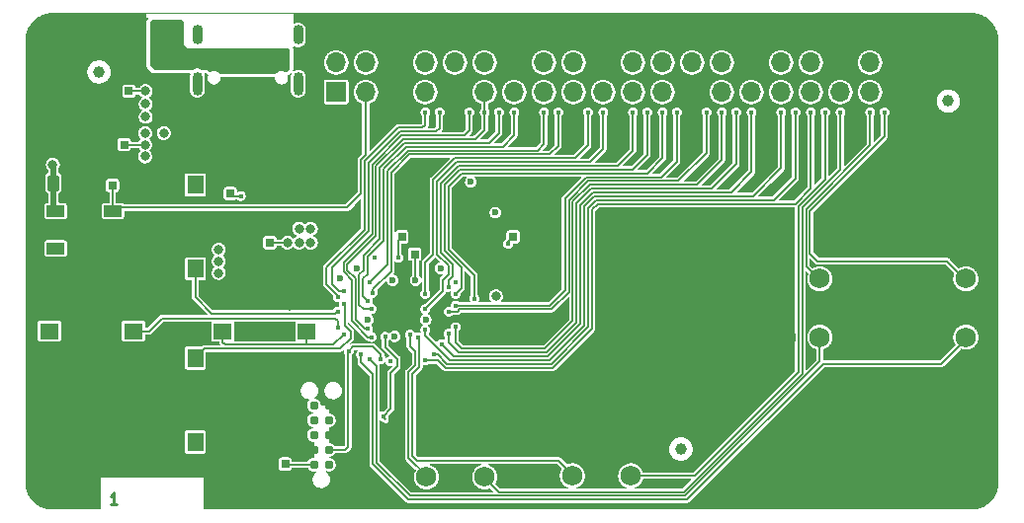
<source format=gbr>
%TF.GenerationSoftware,KiCad,Pcbnew,(6.0.6)*%
%TF.CreationDate,2022-07-15T17:58:13+10:00*%
%TF.ProjectId,SolderingInduction,536f6c64-6572-4696-9e67-496e64756374,1.0.0*%
%TF.SameCoordinates,PX8f0d180PY8f0d180*%
%TF.FileFunction,Copper,L1,Top*%
%TF.FilePolarity,Positive*%
%FSLAX46Y46*%
G04 Gerber Fmt 4.6, Leading zero omitted, Abs format (unit mm)*
G04 Created by KiCad (PCBNEW (6.0.6)) date 2022-07-15 17:58:13*
%MOMM*%
%LPD*%
G01*
G04 APERTURE LIST*
G04 Aperture macros list*
%AMRoundRect*
0 Rectangle with rounded corners*
0 $1 Rounding radius*
0 $2 $3 $4 $5 $6 $7 $8 $9 X,Y pos of 4 corners*
0 Add a 4 corners polygon primitive as box body*
4,1,4,$2,$3,$4,$5,$6,$7,$8,$9,$2,$3,0*
0 Add four circle primitives for the rounded corners*
1,1,$1+$1,$2,$3*
1,1,$1+$1,$4,$5*
1,1,$1+$1,$6,$7*
1,1,$1+$1,$8,$9*
0 Add four rect primitives between the rounded corners*
20,1,$1+$1,$2,$3,$4,$5,0*
20,1,$1+$1,$4,$5,$6,$7,0*
20,1,$1+$1,$6,$7,$8,$9,0*
20,1,$1+$1,$8,$9,$2,$3,0*%
G04 Aperture macros list end*
%ADD10C,0.250000*%
%TA.AperFunction,NonConductor*%
%ADD11C,0.250000*%
%TD*%
%TA.AperFunction,ComponentPad*%
%ADD12C,4.400000*%
%TD*%
%TA.AperFunction,ComponentPad*%
%ADD13C,1.750000*%
%TD*%
%TA.AperFunction,TestPad*%
%ADD14RoundRect,0.075000X-0.300000X-0.300000X0.300000X-0.300000X0.300000X0.300000X-0.300000X0.300000X0*%
%TD*%
%TA.AperFunction,SMDPad,CuDef*%
%ADD15R,1.600000X1.400000*%
%TD*%
%TA.AperFunction,SMDPad,CuDef*%
%ADD16C,1.000000*%
%TD*%
%TA.AperFunction,SMDPad,CuDef*%
%ADD17RoundRect,0.250000X-0.250000X-0.475000X0.250000X-0.475000X0.250000X0.475000X-0.250000X0.475000X0*%
%TD*%
%TA.AperFunction,SMDPad,CuDef*%
%ADD18R,1.400000X1.600000*%
%TD*%
%TA.AperFunction,SMDPad,CuDef*%
%ADD19R,1.500000X1.000000*%
%TD*%
%TA.AperFunction,TestPad*%
%ADD20RoundRect,0.075000X0.300000X-0.300000X0.300000X0.300000X-0.300000X0.300000X-0.300000X-0.300000X0*%
%TD*%
%TA.AperFunction,TestPad*%
%ADD21C,0.787400*%
%TD*%
%TA.AperFunction,ComponentPad*%
%ADD22R,1.700000X1.700000*%
%TD*%
%TA.AperFunction,ComponentPad*%
%ADD23O,1.700000X1.700000*%
%TD*%
%TA.AperFunction,ComponentPad*%
%ADD24O,0.900000X2.000000*%
%TD*%
%TA.AperFunction,ComponentPad*%
%ADD25O,0.900000X1.700000*%
%TD*%
%TA.AperFunction,ViaPad*%
%ADD26C,0.450000*%
%TD*%
%TA.AperFunction,ViaPad*%
%ADD27C,0.800000*%
%TD*%
%TA.AperFunction,ViaPad*%
%ADD28C,0.600000*%
%TD*%
%TA.AperFunction,ViaPad*%
%ADD29C,0.508000*%
%TD*%
%TA.AperFunction,Conductor*%
%ADD30C,0.177800*%
%TD*%
%TA.AperFunction,Conductor*%
%ADD31C,0.127000*%
%TD*%
%TA.AperFunction,Conductor*%
%ADD32C,0.508000*%
%TD*%
%TA.AperFunction,Conductor*%
%ADD33C,0.200000*%
%TD*%
G04 APERTURE END LIST*
D10*
D11*
X-35214286Y-19852380D02*
X-35785715Y-19852380D01*
X-35500000Y-19852380D02*
X-35500000Y-18852380D01*
X-35595239Y-18995238D01*
X-35690477Y-19090476D01*
X-35785715Y-19138095D01*
D12*
%TO.P,H2,1,1*%
%TO.N,GND*%
X37750000Y19750000D03*
%TD*%
D13*
%TO.P,SW8,1,1*%
%TO.N,GND*%
X34550000Y-5500000D03*
X34500000Y-500000D03*
%TO.P,SW8,2,2*%
%TO.N,/BUTTON_B*%
X37500000Y-500000D03*
X37500000Y-5500000D03*
%TD*%
D14*
%TO.P,TP3,1,1*%
%TO.N,+1V2*%
X-10800000Y3100000D03*
%TD*%
D12*
%TO.P,H4,1,1*%
%TO.N,GND*%
X-40475000Y-17750000D03*
%TD*%
%TO.P,H3,1,1*%
%TO.N,GND*%
X0Y0D03*
%TD*%
D13*
%TO.P,SW7,1,1*%
%TO.N,GND*%
X22050000Y-5500000D03*
X22000000Y-500000D03*
%TO.P,SW7,2,2*%
%TO.N,/BUTTON_A*%
X25000000Y-500000D03*
X25000000Y-5500000D03*
%TD*%
D15*
%TO.P,SW1,1,1*%
%TO.N,GND*%
X-33800000Y-2000000D03*
X-41000000Y-2000000D03*
%TO.P,SW1,2,2*%
%TO.N,/BUTTON_LEFT*%
X-33800000Y-5000000D03*
X-41000000Y-5000000D03*
%TD*%
D16*
%TO.P,FID2,*%
%TO.N,*%
X13100000Y-15100000D03*
%TD*%
D14*
%TO.P,TP12,1,1*%
%TO.N,/Flash Memory (Over QSPI)/$.~{CS}*%
X-1280000Y3090000D03*
%TD*%
D17*
%TO.P,C1,1*%
%TO.N,+3V3*%
X-40650000Y7700000D03*
%TO.P,C1,2*%
%TO.N,GND*%
X-38750000Y7700000D03*
%TD*%
D12*
%TO.P,H5,1,1*%
%TO.N,GND*%
X37750000Y-17750000D03*
%TD*%
D14*
%TO.P,TP11,1,1*%
%TO.N,/Power Regulation & Switching/LDO_{EN}*%
X-25500000Y6800000D03*
%TD*%
D13*
%TO.P,SW6,1,1*%
%TO.N,GND*%
X3800000Y-14450000D03*
X8800000Y-14400000D03*
%TO.P,SW6,2,2*%
%TO.N,/BUTTON_START*%
X8800000Y-17400000D03*
X3800000Y-17400000D03*
%TD*%
D18*
%TO.P,SW2,1,1*%
%TO.N,GND*%
X-31500000Y7550000D03*
X-31500000Y350000D03*
%TO.P,SW2,2,2*%
%TO.N,/BUTTON_UP*%
X-28500000Y7550000D03*
X-28500000Y350000D03*
%TD*%
D19*
%TO.P,LED1,1,VDD*%
%TO.N,+3V3*%
X-40450000Y5300000D03*
%TO.P,LED1,2,DOUT*%
%TO.N,unconnected-(LED1-Pad2)*%
X-40450000Y2100000D03*
%TO.P,LED1,3,VSS*%
%TO.N,GND*%
X-35550000Y2100000D03*
%TO.P,LED1,4,DIN*%
%TO.N,/LED_{DI}*%
X-35550000Y5300000D03*
%TD*%
D12*
%TO.P,H1,1,1*%
%TO.N,GND*%
X-40475000Y19750000D03*
%TD*%
D14*
%TO.P,TP5,1,1*%
%TO.N,/LED_{DI}*%
X-35600000Y7500000D03*
%TD*%
%TO.P,TP2,1,1*%
%TO.N,/~{RESET}*%
X-20800000Y-16400000D03*
%TD*%
D18*
%TO.P,SW3,1,1*%
%TO.N,GND*%
X-31500000Y-7300000D03*
X-31500000Y-14500000D03*
%TO.P,SW3,2,2*%
%TO.N,/BUTTON_DOWN*%
X-28500000Y-7300000D03*
X-28500000Y-14500000D03*
%TD*%
D20*
%TO.P,TP1,1,1*%
%TO.N,+3V3*%
X-9700000Y1600000D03*
%TD*%
D16*
%TO.P,FID1,*%
%TO.N,*%
X36000000Y14750000D03*
%TD*%
D15*
%TO.P,SW4,1,1*%
%TO.N,GND*%
X-18950000Y-2000000D03*
X-26150000Y-2000000D03*
%TO.P,SW4,2,2*%
%TO.N,/BUTTON_RIGHT*%
X-18950000Y-5000000D03*
X-26150000Y-5000000D03*
%TD*%
D14*
%TO.P,TP9,1,1*%
%TO.N,+3V3*%
X-22100000Y2600000D03*
%TD*%
%TO.P,TP10,1,1*%
%TO.N,/Power Regulation & Switching/LDO_{VIN}*%
X-34600000Y11000000D03*
%TD*%
D21*
%TO.P,J2,1,VTref*%
%TO.N,+3V3*%
X-17064384Y-16439401D03*
%TO.P,J2,2,SWDIO/TMS*%
%TO.N,/SWDIO*%
X-17065000Y-15170000D03*
%TO.P,J2,3,GND*%
%TO.N,GND*%
X-17064384Y-13899401D03*
%TO.P,J2,4,SWDCLK/TCK*%
%TO.N,/SWCLK*%
X-17064384Y-12629401D03*
%TO.P,J2,5,GND*%
%TO.N,GND*%
X-17065000Y-11360000D03*
%TO.P,J2,6,SWO/TDO*%
%TO.N,unconnected-(J2-Pad6)*%
X-18335000Y-11360000D03*
%TO.P,J2,7,KEY*%
%TO.N,unconnected-(J2-Pad7)*%
X-18334384Y-12629401D03*
%TO.P,J2,8,NC/TDI*%
%TO.N,unconnected-(J2-Pad8)*%
X-18334384Y-13899401D03*
%TO.P,J2,9,GNDDetect*%
%TO.N,GND*%
X-18334384Y-15169401D03*
%TO.P,J2,10,~{RESET}*%
%TO.N,/~{RESET}*%
X-18335000Y-16440000D03*
%TD*%
D14*
%TO.P,TP8,1,1*%
%TO.N,VBUS*%
X-34180000Y15590000D03*
%TD*%
D16*
%TO.P,FID3,*%
%TO.N,*%
X-36750000Y17250000D03*
%TD*%
D22*
%TO.P,J3,1,Pin_1*%
%TO.N,+3V3*%
X-16425000Y15525000D03*
D23*
%TO.P,J3,2,Pin_2*%
%TO.N,VBUS*%
X-16425000Y18065000D03*
%TO.P,J3,3,Pin_3*%
%TO.N,/LED_{DI}*%
X-13885000Y15525000D03*
%TO.P,J3,4,Pin_4*%
%TO.N,VBUS*%
X-13885000Y18065000D03*
%TO.P,J3,5,Pin_5*%
%TO.N,GND*%
X-11345000Y15525000D03*
%TO.P,J3,6,Pin_6*%
X-11345000Y18065000D03*
%TO.P,J3,7,Pin_7*%
%TO.N,/ADC0*%
X-8805000Y15525000D03*
%TO.P,J3,8,Pin_8*%
%TO.N,/ADC1*%
X-8805000Y18065000D03*
%TO.P,J3,9,Pin_9*%
%TO.N,GND*%
X-6265000Y15525000D03*
%TO.P,J3,10,Pin_10*%
%TO.N,/GPIO18*%
X-6265000Y18065000D03*
%TO.P,J3,11,Pin_11*%
%TO.N,/GPIO20*%
X-3725000Y15525000D03*
%TO.P,J3,12,Pin_12*%
%TO.N,/LED_{DI}*%
X-3725000Y18065000D03*
%TO.P,J3,13,Pin_13*%
%TO.N,/GPIO25*%
X-1185000Y15525000D03*
%TO.P,J3,14,Pin_14*%
%TO.N,GND*%
X-1185000Y18065000D03*
%TO.P,J3,15,Pin_15*%
%TO.N,/ADC3*%
X1355000Y15525000D03*
%TO.P,J3,16,Pin_16*%
%TO.N,/ADC2*%
X1355000Y18065000D03*
%TO.P,J3,17,Pin_17*%
%TO.N,+3V3*%
X3895000Y15525000D03*
%TO.P,J3,18,Pin_18*%
%TO.N,/GPIO4*%
X3895000Y18065000D03*
%TO.P,J3,19,Pin_19*%
%TO.N,/GPIO7*%
X6435000Y15525000D03*
%TO.P,J3,20,Pin_20*%
%TO.N,GND*%
X6435000Y18065000D03*
%TO.P,J3,21,Pin_21*%
%TO.N,/GPIO1*%
X8975000Y15525000D03*
%TO.P,J3,22,Pin_22*%
%TO.N,/GPIO2*%
X8975000Y18065000D03*
%TO.P,J3,23,Pin_23*%
%TO.N,/GPIO3*%
X11515000Y15525000D03*
%TO.P,J3,24,Pin_24*%
%TO.N,/GPIO5*%
X11515000Y18065000D03*
%TO.P,J3,25,Pin_25*%
%TO.N,GND*%
X14055000Y15525000D03*
%TO.P,J3,26,Pin_26*%
%TO.N,/GPIO6*%
X14055000Y18065000D03*
%TO.P,J3,27,Pin_27*%
%TO.N,/GPIO9*%
X16595000Y15525000D03*
%TO.P,J3,28,Pin_28*%
%TO.N,/GPIO10*%
X16595000Y18065000D03*
%TO.P,J3,29,Pin_29*%
%TO.N,/GPIO11*%
X19135000Y15525000D03*
%TO.P,J3,30,Pin_30*%
%TO.N,GND*%
X19135000Y18065000D03*
%TO.P,J3,31,Pin_31*%
%TO.N,/GPIO8*%
X21675000Y15525000D03*
%TO.P,J3,32,Pin_32*%
%TO.N,/GPIO12*%
X21675000Y18065000D03*
%TO.P,J3,33,Pin_33*%
%TO.N,/GPIO13*%
X24215000Y15525000D03*
%TO.P,J3,34,Pin_34*%
%TO.N,/BUTTON_START*%
X24215000Y18065000D03*
%TO.P,J3,35,Pin_35*%
%TO.N,/BUTTON_SELECT*%
X26755000Y15525000D03*
%TO.P,J3,36,Pin_36*%
%TO.N,GND*%
X26755000Y18065000D03*
%TO.P,J3,37,Pin_37*%
%TO.N,/BUTTON_A*%
X29295000Y15525000D03*
%TO.P,J3,38,Pin_38*%
%TO.N,/BUTTON_B*%
X29295000Y18065000D03*
%TO.P,J3,39,Pin_39*%
%TO.N,GND*%
X31835000Y15525000D03*
%TO.P,J3,40,Pin_40*%
X31835000Y18065000D03*
%TD*%
D13*
%TO.P,SW5,1,1*%
%TO.N,GND*%
X-8700000Y-14550000D03*
X-3700000Y-14500000D03*
%TO.P,SW5,2,2*%
%TO.N,/BUTTON_SELECT*%
X-3700000Y-17500000D03*
X-8700000Y-17500000D03*
%TD*%
D24*
%TO.P,J1,S1,SHIELD*%
%TO.N,unconnected-(J1-PadS1)*%
X-28320000Y16245000D03*
D25*
X-28320000Y20415000D03*
D24*
X-19680000Y16245000D03*
D25*
X-19680000Y20415000D03*
%TD*%
D26*
%TO.N,GND*%
X-16200000Y-7300000D03*
X-14100000Y-8850000D03*
X-14700000Y-8850000D03*
D27*
%TO.N,*%
X-2750000Y-2000000D03*
%TO.N,GND*%
X-27250000Y10000000D03*
X-28750000Y10000000D03*
X-20250000Y11500000D03*
%TO.N,+3V3*%
X-18600000Y3800000D03*
D28*
X-11420000Y-5440000D03*
D27*
X-18600000Y2600000D03*
D28*
X-7500000Y390000D03*
X-14640000Y420000D03*
X-11600000Y-620000D03*
X-16100000Y-420000D03*
X-9625000Y-625000D03*
D27*
X-40700000Y9300000D03*
D28*
X-4900000Y7800000D03*
D27*
X-19600000Y3800000D03*
D28*
X-2800000Y5170000D03*
D27*
X-19600000Y2600000D03*
X-20600000Y2600000D03*
D28*
X-13710000Y-4020000D03*
X-8760000Y-4020000D03*
D27*
%TO.N,VBUS*%
X-32750000Y15600000D03*
X-32750000Y14500000D03*
X-32750000Y13400000D03*
D26*
%TO.N,/SWDIO*%
X-15362500Y-6712500D03*
X-12600000Y-7400000D03*
%TO.N,/SWCLK*%
X-12225000Y-5475000D03*
X-12400000Y-12300000D03*
%TO.N,/LED_{DI}*%
X-2480000Y13775000D03*
X-13400000Y-3100000D03*
D27*
%TO.N,Net-(F1-Pad1)*%
X-21250000Y18500000D03*
X-31500000Y20000000D03*
X-23750000Y18500000D03*
X-30250000Y20000000D03*
X-26250000Y18500000D03*
X-30250000Y21250000D03*
X-31500000Y21250000D03*
X-28750000Y18500000D03*
D26*
%TO.N,+1V2*%
X-11825000Y-7575000D03*
X-11100000Y1300000D03*
X-13100000Y1300000D03*
%TO.N,/Flash Memory (Over QSPI)/$.~{CS}*%
X-1700000Y2500000D03*
%TO.N,GND*%
X2420000Y-10480000D03*
X-114600Y20002800D03*
X12580000Y-10480000D03*
X-36950000Y12380000D03*
X18930000Y-2860000D03*
X3690000Y-13020000D03*
X3690000Y12380000D03*
X-22980000Y-5400000D03*
X6230000Y-2860000D03*
X-33140000Y20000000D03*
X29090000Y2220000D03*
X-36950000Y-13020000D03*
X-9952183Y-1752183D03*
X30360000Y9840000D03*
X39250000Y-7940000D03*
X10045400Y20002800D03*
X20200000Y-10480000D03*
X39250000Y2220000D03*
X-1390000Y-13020000D03*
X-24250000Y-7940000D03*
X27820000Y-5400000D03*
X4965400Y20002800D03*
X20200000Y-320000D03*
X-36950000Y-18100000D03*
X-17900000Y9840000D03*
X30360000Y20000000D03*
X-2700000Y-5750000D03*
X15120000Y4760000D03*
X7505400Y20002800D03*
X31630000Y7300000D03*
X-40760000Y-10480000D03*
X31630000Y-18100000D03*
X18930000Y2220000D03*
X-11222183Y-1752183D03*
D27*
X-6280000Y-11630000D03*
D26*
X16390000Y-2860000D03*
D27*
X-22000000Y-1400000D03*
D26*
X13850000Y-13020000D03*
D27*
X-24400000Y-1400000D03*
D26*
X36710000Y-13020000D03*
X-14950000Y5100000D03*
X34170000Y7300000D03*
X29090000Y-13020000D03*
X-33140000Y-15560000D03*
X11310000Y-18100000D03*
X39250000Y-13020000D03*
X11310000Y2220000D03*
X1150000Y7300000D03*
X24010000Y-13020000D03*
X-12492183Y-4292183D03*
X8770000Y-13020000D03*
X21470000Y2220000D03*
X36710000Y7300000D03*
X-3930000Y7300000D03*
X35440000Y4760000D03*
X4960000Y-15560000D03*
X17660000Y-10480000D03*
X-9010000Y-13020000D03*
X-30600000Y-10480000D03*
X16390000Y2220000D03*
X-31870000Y-2860000D03*
X-6470000Y-13020000D03*
X6230000Y-13020000D03*
X-26790000Y7300000D03*
X-21710000Y-7940000D03*
X2425400Y20002800D03*
X15120000Y-10480000D03*
X-26790000Y-18100000D03*
X34170000Y2220000D03*
X10040000Y4760000D03*
X26550000Y-13020000D03*
X25290000Y-10480000D03*
X22740000Y20000000D03*
D27*
X-34000000Y2100000D03*
D26*
X-34410000Y-7940000D03*
X27820000Y4760000D03*
X18930000Y-18100000D03*
X34170000Y-2860000D03*
D27*
X-20700000Y700000D03*
D26*
X17660000Y4760000D03*
X-15360000Y9840000D03*
D27*
X-20400000Y-1200000D03*
D26*
X-30600000Y-5400000D03*
X-22300000Y4450000D03*
X20200000Y-15560000D03*
X11310000Y-7940000D03*
X8770000Y2220000D03*
X2420000Y4760000D03*
X-36950000Y2220000D03*
X-16630000Y12380000D03*
X6230000Y2220000D03*
X31630000Y-13020000D03*
X13850000Y12380000D03*
X-26790000Y-7940000D03*
X-1390000Y7300000D03*
X-40760000Y-320000D03*
X17660000Y20000000D03*
X-38220000Y14920000D03*
X39250000Y7300000D03*
X32900000Y4760000D03*
X-14090000Y-18100000D03*
X-26790000Y-13020000D03*
X-11325000Y13775000D03*
X15125000Y20000000D03*
X11310000Y-13020000D03*
X24010000Y-18100000D03*
X-25520000Y-10480000D03*
X-39490000Y-13020000D03*
X-38220000Y-15560000D03*
X-25520000Y-15560000D03*
X20200000Y-5400000D03*
X31630000Y2220000D03*
X-9952183Y-3022183D03*
X-35670000Y14920000D03*
X-120000Y-10480000D03*
X12580000Y4760000D03*
X25280000Y-15560000D03*
X35440000Y9840000D03*
X-9010000Y7300000D03*
X13850000Y2220000D03*
X32900000Y-5400000D03*
X-10100000Y-7400000D03*
X29090000Y7300000D03*
X30360000Y4760000D03*
D27*
X-20400000Y-4800000D03*
D26*
X-36950000Y-7940000D03*
X-38220000Y-5400000D03*
X-22980000Y-15560000D03*
X30360000Y-5400000D03*
X21470000Y-18100000D03*
X-38220000Y9840000D03*
D27*
X-20400000Y-2800000D03*
D26*
X18930000Y-7940000D03*
X8770000Y-7940000D03*
X6230000Y-7940000D03*
X-12492183Y-1752183D03*
X27820000Y-320000D03*
X27830000Y-10480000D03*
X7500000Y-15560000D03*
X-6470000Y12380000D03*
X13850000Y-7940000D03*
X-38220000Y-320000D03*
X-2800000Y7950000D03*
X27820000Y20000000D03*
D27*
X-11110000Y-14530000D03*
D26*
X-38220000Y-10480000D03*
X-24250000Y-18100000D03*
X-34410000Y12380000D03*
X-120000Y4760000D03*
X27820000Y-15560000D03*
X36710000Y12380000D03*
X39250000Y-2860000D03*
X-35680000Y-5400000D03*
X-6470000Y-18100000D03*
X20200000Y20000000D03*
X37980000Y9840000D03*
X12585400Y20002800D03*
X-28060000Y-10480000D03*
X-120000Y-5400000D03*
X-29330000Y-2860000D03*
X7500000Y-10480000D03*
X-34410000Y-13020000D03*
X29090000Y-2860000D03*
X34170000Y17460000D03*
X-9952183Y-4292183D03*
X35450000Y-10480000D03*
X-24250000Y7300000D03*
X34170000Y-13020000D03*
X-3930000Y-13020000D03*
X29090000Y-18100000D03*
X32900000Y-15560000D03*
X-36950000Y7300000D03*
X10040000Y-15560000D03*
X-2660000Y-10480000D03*
X-38220000Y4760000D03*
X6230000Y-18100000D03*
X-36950000Y-2860000D03*
D27*
X-20400000Y-7300000D03*
D26*
X-33140000Y-320000D03*
X32910000Y-10480000D03*
X37990000Y-10480000D03*
X1150000Y-13020000D03*
X1150000Y-18100000D03*
X21470000Y-13020000D03*
X-12492183Y-3022183D03*
X-11222183Y-3022183D03*
X-1390000Y-18100000D03*
X-39490000Y-7940000D03*
X17660000Y-5400000D03*
X26550000Y2220000D03*
X-23100000Y4450000D03*
X24010000Y-2860000D03*
X36710000Y-2860000D03*
X20200000Y9840000D03*
D27*
X-5100000Y-11630000D03*
D26*
X-35680000Y20000000D03*
X-11222183Y-4292183D03*
X32900000Y9840000D03*
X-24250000Y-13020000D03*
X26550000Y-18100000D03*
X16390000Y-18100000D03*
X-29330000Y-13020000D03*
X21470000Y-7940000D03*
D29*
X-12400000Y-11300000D03*
D26*
X-35680000Y-320000D03*
X16390000Y-7940000D03*
X3690000Y-7940000D03*
X22740000Y-15560000D03*
X36710000Y-7940000D03*
X4960000Y-10480000D03*
X7500000Y4760000D03*
X-35680000Y-10480000D03*
X39250000Y12380000D03*
X-35680000Y9840000D03*
X30370000Y-10480000D03*
X-28060000Y-5400000D03*
X30360000Y-320000D03*
X31630000Y-2860000D03*
X16390000Y-13020000D03*
X25280000Y20000000D03*
X20200000Y4760000D03*
X-21500000Y4450000D03*
X32900000Y20000000D03*
X-35680000Y-15560000D03*
X-16500000Y5100000D03*
X21470000Y-2860000D03*
X32900000Y-320000D03*
X-33140000Y-10480000D03*
X26550000Y-2860000D03*
X25280000Y4760000D03*
D27*
X-35600000Y800000D03*
D26*
X34170000Y-18100000D03*
X30360000Y-15560000D03*
X-31870000Y-13020000D03*
X-40760000Y14920000D03*
X-39490000Y12380000D03*
X-2700000Y-3660000D03*
X33080000Y13775000D03*
X17660000Y-320000D03*
X6190000Y-410000D03*
X36710000Y2220000D03*
X-34410000Y17460000D03*
X37980000Y4760000D03*
X10040000Y-10480000D03*
X-21710000Y-18100000D03*
X34170000Y12380000D03*
D27*
%TO.N,/Power Regulation & Switching/LDO_{VIN}*%
X-26500000Y2000000D03*
X-26500000Y0D03*
X-32800000Y12000000D03*
X-32800000Y10000000D03*
X-31200000Y12000000D03*
X-32800000Y11000000D03*
X-26500000Y1000000D03*
D26*
%TO.N,/Power Regulation & Switching/LDO_{EN}*%
X-24600000Y6600000D03*
%TO.N,/ADC0*%
X-8785000Y13775000D03*
X-16300000Y-2100000D03*
%TO.N,/ADC1*%
X-15800000Y-1600000D03*
X-7560000Y13775000D03*
%TO.N,/ADC2*%
X-13300000Y-1700000D03*
X2600000Y13775000D03*
%TO.N,/ADC3*%
X-13550000Y-825000D03*
X1375000Y13775000D03*
%TO.N,/BUTTON_LEFT*%
X-16300000Y-4700000D03*
%TO.N,/BUTTON_UP*%
X-16300000Y-3300000D03*
%TO.N,/BUTTON_DOWN*%
X-15800000Y-2700000D03*
%TO.N,/BUTTON_RIGHT*%
X-15800000Y-5300000D03*
%TO.N,/BUTTON_SELECT*%
X-10100000Y-5300000D03*
X26775000Y13775000D03*
%TO.N,/BUTTON_START*%
X25460000Y13775000D03*
X-9400000Y-5500000D03*
%TO.N,/GPIO20*%
X-13700000Y-4800000D03*
X-3705000Y13775000D03*
%TO.N,/GPIO18*%
X-5020000Y13775000D03*
X-13400000Y-5500000D03*
%TO.N,/GPIO25*%
X-13700000Y-2400000D03*
X-1165000Y13775000D03*
%TO.N,/GPIO0*%
X-6200000Y-800000D03*
%TO.N,/GPIO1*%
X8995000Y13775000D03*
X-6800000Y-1200000D03*
%TO.N,/GPIO2*%
X10220000Y13775000D03*
X-6200000Y-1800000D03*
%TO.N,/GPIO3*%
X-4600000Y-2200000D03*
X11535000Y13775000D03*
%TO.N,/GPIO4*%
X5140000Y13775000D03*
X-8800000Y-1800000D03*
%TO.N,/GPIO5*%
X-6200000Y-2800000D03*
X12760000Y13775000D03*
%TO.N,/GPIO6*%
X-6775000Y-3325000D03*
X15300000Y13775000D03*
%TO.N,/GPIO7*%
X6455000Y13775000D03*
X-8800000Y-3100000D03*
%TO.N,/GPIO8*%
X21695000Y13775000D03*
X-8800000Y-4900000D03*
%TO.N,/GPIO9*%
X-6200000Y-4650000D03*
X16615000Y13775000D03*
%TO.N,/GPIO10*%
X17840000Y13775000D03*
X-6800000Y-5200000D03*
%TO.N,/GPIO11*%
X19155000Y13775000D03*
X-7400000Y-6100000D03*
%TO.N,/GPIO12*%
X22920000Y13775000D03*
X-8100000Y-7000000D03*
%TO.N,/GPIO13*%
X24235000Y13775000D03*
X-8800000Y-7500000D03*
%TO.N,/BUTTON_A*%
X-13600000Y-7400000D03*
X29315000Y13775000D03*
%TO.N,/BUTTON_B*%
X30540000Y13775000D03*
X-14300000Y-7000000D03*
%TD*%
D30*
%TO.N,/GPIO8*%
X19276000Y6576000D02*
X21695000Y8995000D01*
X5688240Y6576000D02*
X19276000Y6576000D01*
X4810000Y5697760D02*
X5688240Y6576000D01*
X4810000Y-4502344D02*
X4810000Y5697760D01*
X1841344Y-7471000D02*
X4810000Y-4502344D01*
X21695000Y8995000D02*
X21695000Y13775000D01*
X-6699338Y-7471000D02*
X1841344Y-7471000D01*
X-8800000Y-5370338D02*
X-6699338Y-7471000D01*
X-8800000Y-4900000D02*
X-8800000Y-5370338D01*
D31*
%TO.N,+3V3*%
X-9625000Y-625000D02*
X-9625000Y1525000D01*
D30*
X-9630000Y-620000D02*
X-9625000Y-625000D01*
D31*
X-22100000Y2600000D02*
X-20600000Y2600000D01*
D32*
X-40650000Y7700000D02*
X-40650000Y5500000D01*
D31*
X-9625000Y1525000D02*
X-9700000Y1600000D01*
D32*
X-40650000Y5500000D02*
X-40450000Y5300000D01*
X-40650000Y9250000D02*
X-40700000Y9300000D01*
X-40650000Y7700000D02*
X-40650000Y9250000D01*
D31*
%TO.N,VBUS*%
X-34180000Y15590000D02*
X-32760000Y15590000D01*
X-32760000Y15590000D02*
X-32750000Y15600000D01*
D30*
%TO.N,/SWDIO*%
X-15362500Y-6712500D02*
X-14975000Y-6325000D01*
X-15400000Y-14900000D02*
X-15670000Y-15170000D01*
X-15400000Y-6750000D02*
X-15400000Y-14900000D01*
X-12600000Y-7000000D02*
X-12600000Y-7400000D01*
X-13275000Y-6325000D02*
X-12600000Y-7000000D01*
X-15670000Y-15170000D02*
X-17065000Y-15170000D01*
X-15375000Y-6725000D02*
X-15362500Y-6712500D01*
X-14975000Y-6325000D02*
X-13275000Y-6325000D01*
X-15362500Y-6712500D02*
X-15400000Y-6750000D01*
%TO.N,/SWCLK*%
X-12400000Y-12300000D02*
X-12400000Y-12400000D01*
X-11750000Y-8575000D02*
X-11200000Y-8025000D01*
X-11750000Y-11650000D02*
X-11750000Y-8575000D01*
X-11200000Y-7375000D02*
X-12225000Y-6350000D01*
X-12225000Y-6350000D02*
X-12225000Y-5475000D01*
X-12400000Y-12400000D02*
X-12200000Y-12600000D01*
X-11200000Y-8025000D02*
X-11200000Y-7375000D01*
X-12400000Y-12300000D02*
X-11750000Y-11650000D01*
D31*
%TO.N,/~{RESET}*%
X-20760000Y-16440000D02*
X-18335000Y-16440000D01*
X-20800000Y-16400000D02*
X-20760000Y-16440000D01*
D30*
%TO.N,/LED_{DI}*%
X-14100000Y1487448D02*
X-14100000Y225000D01*
X-12692000Y2895448D02*
X-14100000Y1487448D01*
D33*
X-14315900Y6784100D02*
X-14315900Y9705538D01*
D30*
X-12692000Y9032896D02*
X-12692000Y2895448D01*
D33*
X-14315900Y9705538D02*
X-13900000Y10121438D01*
D31*
X-35600000Y7500000D02*
X-35600000Y5600000D01*
D33*
X-13900000Y10121438D02*
X-13900000Y15510000D01*
D30*
X-14075000Y-3100000D02*
X-13400000Y-3100000D01*
X-10570896Y11154000D02*
X-12692000Y9032896D01*
D33*
X-35550000Y5300000D02*
X-35250000Y5600000D01*
D30*
X-2480000Y13775000D02*
X-2480000Y12020000D01*
X-3346000Y11154000D02*
X-10570896Y11154000D01*
D33*
X-13900000Y15510000D02*
X-13885000Y15525000D01*
D30*
X-14467500Y-2707500D02*
X-14075000Y-3100000D01*
D33*
X-35250000Y5600000D02*
X-15500000Y5600000D01*
D30*
X-2480000Y12020000D02*
X-3346000Y11154000D01*
D33*
X-15500000Y5600000D02*
X-14315900Y6784100D01*
D30*
X-14467500Y-142500D02*
X-14467500Y-2707500D01*
D31*
X-35600000Y5600000D02*
X-35300000Y5300000D01*
D30*
X-14100000Y225000D02*
X-14467500Y-142500D01*
D31*
%TO.N,+1V2*%
X-11100000Y2800000D02*
X-10800000Y3100000D01*
X-11100000Y1300000D02*
X-11100000Y2800000D01*
%TO.N,/Flash Memory (Over QSPI)/$.~{CS}*%
X-1700000Y2500000D02*
X-1700000Y2670000D01*
X-1700000Y2670000D02*
X-1280000Y3090000D01*
%TO.N,/Power Regulation & Switching/LDO_{VIN}*%
X-34600000Y11000000D02*
X-32800000Y11000000D01*
%TO.N,/Power Regulation & Switching/LDO_{EN}*%
X-25500000Y6600000D02*
X-24600000Y6600000D01*
X-25500000Y6800000D02*
X-25500000Y6600000D01*
D30*
%TO.N,/ADC0*%
X-8805000Y12695000D02*
X-8805000Y13755000D01*
X-16300000Y-1950000D02*
X-17250000Y-1000000D01*
X-16300000Y-2100000D02*
X-16300000Y-1950000D01*
X-8805000Y13755000D02*
X-8785000Y13775000D01*
X-14000000Y9574688D02*
X-11112688Y12462000D01*
X-14000000Y3712448D02*
X-14000000Y9574688D01*
X-17250000Y-1000000D02*
X-17250000Y462448D01*
X-9038000Y12462000D02*
X-8805000Y12695000D01*
X-11112688Y12462000D02*
X-9038000Y12462000D01*
X-17250000Y462448D02*
X-14000000Y3712448D01*
%TO.N,/ADC1*%
X-7560000Y12440000D02*
X-7560000Y13775000D01*
X-13673000Y9439240D02*
X-10977240Y12135000D01*
X-16750000Y-1000000D02*
X-16750000Y500000D01*
X-7865000Y12135000D02*
X-7560000Y12440000D01*
X-10977240Y12135000D02*
X-7865000Y12135000D01*
X-16750000Y500000D02*
X-13673000Y3577000D01*
X-16150000Y-1600000D02*
X-16750000Y-1000000D01*
X-15800000Y-1600000D02*
X-16150000Y-1600000D01*
X-13673000Y3577000D02*
X-13673000Y9439240D01*
%TO.N,/ADC2*%
X2600000Y10900000D02*
X2600000Y13775000D01*
X-11711000Y589000D02*
X-11711000Y8626552D01*
X-13300000Y-1700000D02*
X-13186500Y-1586500D01*
X-10164552Y10173000D02*
X1873000Y10173000D01*
X1873000Y10173000D02*
X2600000Y10900000D01*
D33*
X-11711000Y165448D02*
X-11711000Y589000D01*
X-13300000Y-1423552D02*
X-11711000Y165448D01*
X-13300000Y-1700000D02*
X-13300000Y-1423552D01*
D30*
X-11711000Y8626552D02*
X-10164552Y10173000D01*
%TO.N,/ADC3*%
X-12038000Y8762000D02*
X-10300000Y10500000D01*
X-12038000Y1187000D02*
X-12038000Y8762000D01*
X800000Y10500000D02*
X1375000Y11075000D01*
X1375000Y11075000D02*
X1375000Y13775000D01*
D33*
X-13550000Y-825000D02*
X-12038000Y687000D01*
X-12038000Y687000D02*
X-12038000Y1187000D01*
D30*
X-10300000Y10500000D02*
X800000Y10500000D01*
%TO.N,/BUTTON_LEFT*%
X-16300000Y-4100000D02*
X-16500000Y-3900000D01*
X-32460000Y-5000000D02*
X-32700000Y-5000000D01*
D33*
X-32700000Y-5000000D02*
X-33800000Y-5000000D01*
D30*
X-31360000Y-3900000D02*
X-32460000Y-5000000D01*
X-16500000Y-3900000D02*
X-31360000Y-3900000D01*
X-16300000Y-4700000D02*
X-16300000Y-4100000D01*
%TO.N,/BUTTON_UP*%
X-16300000Y-3300000D02*
X-16500000Y-3500000D01*
X-27100000Y-3500000D02*
X-28500000Y-2100000D01*
X-16500000Y-3500000D02*
X-27100000Y-3500000D01*
X-28500000Y-2100000D02*
X-28500000Y-800000D01*
D33*
X-28500000Y-800000D02*
X-28500000Y350000D01*
D30*
%TO.N,/BUTTON_DOWN*%
X-15700000Y-2800000D02*
X-15700000Y-4500000D01*
D33*
X-27546000Y-6500000D02*
X-27700000Y-6500000D01*
D30*
X-16100000Y-6500000D02*
X-27546000Y-6500000D01*
X-15700000Y-4500000D02*
X-15200000Y-5000000D01*
X-15200000Y-5000000D02*
X-15200000Y-5600000D01*
X-15800000Y-2700000D02*
X-15700000Y-2800000D01*
D33*
X-27700000Y-6500000D02*
X-28500000Y-7300000D01*
D30*
X-15200000Y-5600000D02*
X-16100000Y-6500000D01*
%TO.N,/BUTTON_RIGHT*%
X-15800000Y-5300000D02*
X-16673000Y-6173000D01*
D33*
X-18950000Y-6150000D02*
X-18973000Y-6173000D01*
X-18950000Y-5000000D02*
X-18950000Y-6150000D01*
X-26150000Y-5000000D02*
X-26150000Y-5950000D01*
D30*
X-16673000Y-6173000D02*
X-18973000Y-6173000D01*
X-18973000Y-6173000D02*
X-25927000Y-6173000D01*
D33*
X-26150000Y-5950000D02*
X-25927000Y-6173000D01*
D30*
%TO.N,/BUTTON_SELECT*%
X-9627000Y-7773000D02*
X-9627000Y-6773000D01*
X-10227000Y-8527000D02*
X-10227000Y-15873000D01*
X23500000Y-8637552D02*
X23500000Y5606328D01*
X-9627000Y-7773000D02*
X-9627000Y-7927000D01*
X-3800000Y-17500000D02*
X-2500000Y-18800000D01*
X-10100000Y-6300000D02*
X-10100000Y-5300000D01*
X-9627000Y-7927000D02*
X-10227000Y-8527000D01*
X23500000Y5606328D02*
X26775000Y8881328D01*
X26775000Y8881328D02*
X26775000Y13775000D01*
X-9650000Y-6750000D02*
X-10100000Y-6300000D01*
X-2500000Y-18800000D02*
X13337552Y-18800000D01*
X-9627000Y-6773000D02*
X-9650000Y-6750000D01*
X13337552Y-18800000D02*
X23500000Y-8637552D01*
X-10227000Y-15873000D02*
X-8600000Y-17500000D01*
%TO.N,/BUTTON_START*%
X14275104Y-17400000D02*
X23173000Y-8502104D01*
X-9900000Y-15737552D02*
X-9537552Y-16100000D01*
X-9900000Y-8662448D02*
X-9900000Y-15737552D01*
X25460000Y8028776D02*
X25460000Y13775000D01*
X8700000Y-17400000D02*
X14275104Y-17400000D01*
X23173000Y5741776D02*
X25460000Y8028776D01*
X2600000Y-16100000D02*
X3900000Y-17400000D01*
X-9537552Y-16100000D02*
X2600000Y-16100000D01*
X-9300000Y-5600000D02*
X-9300000Y-8062448D01*
X-9400000Y-5500000D02*
X-9350000Y-5550000D01*
X23173000Y-8502104D02*
X23173000Y5741776D01*
X-9300000Y-8062448D02*
X-9900000Y-8662448D01*
X-9400000Y-5500000D02*
X-9300000Y-5600000D01*
%TO.N,/GPIO20*%
X-4519000Y11481000D02*
X-10706344Y11481000D01*
X-15473000Y727000D02*
X-15473000Y235448D01*
X-15473000Y235448D02*
X-14775000Y-462552D01*
X-3725000Y15525000D02*
X-3725000Y12275000D01*
X-13019000Y9168344D02*
X-13019000Y3181000D01*
X-14000000Y-4800000D02*
X-13700000Y-4800000D01*
X-14775000Y-462552D02*
X-14775000Y-514170D01*
X-10706344Y11481000D02*
X-13019000Y9168344D01*
X-13019000Y3181000D02*
X-15473000Y727000D01*
X-14775000Y-4025000D02*
X-14000000Y-4800000D01*
X-3725000Y12275000D02*
X-4519000Y11481000D01*
X-14775000Y-514170D02*
X-14775000Y-4025000D01*
%TO.N,/GPIO18*%
X-15100000Y-4131052D02*
X-13731052Y-5500000D01*
X-13346000Y3316448D02*
X-15800000Y862448D01*
X-13731052Y-5500000D02*
X-13400000Y-5500000D01*
X-15800000Y100000D02*
X-15100000Y-600000D01*
X-5442000Y11808000D02*
X-10841792Y11808000D01*
X-15800000Y862448D02*
X-15800000Y100000D01*
X-15100000Y-600000D02*
X-15100000Y-1100000D01*
X-13346000Y9303792D02*
X-13346000Y3316448D01*
X-15100000Y-1000000D02*
X-15100000Y-1100000D01*
X-10841792Y11808000D02*
X-13346000Y9303792D01*
X-5020000Y13775000D02*
X-5020000Y12230000D01*
X-15100000Y-1100000D02*
X-15100000Y-4131052D01*
X-5020000Y12230000D02*
X-5442000Y11808000D01*
%TO.N,/GPIO25*%
X-10435448Y10827000D02*
X-2173000Y10827000D01*
X-1165000Y11835000D02*
X-1165000Y13775000D01*
X-13748000Y1377000D02*
X-12365000Y2760000D01*
D33*
X-13700000Y-2400000D02*
X-14151600Y-1948400D01*
D30*
X-12365000Y2760000D02*
X-12365000Y8897448D01*
X-13748000Y-98000D02*
X-13748000Y1377000D01*
X-13750000Y-100000D02*
X-13748000Y-98000D01*
X-12365000Y8897448D02*
X-10435448Y10827000D01*
X-2173000Y10827000D02*
X-1165000Y11835000D01*
D33*
X-14151600Y-1948400D02*
X-14151600Y-501600D01*
X-14151600Y-501600D02*
X-13750000Y-100000D01*
D30*
%TO.N,/GPIO1*%
X8995000Y10495000D02*
X8995000Y13775000D01*
X-7471000Y7704104D02*
X-5983104Y9192000D01*
X-6800000Y-622182D02*
X-6473000Y-295182D01*
X-6800000Y-1200000D02*
X-6800000Y-622182D01*
X-6473000Y-295182D02*
X-6473000Y735448D01*
X-5983104Y9192000D02*
X7692000Y9192000D01*
X-6473000Y735448D02*
X-7471000Y1733448D01*
X-7471000Y1733448D02*
X-7471000Y7704104D01*
X7692000Y9192000D02*
X8995000Y10495000D01*
%TO.N,/GPIO2*%
X-7144000Y1868896D02*
X-5726000Y450896D01*
X-5726000Y-1326000D02*
X-6200000Y-1800000D01*
X10220000Y13775000D02*
X10220000Y10120000D01*
X-5847656Y8865000D02*
X-7144000Y7568656D01*
X-7144000Y7568656D02*
X-7144000Y1868896D01*
X10220000Y10120000D02*
X8965000Y8865000D01*
X-5726000Y450896D02*
X-5726000Y-1326000D01*
X8965000Y8865000D02*
X-5847656Y8865000D01*
%TO.N,/GPIO3*%
X-6817000Y7433208D02*
X-5712208Y8538000D01*
X10238000Y8538000D02*
X11535000Y9835000D01*
X-4600000Y-212656D02*
X-6817000Y2004344D01*
X-6817000Y2004344D02*
X-6817000Y7433208D01*
X-5712208Y8538000D02*
X10238000Y8538000D01*
X11535000Y9835000D02*
X11535000Y13775000D01*
X-4600000Y-2200000D02*
X-4600000Y-212656D01*
%TO.N,/GPIO4*%
X4046000Y9846000D02*
X5140000Y10940000D01*
X-6254000Y9846000D02*
X4046000Y9846000D01*
X-8800000Y900000D02*
X-8125000Y1575000D01*
X-8125000Y1575000D02*
X-8125000Y7975000D01*
X5140000Y10940000D02*
X5140000Y13775000D01*
X-8800000Y-1800000D02*
X-8800000Y900000D01*
X-8125000Y7975000D02*
X-6254000Y9846000D01*
%TO.N,/GPIO5*%
X1850000Y-2800000D02*
X-6200000Y-2800000D01*
X3175000Y6375000D02*
X3175000Y-1475000D01*
X12760000Y13775000D02*
X12760000Y9560000D01*
X5011000Y8211000D02*
X3175000Y6375000D01*
X3175000Y-1475000D02*
X1850000Y-2800000D01*
X12760000Y9560000D02*
X11411000Y8211000D01*
X11411000Y8211000D02*
X5011000Y8211000D01*
%TO.N,/GPIO6*%
X-6054662Y-3325000D02*
X-5856662Y-3127000D01*
X15300000Y10300000D02*
X15300000Y13775000D01*
X1985448Y-3127000D02*
X3502000Y-1610448D01*
X-6775000Y-3325000D02*
X-6800000Y-3300000D01*
X-5856662Y-3127000D02*
X1985448Y-3127000D01*
X12884000Y7884000D02*
X15300000Y10300000D01*
X-6775000Y-3325000D02*
X-6054662Y-3325000D01*
X3502000Y-1610448D02*
X3502000Y6239552D01*
X3502000Y6239552D02*
X5146448Y7884000D01*
X5146448Y7884000D02*
X12884000Y7884000D01*
%TO.N,/GPIO7*%
X6455000Y10655000D02*
X6455000Y13775000D01*
X-7300000Y-600000D02*
X-6800000Y-100000D01*
X-6800000Y600000D02*
X-7798000Y1598000D01*
X-7798000Y1598000D02*
X-7798000Y7839552D01*
X-6800000Y-100000D02*
X-6800000Y600000D01*
X-6118552Y9519000D02*
X5319000Y9519000D01*
X5319000Y9519000D02*
X6455000Y10655000D01*
X-8800000Y-3100000D02*
X-7300000Y-1600000D01*
X-7300000Y-1600000D02*
X-7300000Y-600000D01*
X-7798000Y7839552D02*
X-6118552Y9519000D01*
%TO.N,/GPIO9*%
X14457000Y7557000D02*
X16615000Y9715000D01*
X3829000Y-4096000D02*
X3829000Y6104104D01*
X3829000Y6104104D02*
X5281896Y7557000D01*
X-5710000Y-6490000D02*
X1435000Y-6490000D01*
X5281896Y7557000D02*
X14457000Y7557000D01*
X16615000Y9715000D02*
X16615000Y13775000D01*
X-6200000Y-4650000D02*
X-6200000Y-6000000D01*
X-6200000Y-6000000D02*
X-5710000Y-6490000D01*
X1435000Y-6490000D02*
X3829000Y-4096000D01*
%TO.N,/GPIO10*%
X-5983000Y-6817000D02*
X1570448Y-6817000D01*
X-6800000Y-6000000D02*
X-5983000Y-6817000D01*
X-6800000Y-5200000D02*
X-6800000Y-6000000D01*
X1570448Y-6817000D02*
X4156000Y-4231448D01*
X4156000Y5968656D02*
X5417344Y7230000D01*
X4156000Y-4231448D02*
X4156000Y5968656D01*
X17840000Y9340000D02*
X17840000Y13775000D01*
X5417344Y7230000D02*
X15730000Y7230000D01*
X15730000Y7230000D02*
X17840000Y9340000D01*
%TO.N,/GPIO11*%
X19155000Y13775000D02*
X19155000Y8655000D01*
X17403000Y6903000D02*
X5552792Y6903000D01*
X1705896Y-7144000D02*
X-6356000Y-7144000D01*
X-6356000Y-7144000D02*
X-7400000Y-6100000D01*
X4483000Y-4366896D02*
X1705896Y-7144000D01*
X19155000Y8655000D02*
X17403000Y6903000D01*
X4483000Y5833208D02*
X4483000Y-4366896D01*
X5552792Y6903000D02*
X4483000Y5833208D01*
%TO.N,/GPIO12*%
X5823688Y6249000D02*
X21049000Y6249000D01*
X5137000Y5562312D02*
X5823688Y6249000D01*
X-7737552Y-7000000D02*
X-6939552Y-7798000D01*
X5137000Y-4637792D02*
X5137000Y5562312D01*
X1976792Y-7798000D02*
X5137000Y-4637792D01*
X22920000Y8120000D02*
X22920000Y13775000D01*
X-8100000Y-7000000D02*
X-7737552Y-7000000D01*
X21049000Y6249000D02*
X22920000Y8120000D01*
X-6939552Y-7798000D02*
X1976792Y-7798000D01*
%TO.N,/GPIO13*%
X-8800000Y-7500000D02*
X-7700000Y-7500000D01*
X5959136Y5922000D02*
X22890776Y5922000D01*
X-7075000Y-8125000D02*
X2112240Y-8125000D01*
X-7700000Y-7500000D02*
X-7075000Y-8125000D01*
X2112240Y-8125000D02*
X5464000Y-4773240D01*
X22890776Y5922000D02*
X24235000Y7266224D01*
X24235000Y7266224D02*
X24235000Y13775000D01*
X5464000Y5426864D02*
X5959136Y5922000D01*
X5464000Y-4773240D02*
X5464000Y5426864D01*
%TO.N,/BUTTON_A*%
X23827000Y5470880D02*
X29315000Y10958880D01*
X-13600000Y-7400000D02*
X-12971000Y-8029000D01*
X25000000Y-7600000D02*
X25000000Y-5400000D01*
X-10123000Y-19127000D02*
X13473000Y-19127000D01*
X25000000Y-600000D02*
X23827000Y573000D01*
X-12971000Y-16279000D02*
X-10123000Y-19127000D01*
X-12971000Y-8029000D02*
X-12971000Y-16279000D01*
X23827000Y573000D02*
X23827000Y5470880D01*
X29315000Y10958880D02*
X29315000Y13775000D01*
X13473000Y-19127000D02*
X25000000Y-7600000D01*
%TO.N,/BUTTON_B*%
X25262448Y-7800000D02*
X35400000Y-7800000D01*
X-13298000Y-8702000D02*
X-13298000Y-16414448D01*
X24154000Y5335432D02*
X30540000Y11721432D01*
X24154000Y1666000D02*
X24154000Y5335432D01*
X35400000Y-7800000D02*
X37500000Y-5700000D01*
X13608448Y-19454000D02*
X25262448Y-7800000D01*
X-14300000Y-7000000D02*
X-14300000Y-7700000D01*
X-14300000Y-7700000D02*
X-13298000Y-8702000D01*
X-10258448Y-19454000D02*
X13608448Y-19454000D01*
X35900000Y1000000D02*
X24820000Y1000000D01*
X30540000Y11721432D02*
X30540000Y13775000D01*
X-13298000Y-16414448D02*
X-10258448Y-19454000D01*
X37500000Y-600000D02*
X35900000Y1000000D01*
X24820000Y1000000D02*
X24154000Y1666000D01*
X37500000Y-5700000D02*
X37500000Y-5400000D01*
%TD*%
%TA.AperFunction,Conductor*%
%TO.N,GND*%
G36*
X-9625000Y-4600000D02*
G01*
X-12825000Y-4600000D01*
X-12825000Y-1768919D01*
X-12823707Y-1762141D01*
X-12823707Y-1762138D01*
X-12823340Y-1760216D01*
X-12819552Y-1700000D01*
X-12823340Y-1639784D01*
X-12825000Y-1631081D01*
X-12825000Y-1449890D01*
X-12800110Y-1425000D01*
X-9625000Y-1425000D01*
X-9625000Y-4600000D01*
G37*
%TD.AperFunction*%
%TD*%
%TA.AperFunction,Conductor*%
%TO.N,GND*%
G36*
X37991302Y22299210D02*
G01*
X37994929Y22298803D01*
X37994932Y22298803D01*
X37997187Y22298550D01*
X37999450Y22298740D01*
X38003777Y22299103D01*
X38008970Y22299248D01*
X38127643Y22295918D01*
X38130247Y22295771D01*
X38191719Y22290586D01*
X38256170Y22285150D01*
X38258740Y22284861D01*
X38337491Y22273743D01*
X38383876Y22267194D01*
X38386446Y22266758D01*
X38510413Y22242100D01*
X38512957Y22241519D01*
X38594258Y22220547D01*
X38635327Y22209953D01*
X38637820Y22209235D01*
X38758235Y22170856D01*
X38760680Y22170001D01*
X38841995Y22138961D01*
X38878773Y22124922D01*
X38881183Y22123923D01*
X38996515Y22072315D01*
X38998865Y22071184D01*
X39111156Y22013173D01*
X39113439Y22011911D01*
X39222292Y21947700D01*
X39224500Y21946312D01*
X39329568Y21876108D01*
X39331695Y21874599D01*
X39432672Y21798606D01*
X39434710Y21796981D01*
X39519559Y21725333D01*
X39531266Y21715447D01*
X39533205Y21713714D01*
X39625058Y21626875D01*
X39626875Y21625058D01*
X39710401Y21536710D01*
X39713709Y21533211D01*
X39715442Y21531271D01*
X39787430Y21446021D01*
X39796980Y21434711D01*
X39798606Y21432672D01*
X39874599Y21331695D01*
X39876108Y21329568D01*
X39946312Y21224500D01*
X39947700Y21222292D01*
X40011911Y21113439D01*
X40013173Y21111156D01*
X40071184Y20998865D01*
X40072315Y20996515D01*
X40123923Y20881183D01*
X40124922Y20878773D01*
X40169998Y20760688D01*
X40170859Y20758226D01*
X40209233Y20637826D01*
X40209955Y20635320D01*
X40241519Y20512957D01*
X40242100Y20510413D01*
X40266758Y20386446D01*
X40267194Y20383876D01*
X40284859Y20258754D01*
X40285151Y20256161D01*
X40295771Y20130247D01*
X40295918Y20127644D01*
X40299156Y20012278D01*
X40298884Y20005793D01*
X40298550Y20002813D01*
X40298740Y20000551D01*
X40299337Y19993440D01*
X40299500Y19989549D01*
X40299500Y-17986119D01*
X40299210Y-17991302D01*
X40298550Y-17997187D01*
X40298740Y-17999450D01*
X40299103Y-18003777D01*
X40299248Y-18008970D01*
X40295918Y-18127643D01*
X40295771Y-18130247D01*
X40295153Y-18137574D01*
X40287356Y-18230023D01*
X40285151Y-18256161D01*
X40284861Y-18258740D01*
X40274973Y-18328779D01*
X40267194Y-18383876D01*
X40266758Y-18386446D01*
X40242100Y-18510413D01*
X40241519Y-18512957D01*
X40209955Y-18635320D01*
X40209233Y-18637826D01*
X40170859Y-18758226D01*
X40169998Y-18760688D01*
X40124922Y-18878773D01*
X40123923Y-18881183D01*
X40072315Y-18996515D01*
X40071184Y-18998865D01*
X40013173Y-19111156D01*
X40011911Y-19113439D01*
X39947700Y-19222292D01*
X39946312Y-19224500D01*
X39876108Y-19329568D01*
X39874599Y-19331695D01*
X39798606Y-19432672D01*
X39796980Y-19434711D01*
X39715447Y-19531266D01*
X39713714Y-19533205D01*
X39626875Y-19625058D01*
X39625058Y-19626875D01*
X39533211Y-19713709D01*
X39531271Y-19715442D01*
X39434711Y-19796980D01*
X39432672Y-19798606D01*
X39331695Y-19874599D01*
X39329568Y-19876108D01*
X39224500Y-19946312D01*
X39222292Y-19947700D01*
X39113439Y-20011911D01*
X39111156Y-20013173D01*
X38998865Y-20071184D01*
X38996515Y-20072315D01*
X38881183Y-20123923D01*
X38878773Y-20124922D01*
X38760680Y-20170001D01*
X38758235Y-20170856D01*
X38637820Y-20209235D01*
X38635327Y-20209953D01*
X38594258Y-20220547D01*
X38512957Y-20241519D01*
X38510413Y-20242100D01*
X38386446Y-20266758D01*
X38383876Y-20267194D01*
X38337491Y-20273743D01*
X38258740Y-20284861D01*
X38256170Y-20285150D01*
X38191719Y-20290586D01*
X38130247Y-20295771D01*
X38127644Y-20295918D01*
X38081113Y-20297224D01*
X38012274Y-20299156D01*
X38005793Y-20298884D01*
X38002813Y-20298550D01*
X37996227Y-20299103D01*
X37993440Y-20299337D01*
X37989549Y-20299500D01*
X-27753500Y-20299500D01*
X-27772413Y-20295480D01*
X-27788056Y-20284115D01*
X-27797724Y-20267369D01*
X-27800000Y-20253000D01*
X-27800000Y-17600000D01*
X-36600000Y-17600000D01*
X-36600000Y-20253000D01*
X-36604020Y-20271913D01*
X-36615385Y-20287556D01*
X-36632131Y-20297224D01*
X-36646500Y-20299500D01*
X-40736119Y-20299500D01*
X-40741302Y-20299210D01*
X-40744929Y-20298803D01*
X-40744932Y-20298803D01*
X-40747187Y-20298550D01*
X-40749450Y-20298740D01*
X-40753777Y-20299103D01*
X-40758970Y-20299248D01*
X-40877643Y-20295918D01*
X-40880247Y-20295771D01*
X-40941719Y-20290586D01*
X-41006170Y-20285150D01*
X-41008740Y-20284861D01*
X-41087491Y-20273743D01*
X-41133876Y-20267194D01*
X-41136446Y-20266758D01*
X-41260413Y-20242100D01*
X-41262957Y-20241519D01*
X-41344258Y-20220547D01*
X-41385327Y-20209953D01*
X-41387820Y-20209235D01*
X-41508235Y-20170856D01*
X-41510680Y-20170001D01*
X-41628773Y-20124922D01*
X-41631183Y-20123923D01*
X-41746515Y-20072315D01*
X-41748865Y-20071184D01*
X-41861156Y-20013173D01*
X-41863439Y-20011911D01*
X-41972292Y-19947700D01*
X-41974500Y-19946312D01*
X-42079568Y-19876108D01*
X-42081695Y-19874599D01*
X-42182672Y-19798606D01*
X-42184711Y-19796980D01*
X-42281271Y-19715442D01*
X-42283211Y-19713709D01*
X-42375058Y-19626875D01*
X-42376875Y-19625058D01*
X-42463714Y-19533205D01*
X-42465447Y-19531266D01*
X-42546980Y-19434711D01*
X-42548606Y-19432672D01*
X-42624599Y-19331695D01*
X-42626108Y-19329568D01*
X-42696312Y-19224500D01*
X-42697700Y-19222292D01*
X-42761911Y-19113439D01*
X-42763173Y-19111156D01*
X-42821184Y-18998865D01*
X-42822315Y-18996515D01*
X-42873923Y-18881183D01*
X-42874922Y-18878773D01*
X-42919998Y-18760688D01*
X-42920859Y-18758226D01*
X-42959233Y-18637826D01*
X-42959955Y-18635320D01*
X-42991519Y-18512957D01*
X-42992100Y-18510413D01*
X-43016758Y-18386446D01*
X-43017194Y-18383876D01*
X-43024973Y-18328779D01*
X-43034861Y-18258740D01*
X-43035151Y-18256161D01*
X-43037355Y-18230023D01*
X-43045153Y-18137574D01*
X-43045771Y-18130247D01*
X-43045918Y-18127644D01*
X-43048955Y-18019421D01*
X-43049109Y-18013946D01*
X-43048827Y-18008212D01*
X-43048863Y-18008210D01*
X-43048773Y-18006925D01*
X-43048609Y-18005625D01*
X-43048530Y-18000000D01*
X-43048805Y-17997187D01*
X-43049278Y-17992370D01*
X-43049500Y-17987833D01*
X-43049500Y-15311586D01*
X-29400500Y-15311586D01*
X-29398349Y-15335689D01*
X-29391366Y-15360041D01*
X-29388701Y-15369332D01*
X-29387121Y-15374843D01*
X-29386033Y-15376925D01*
X-29386031Y-15376929D01*
X-29373389Y-15401111D01*
X-29368250Y-15410941D01*
X-29366764Y-15412763D01*
X-29366762Y-15412766D01*
X-29353229Y-15429359D01*
X-29342506Y-15442506D01*
X-29340689Y-15443988D01*
X-29312766Y-15466762D01*
X-29312763Y-15466764D01*
X-29310941Y-15468250D01*
X-29308854Y-15469341D01*
X-29276929Y-15486031D01*
X-29276925Y-15486033D01*
X-29274843Y-15487121D01*
X-29272579Y-15487770D01*
X-29272577Y-15487771D01*
X-29260041Y-15491366D01*
X-29235689Y-15498349D01*
X-29211586Y-15500500D01*
X-27788414Y-15500500D01*
X-27764311Y-15498349D01*
X-27739959Y-15491366D01*
X-27727423Y-15487771D01*
X-27727421Y-15487770D01*
X-27725157Y-15487121D01*
X-27723075Y-15486033D01*
X-27723071Y-15486031D01*
X-27691146Y-15469341D01*
X-27689059Y-15468250D01*
X-27687237Y-15466764D01*
X-27687234Y-15466762D01*
X-27659311Y-15443988D01*
X-27657494Y-15442506D01*
X-27646771Y-15429359D01*
X-27633238Y-15412766D01*
X-27633236Y-15412763D01*
X-27631750Y-15410941D01*
X-27626611Y-15401111D01*
X-27613969Y-15376929D01*
X-27613967Y-15376925D01*
X-27612879Y-15374843D01*
X-27611298Y-15369332D01*
X-27608634Y-15360041D01*
X-27601651Y-15335689D01*
X-27599500Y-15311586D01*
X-27599500Y-13688414D01*
X-27601651Y-13664311D01*
X-27612879Y-13625157D01*
X-27613967Y-13623075D01*
X-27613969Y-13623071D01*
X-27630659Y-13591146D01*
X-27631750Y-13589059D01*
X-27657494Y-13557494D01*
X-27659311Y-13556012D01*
X-27687234Y-13533238D01*
X-27687237Y-13533236D01*
X-27689059Y-13531750D01*
X-27692594Y-13529902D01*
X-27723071Y-13513969D01*
X-27723075Y-13513967D01*
X-27725157Y-13512879D01*
X-27727421Y-13512230D01*
X-27727423Y-13512229D01*
X-27749899Y-13505784D01*
X-27764311Y-13501651D01*
X-27788414Y-13499500D01*
X-29211586Y-13499500D01*
X-29235689Y-13501651D01*
X-29250101Y-13505784D01*
X-29272577Y-13512229D01*
X-29272579Y-13512230D01*
X-29274843Y-13512879D01*
X-29276925Y-13513967D01*
X-29276929Y-13513969D01*
X-29307406Y-13529902D01*
X-29310941Y-13531750D01*
X-29312763Y-13533236D01*
X-29312766Y-13533238D01*
X-29340689Y-13556012D01*
X-29342506Y-13557494D01*
X-29368250Y-13589059D01*
X-29369341Y-13591146D01*
X-29386031Y-13623071D01*
X-29386033Y-13623075D01*
X-29387121Y-13625157D01*
X-29398349Y-13664311D01*
X-29400500Y-13688414D01*
X-29400500Y-15311586D01*
X-43049500Y-15311586D01*
X-43049500Y-5711586D01*
X-42000500Y-5711586D01*
X-41998349Y-5735689D01*
X-41987121Y-5774843D01*
X-41986033Y-5776925D01*
X-41986031Y-5776929D01*
X-41975646Y-5796793D01*
X-41968250Y-5810941D01*
X-41966764Y-5812763D01*
X-41966762Y-5812766D01*
X-41956455Y-5825403D01*
X-41942506Y-5842506D01*
X-41940689Y-5843988D01*
X-41912766Y-5866762D01*
X-41912763Y-5866764D01*
X-41910941Y-5868250D01*
X-41908854Y-5869341D01*
X-41876929Y-5886031D01*
X-41876925Y-5886033D01*
X-41874843Y-5887121D01*
X-41872579Y-5887770D01*
X-41872577Y-5887771D01*
X-41860041Y-5891366D01*
X-41835689Y-5898349D01*
X-41811586Y-5900500D01*
X-40188414Y-5900500D01*
X-40164311Y-5898349D01*
X-40139959Y-5891366D01*
X-40127423Y-5887771D01*
X-40127421Y-5887770D01*
X-40125157Y-5887121D01*
X-40123075Y-5886033D01*
X-40123071Y-5886031D01*
X-40091146Y-5869341D01*
X-40089059Y-5868250D01*
X-40087237Y-5866764D01*
X-40087234Y-5866762D01*
X-40059311Y-5843988D01*
X-40057494Y-5842506D01*
X-40043545Y-5825403D01*
X-40033238Y-5812766D01*
X-40033236Y-5812763D01*
X-40031750Y-5810941D01*
X-40024354Y-5796793D01*
X-40013969Y-5776929D01*
X-40013967Y-5776925D01*
X-40012879Y-5774843D01*
X-40001651Y-5735689D01*
X-39999500Y-5711586D01*
X-39999500Y-4288414D01*
X-40001651Y-4264311D01*
X-40010820Y-4232338D01*
X-40012229Y-4227423D01*
X-40012230Y-4227421D01*
X-40012879Y-4225157D01*
X-40013967Y-4223075D01*
X-40013969Y-4223071D01*
X-40030659Y-4191146D01*
X-40031750Y-4189059D01*
X-40057494Y-4157494D01*
X-40085026Y-4135039D01*
X-40087234Y-4133238D01*
X-40087237Y-4133236D01*
X-40089059Y-4131750D01*
X-40092594Y-4129902D01*
X-40123071Y-4113969D01*
X-40123075Y-4113967D01*
X-40125157Y-4112879D01*
X-40127421Y-4112230D01*
X-40127423Y-4112229D01*
X-40139959Y-4108634D01*
X-40164311Y-4101651D01*
X-40188414Y-4099500D01*
X-41811586Y-4099500D01*
X-41835689Y-4101651D01*
X-41860041Y-4108634D01*
X-41872577Y-4112229D01*
X-41872579Y-4112230D01*
X-41874843Y-4112879D01*
X-41876925Y-4113967D01*
X-41876929Y-4113969D01*
X-41907406Y-4129902D01*
X-41910941Y-4131750D01*
X-41912763Y-4133236D01*
X-41912766Y-4133238D01*
X-41914974Y-4135039D01*
X-41942506Y-4157494D01*
X-41968250Y-4189059D01*
X-41969341Y-4191146D01*
X-41986031Y-4223071D01*
X-41986033Y-4223075D01*
X-41987121Y-4225157D01*
X-41987770Y-4227421D01*
X-41987771Y-4227423D01*
X-41989180Y-4232338D01*
X-41998349Y-4264311D01*
X-42000500Y-4288414D01*
X-42000500Y-5711586D01*
X-43049500Y-5711586D01*
X-43049500Y1588414D01*
X-41400500Y1588414D01*
X-41398349Y1564311D01*
X-41387121Y1525157D01*
X-41386033Y1523075D01*
X-41386031Y1523071D01*
X-41385587Y1522222D01*
X-41368250Y1489059D01*
X-41366764Y1487237D01*
X-41366762Y1487234D01*
X-41352201Y1469381D01*
X-41342506Y1457494D01*
X-41340689Y1456012D01*
X-41312766Y1433238D01*
X-41312763Y1433236D01*
X-41310941Y1431750D01*
X-41308854Y1430659D01*
X-41276929Y1413969D01*
X-41276925Y1413967D01*
X-41274843Y1412879D01*
X-41272579Y1412230D01*
X-41272577Y1412229D01*
X-41260041Y1408634D01*
X-41235689Y1401651D01*
X-41211586Y1399500D01*
X-39688414Y1399500D01*
X-39664311Y1401651D01*
X-39639959Y1408634D01*
X-39627423Y1412229D01*
X-39627421Y1412230D01*
X-39625157Y1412879D01*
X-39623075Y1413967D01*
X-39623071Y1413969D01*
X-39591146Y1430659D01*
X-39589059Y1431750D01*
X-39587237Y1433236D01*
X-39587234Y1433238D01*
X-39559311Y1456012D01*
X-39557494Y1457494D01*
X-39547799Y1469381D01*
X-39533238Y1487234D01*
X-39533236Y1487237D01*
X-39531750Y1489059D01*
X-39514413Y1522222D01*
X-39513969Y1523071D01*
X-39513967Y1523075D01*
X-39512879Y1525157D01*
X-39501651Y1564311D01*
X-39499500Y1588414D01*
X-39499500Y2611586D01*
X-39501651Y2635689D01*
X-39512879Y2674843D01*
X-39513967Y2676925D01*
X-39513969Y2676929D01*
X-39530659Y2708854D01*
X-39531750Y2710941D01*
X-39534449Y2714251D01*
X-39556012Y2740689D01*
X-39557494Y2742506D01*
X-39559311Y2743988D01*
X-39587234Y2766762D01*
X-39587237Y2766764D01*
X-39589059Y2768250D01*
X-39594281Y2770980D01*
X-39623071Y2786031D01*
X-39623075Y2786033D01*
X-39625157Y2787121D01*
X-39627421Y2787770D01*
X-39627423Y2787771D01*
X-39639959Y2791366D01*
X-39664311Y2798349D01*
X-39688414Y2800500D01*
X-41211586Y2800500D01*
X-41235689Y2798349D01*
X-41260041Y2791366D01*
X-41272577Y2787771D01*
X-41272579Y2787770D01*
X-41274843Y2787121D01*
X-41276925Y2786033D01*
X-41276929Y2786031D01*
X-41305719Y2770980D01*
X-41310941Y2768250D01*
X-41312763Y2766764D01*
X-41312766Y2766762D01*
X-41340689Y2743988D01*
X-41342506Y2742506D01*
X-41343988Y2740689D01*
X-41365550Y2714251D01*
X-41368250Y2710941D01*
X-41369341Y2708854D01*
X-41386031Y2676929D01*
X-41386033Y2676925D01*
X-41387121Y2674843D01*
X-41398349Y2635689D01*
X-41400500Y2611586D01*
X-41400500Y1588414D01*
X-43049500Y1588414D01*
X-43049500Y2918393D01*
X-22675500Y2918393D01*
X-22675499Y2281608D01*
X-22675465Y2280984D01*
X-22675465Y2280974D01*
X-22675027Y2272872D01*
X-22674879Y2270139D01*
X-22674572Y2268565D01*
X-22674571Y2268560D01*
X-22674115Y2266226D01*
X-22665918Y2224251D01*
X-22665221Y2222411D01*
X-22665220Y2222408D01*
X-22658153Y2203757D01*
X-22649353Y2180530D01*
X-22648353Y2178828D01*
X-22648352Y2178827D01*
X-22626662Y2141930D01*
X-22626658Y2141924D01*
X-22625659Y2140225D01*
X-22624388Y2138718D01*
X-22624387Y2138717D01*
X-22619170Y2132533D01*
X-22595512Y2104488D01*
X-22594016Y2103226D01*
X-22567513Y2080869D01*
X-22559775Y2074341D01*
X-22558076Y2073342D01*
X-22558070Y2073338D01*
X-22531854Y2057927D01*
X-22519470Y2050647D01*
X-22517629Y2049949D01*
X-22517628Y2049949D01*
X-22477592Y2034780D01*
X-22477589Y2034779D01*
X-22475749Y2034082D01*
X-22455046Y2030039D01*
X-22431445Y2025430D01*
X-22431440Y2025429D01*
X-22429861Y2025121D01*
X-22418393Y2024500D01*
X-22101011Y2024500D01*
X-21781608Y2024501D01*
X-21780984Y2024535D01*
X-21780974Y2024535D01*
X-21771747Y2025034D01*
X-21771746Y2025034D01*
X-21770139Y2025121D01*
X-21768565Y2025428D01*
X-21768560Y2025429D01*
X-21744222Y2030182D01*
X-21724251Y2034082D01*
X-21722411Y2034779D01*
X-21722408Y2034780D01*
X-21682372Y2049949D01*
X-21682371Y2049949D01*
X-21680530Y2050647D01*
X-21668146Y2057927D01*
X-21641930Y2073338D01*
X-21641924Y2073342D01*
X-21640225Y2074341D01*
X-21632486Y2080869D01*
X-21605984Y2103226D01*
X-21604488Y2104488D01*
X-21580830Y2132533D01*
X-21575613Y2138717D01*
X-21575612Y2138718D01*
X-21574341Y2140225D01*
X-21573342Y2141924D01*
X-21573338Y2141930D01*
X-21551648Y2178827D01*
X-21551647Y2178828D01*
X-21550647Y2180530D01*
X-21541847Y2203757D01*
X-21534780Y2222408D01*
X-21534779Y2222411D01*
X-21534082Y2224251D01*
X-21525885Y2266226D01*
X-21525430Y2268555D01*
X-21525429Y2268560D01*
X-21525121Y2270139D01*
X-21524500Y2281607D01*
X-21524500Y2289500D01*
X-21520480Y2308413D01*
X-21509115Y2324056D01*
X-21492369Y2333724D01*
X-21478000Y2336000D01*
X-21167716Y2336000D01*
X-21148803Y2331980D01*
X-21133160Y2320615D01*
X-21126621Y2311258D01*
X-21114517Y2288397D01*
X-21075292Y2231325D01*
X-21029768Y2179140D01*
X-21028778Y2178240D01*
X-21028773Y2178234D01*
X-20990575Y2143477D01*
X-20978548Y2132533D01*
X-20977462Y2131753D01*
X-20977460Y2131751D01*
X-20966975Y2124217D01*
X-20922309Y2092122D01*
X-20921135Y2091469D01*
X-20921131Y2091466D01*
X-20908123Y2084226D01*
X-20861799Y2058442D01*
X-20860565Y2057931D01*
X-20860557Y2057927D01*
X-20808121Y2036208D01*
X-20797819Y2031941D01*
X-20774962Y2025430D01*
X-20732510Y2013337D01*
X-20732505Y2013336D01*
X-20731217Y2012969D01*
X-20662876Y2001777D01*
X-20593701Y1998515D01*
X-20524610Y2003225D01*
X-20523299Y2003468D01*
X-20523291Y2003469D01*
X-20470050Y2013337D01*
X-20456518Y2015845D01*
X-20455230Y2016241D01*
X-20455227Y2016242D01*
X-20428382Y2024501D01*
X-20390328Y2036208D01*
X-20389102Y2036746D01*
X-20328151Y2063502D01*
X-20328147Y2063504D01*
X-20326917Y2064044D01*
X-20267125Y2098983D01*
X-20211746Y2140563D01*
X-20175492Y2174966D01*
X-20162493Y2187302D01*
X-20162492Y2187303D01*
X-20161512Y2188233D01*
X-20135843Y2218933D01*
X-20120627Y2230864D01*
X-20101874Y2235575D01*
X-20082826Y2232250D01*
X-20066777Y2221466D01*
X-20065130Y2219674D01*
X-20030661Y2180162D01*
X-20030652Y2180153D01*
X-20029768Y2179140D01*
X-20028779Y2178240D01*
X-20028773Y2178234D01*
X-19990575Y2143477D01*
X-19978548Y2132533D01*
X-19977462Y2131753D01*
X-19977460Y2131751D01*
X-19966975Y2124217D01*
X-19922309Y2092122D01*
X-19921135Y2091469D01*
X-19921131Y2091466D01*
X-19908123Y2084226D01*
X-19861799Y2058442D01*
X-19860565Y2057931D01*
X-19860557Y2057927D01*
X-19808121Y2036208D01*
X-19797819Y2031941D01*
X-19774962Y2025430D01*
X-19732510Y2013337D01*
X-19732505Y2013336D01*
X-19731217Y2012969D01*
X-19662876Y2001777D01*
X-19593701Y1998515D01*
X-19524610Y2003225D01*
X-19523299Y2003468D01*
X-19523291Y2003469D01*
X-19470050Y2013337D01*
X-19456518Y2015845D01*
X-19455230Y2016241D01*
X-19455227Y2016242D01*
X-19428382Y2024501D01*
X-19390328Y2036208D01*
X-19389102Y2036746D01*
X-19328151Y2063502D01*
X-19328147Y2063504D01*
X-19326917Y2064044D01*
X-19267125Y2098983D01*
X-19211746Y2140563D01*
X-19175492Y2174966D01*
X-19162493Y2187302D01*
X-19162492Y2187303D01*
X-19161512Y2188233D01*
X-19135843Y2218933D01*
X-19120627Y2230864D01*
X-19101874Y2235575D01*
X-19082826Y2232250D01*
X-19066777Y2221466D01*
X-19065130Y2219674D01*
X-19030661Y2180162D01*
X-19030652Y2180153D01*
X-19029768Y2179140D01*
X-19028779Y2178240D01*
X-19028773Y2178234D01*
X-18990575Y2143477D01*
X-18978548Y2132533D01*
X-18977462Y2131753D01*
X-18977460Y2131751D01*
X-18966975Y2124217D01*
X-18922309Y2092122D01*
X-18921135Y2091469D01*
X-18921131Y2091466D01*
X-18908123Y2084226D01*
X-18861799Y2058442D01*
X-18860565Y2057931D01*
X-18860557Y2057927D01*
X-18808121Y2036208D01*
X-18797819Y2031941D01*
X-18774962Y2025430D01*
X-18732510Y2013337D01*
X-18732505Y2013336D01*
X-18731217Y2012969D01*
X-18662876Y2001777D01*
X-18593701Y1998515D01*
X-18524610Y2003225D01*
X-18523299Y2003468D01*
X-18523291Y2003469D01*
X-18470050Y2013337D01*
X-18456518Y2015845D01*
X-18455230Y2016241D01*
X-18455227Y2016242D01*
X-18428382Y2024501D01*
X-18390328Y2036208D01*
X-18389102Y2036746D01*
X-18328151Y2063502D01*
X-18328147Y2063504D01*
X-18326917Y2064044D01*
X-18267125Y2098983D01*
X-18211746Y2140563D01*
X-18175492Y2174966D01*
X-18162493Y2187302D01*
X-18162492Y2187303D01*
X-18161512Y2188233D01*
X-18148532Y2203757D01*
X-18117956Y2240325D01*
X-18117953Y2240329D01*
X-18117091Y2241360D01*
X-18079070Y2299241D01*
X-18047954Y2361108D01*
X-18024155Y2426142D01*
X-18011705Y2478000D01*
X-18008303Y2492171D01*
X-18008302Y2492175D01*
X-18007989Y2493480D01*
X-18007573Y2496913D01*
X-17999794Y2561197D01*
X-17999669Y2562230D01*
X-17999618Y2563849D01*
X-17998514Y2598966D01*
X-17998514Y2598977D01*
X-17998482Y2600000D01*
X-17998740Y2604488D01*
X-18002391Y2667806D01*
X-18002392Y2667811D01*
X-18002468Y2669137D01*
X-18011929Y2723344D01*
X-18014145Y2736040D01*
X-18014146Y2736042D01*
X-18014375Y2737357D01*
X-18034043Y2803757D01*
X-18061213Y2867456D01*
X-18089906Y2917760D01*
X-18094857Y2926439D01*
X-18094857Y2926440D01*
X-18095525Y2927610D01*
X-18123090Y2965136D01*
X-18135723Y2982335D01*
X-18135728Y2982341D01*
X-18136522Y2983422D01*
X-18147186Y2994898D01*
X-18182751Y3033171D01*
X-18182755Y3033175D01*
X-18183663Y3034152D01*
X-18184679Y3035020D01*
X-18235299Y3078253D01*
X-18235305Y3078257D01*
X-18236323Y3079127D01*
X-18237439Y3079877D01*
X-18237443Y3079880D01*
X-18292687Y3117003D01*
X-18292690Y3117005D01*
X-18293802Y3117752D01*
X-18355341Y3149514D01*
X-18373687Y3156447D01*
X-18389959Y3166893D01*
X-18400575Y3183054D01*
X-18403699Y3202136D01*
X-18398793Y3220839D01*
X-18386703Y3235929D01*
X-18375942Y3242523D01*
X-18328151Y3263502D01*
X-18328147Y3263504D01*
X-18326917Y3264044D01*
X-18267125Y3298983D01*
X-18211746Y3340563D01*
X-18161512Y3388233D01*
X-18144656Y3408392D01*
X-18117956Y3440325D01*
X-18117953Y3440329D01*
X-18117091Y3441360D01*
X-18079070Y3499241D01*
X-18047954Y3561108D01*
X-18024155Y3626142D01*
X-18012529Y3674570D01*
X-18008303Y3692171D01*
X-18008302Y3692175D01*
X-18007989Y3693480D01*
X-17999669Y3762230D01*
X-17998482Y3800000D01*
X-18002468Y3869137D01*
X-18014375Y3937357D01*
X-18034043Y4003757D01*
X-18061213Y4067456D01*
X-18095525Y4127610D01*
X-18123090Y4165136D01*
X-18135723Y4182335D01*
X-18135728Y4182341D01*
X-18136522Y4183422D01*
X-18147186Y4194898D01*
X-18182751Y4233171D01*
X-18182755Y4233175D01*
X-18183663Y4234152D01*
X-18184679Y4235020D01*
X-18235299Y4278253D01*
X-18235305Y4278257D01*
X-18236323Y4279127D01*
X-18237439Y4279877D01*
X-18237443Y4279880D01*
X-18292687Y4317003D01*
X-18292690Y4317005D01*
X-18293802Y4317752D01*
X-18355341Y4349514D01*
X-18376112Y4357363D01*
X-18418873Y4373521D01*
X-18418872Y4373521D01*
X-18420122Y4373993D01*
X-18487287Y4390863D01*
X-18555946Y4399903D01*
X-18590567Y4400446D01*
X-18623850Y4400969D01*
X-18625189Y4400990D01*
X-18694098Y4394112D01*
X-18761760Y4379360D01*
X-18763028Y4378926D01*
X-18763031Y4378925D01*
X-18777436Y4373993D01*
X-18827278Y4356928D01*
X-18889784Y4327114D01*
X-18890918Y4326403D01*
X-18890921Y4326401D01*
X-18905902Y4317003D01*
X-18948448Y4290314D01*
X-18949496Y4289475D01*
X-18949498Y4289473D01*
X-19001459Y4247845D01*
X-19001467Y4247838D01*
X-19002494Y4247015D01*
X-19051205Y4197791D01*
X-19052026Y4196745D01*
X-19052026Y4196744D01*
X-19062931Y4182836D01*
X-19077765Y4170433D01*
X-19096361Y4165136D01*
X-19115504Y4167860D01*
X-19131884Y4178135D01*
X-19135350Y4181884D01*
X-19135726Y4182339D01*
X-19136522Y4183422D01*
X-19137443Y4184413D01*
X-19182751Y4233171D01*
X-19182755Y4233175D01*
X-19183663Y4234152D01*
X-19184679Y4235020D01*
X-19235299Y4278253D01*
X-19235305Y4278257D01*
X-19236323Y4279127D01*
X-19237439Y4279877D01*
X-19237443Y4279880D01*
X-19292687Y4317003D01*
X-19292690Y4317005D01*
X-19293802Y4317752D01*
X-19355341Y4349514D01*
X-19376112Y4357363D01*
X-19418873Y4373521D01*
X-19418872Y4373521D01*
X-19420122Y4373993D01*
X-19487287Y4390863D01*
X-19555946Y4399903D01*
X-19590567Y4400446D01*
X-19623850Y4400969D01*
X-19625189Y4400990D01*
X-19694098Y4394112D01*
X-19761760Y4379360D01*
X-19763028Y4378926D01*
X-19763031Y4378925D01*
X-19777436Y4373993D01*
X-19827278Y4356928D01*
X-19889784Y4327114D01*
X-19890918Y4326403D01*
X-19890921Y4326401D01*
X-19905902Y4317003D01*
X-19948448Y4290314D01*
X-19949496Y4289475D01*
X-19949498Y4289473D01*
X-20001459Y4247845D01*
X-20001467Y4247838D01*
X-20002494Y4247015D01*
X-20051205Y4197791D01*
X-20093936Y4143294D01*
X-20130120Y4084248D01*
X-20130680Y4083042D01*
X-20130683Y4083036D01*
X-20146027Y4049979D01*
X-20159277Y4021434D01*
X-20181022Y3955684D01*
X-20181292Y3954378D01*
X-20181293Y3954376D01*
X-20184817Y3937357D01*
X-20195065Y3887872D01*
X-20201221Y3818894D01*
X-20199408Y3749666D01*
X-20189651Y3681106D01*
X-20189313Y3679817D01*
X-20189311Y3679808D01*
X-20178435Y3638352D01*
X-20172078Y3614121D01*
X-20164239Y3594016D01*
X-20150224Y3558070D01*
X-20146922Y3549600D01*
X-20146293Y3548412D01*
X-20120893Y3500440D01*
X-20114517Y3488397D01*
X-20075292Y3431325D01*
X-20029768Y3379140D01*
X-20028778Y3378240D01*
X-20028773Y3378234D01*
X-19988392Y3341490D01*
X-19978548Y3332533D01*
X-19922309Y3292122D01*
X-19921135Y3291469D01*
X-19921131Y3291466D01*
X-19899606Y3279485D01*
X-19861799Y3258442D01*
X-19860565Y3257931D01*
X-19860557Y3257927D01*
X-19825603Y3243449D01*
X-19809668Y3232497D01*
X-19799565Y3216011D01*
X-19797041Y3196841D01*
X-19802533Y3178301D01*
X-19815091Y3163598D01*
X-19825830Y3157435D01*
X-19826002Y3157365D01*
X-19827278Y3156928D01*
X-19828488Y3156351D01*
X-19828495Y3156348D01*
X-19874792Y3134265D01*
X-19889784Y3127114D01*
X-19890918Y3126403D01*
X-19890921Y3126401D01*
X-19905902Y3117003D01*
X-19948448Y3090314D01*
X-19949496Y3089475D01*
X-19949498Y3089473D01*
X-20001459Y3047845D01*
X-20001467Y3047838D01*
X-20002494Y3047015D01*
X-20051205Y2997791D01*
X-20052026Y2996745D01*
X-20052026Y2996744D01*
X-20062931Y2982836D01*
X-20077765Y2970433D01*
X-20096361Y2965136D01*
X-20115504Y2967860D01*
X-20131884Y2978135D01*
X-20135350Y2981884D01*
X-20135726Y2982339D01*
X-20136522Y2983422D01*
X-20137443Y2984413D01*
X-20182751Y3033171D01*
X-20182755Y3033175D01*
X-20183663Y3034152D01*
X-20184679Y3035020D01*
X-20235299Y3078253D01*
X-20235305Y3078257D01*
X-20236323Y3079127D01*
X-20237439Y3079877D01*
X-20237443Y3079880D01*
X-20292687Y3117003D01*
X-20292690Y3117005D01*
X-20293802Y3117752D01*
X-20355341Y3149514D01*
X-20376112Y3157363D01*
X-20418873Y3173521D01*
X-20418872Y3173521D01*
X-20420122Y3173993D01*
X-20487287Y3190863D01*
X-20555946Y3199903D01*
X-20590568Y3200447D01*
X-20623850Y3200969D01*
X-20625189Y3200990D01*
X-20694098Y3194112D01*
X-20761760Y3179360D01*
X-20763028Y3178926D01*
X-20763031Y3178925D01*
X-20777436Y3173993D01*
X-20827278Y3156928D01*
X-20889784Y3127114D01*
X-20890918Y3126403D01*
X-20890921Y3126401D01*
X-20905902Y3117003D01*
X-20948448Y3090314D01*
X-20949496Y3089475D01*
X-20949498Y3089473D01*
X-21001459Y3047845D01*
X-21001467Y3047838D01*
X-21002494Y3047015D01*
X-21051205Y2997791D01*
X-21093936Y2943294D01*
X-21115516Y2908078D01*
X-21128921Y2886204D01*
X-21142231Y2872178D01*
X-21160095Y2864779D01*
X-21168569Y2864000D01*
X-21478001Y2864000D01*
X-21496914Y2868020D01*
X-21512557Y2879385D01*
X-21522225Y2896131D01*
X-21524501Y2910500D01*
X-21524501Y2918392D01*
X-21525121Y2929861D01*
X-21534082Y2975749D01*
X-21537364Y2984413D01*
X-21549949Y3017628D01*
X-21549949Y3017629D01*
X-21550647Y3019470D01*
X-21559788Y3035020D01*
X-21573338Y3058070D01*
X-21573342Y3058076D01*
X-21574341Y3059775D01*
X-21604488Y3095512D01*
X-21630852Y3117752D01*
X-21638717Y3124387D01*
X-21638718Y3124388D01*
X-21640225Y3125659D01*
X-21641924Y3126658D01*
X-21641930Y3126662D01*
X-21678827Y3148352D01*
X-21678828Y3148353D01*
X-21680530Y3149353D01*
X-21698995Y3156349D01*
X-21722408Y3165220D01*
X-21722411Y3165221D01*
X-21724251Y3165918D01*
X-21744954Y3169961D01*
X-21768555Y3174570D01*
X-21768560Y3174571D01*
X-21770139Y3174879D01*
X-21781607Y3175500D01*
X-22098989Y3175500D01*
X-22418392Y3175499D01*
X-22419016Y3175465D01*
X-22419026Y3175465D01*
X-22428253Y3174966D01*
X-22428254Y3174966D01*
X-22429861Y3174879D01*
X-22431435Y3174572D01*
X-22431440Y3174571D01*
X-22455778Y3169818D01*
X-22475749Y3165918D01*
X-22477589Y3165221D01*
X-22477592Y3165220D01*
X-22501005Y3156349D01*
X-22519470Y3149353D01*
X-22521172Y3148353D01*
X-22521173Y3148352D01*
X-22558070Y3126662D01*
X-22558076Y3126658D01*
X-22559775Y3125659D01*
X-22561282Y3124388D01*
X-22561283Y3124387D01*
X-22569148Y3117752D01*
X-22595512Y3095512D01*
X-22625659Y3059775D01*
X-22626658Y3058076D01*
X-22626662Y3058070D01*
X-22640212Y3035020D01*
X-22649353Y3019470D01*
X-22650051Y3017629D01*
X-22650051Y3017628D01*
X-22662635Y2984413D01*
X-22665918Y2975749D01*
X-22674879Y2929861D01*
X-22675500Y2918393D01*
X-43049500Y2918393D01*
X-43049500Y4788414D01*
X-41400500Y4788414D01*
X-41398349Y4764311D01*
X-41387121Y4725157D01*
X-41386033Y4723075D01*
X-41386031Y4723071D01*
X-41370620Y4693593D01*
X-41368250Y4689059D01*
X-41366764Y4687237D01*
X-41366762Y4687234D01*
X-41352447Y4669683D01*
X-41342506Y4657494D01*
X-41340689Y4656012D01*
X-41312766Y4633238D01*
X-41312763Y4633236D01*
X-41310941Y4631750D01*
X-41308854Y4630659D01*
X-41276929Y4613969D01*
X-41276925Y4613967D01*
X-41274843Y4612879D01*
X-41272579Y4612230D01*
X-41272577Y4612229D01*
X-41260041Y4608634D01*
X-41235689Y4601651D01*
X-41211586Y4599500D01*
X-39688414Y4599500D01*
X-39664311Y4601651D01*
X-39639959Y4608634D01*
X-39627423Y4612229D01*
X-39627421Y4612230D01*
X-39625157Y4612879D01*
X-39623075Y4613967D01*
X-39623071Y4613969D01*
X-39591146Y4630659D01*
X-39589059Y4631750D01*
X-39587237Y4633236D01*
X-39587234Y4633238D01*
X-39559311Y4656012D01*
X-39557494Y4657494D01*
X-39547553Y4669683D01*
X-39533238Y4687234D01*
X-39533236Y4687237D01*
X-39531750Y4689059D01*
X-39529380Y4693593D01*
X-39513969Y4723071D01*
X-39513967Y4723075D01*
X-39512879Y4725157D01*
X-39501651Y4764311D01*
X-39499500Y4788414D01*
X-36500500Y4788414D01*
X-36498349Y4764311D01*
X-36487121Y4725157D01*
X-36486033Y4723075D01*
X-36486031Y4723071D01*
X-36470620Y4693593D01*
X-36468250Y4689059D01*
X-36466764Y4687237D01*
X-36466762Y4687234D01*
X-36452447Y4669683D01*
X-36442506Y4657494D01*
X-36440689Y4656012D01*
X-36412766Y4633238D01*
X-36412763Y4633236D01*
X-36410941Y4631750D01*
X-36408854Y4630659D01*
X-36376929Y4613969D01*
X-36376925Y4613967D01*
X-36374843Y4612879D01*
X-36372579Y4612230D01*
X-36372577Y4612229D01*
X-36360041Y4608634D01*
X-36335689Y4601651D01*
X-36311586Y4599500D01*
X-34788414Y4599500D01*
X-34764311Y4601651D01*
X-34739959Y4608634D01*
X-34727423Y4612229D01*
X-34727421Y4612230D01*
X-34725157Y4612879D01*
X-34723075Y4613967D01*
X-34723071Y4613969D01*
X-34691146Y4630659D01*
X-34689059Y4631750D01*
X-34687237Y4633236D01*
X-34687234Y4633238D01*
X-34659311Y4656012D01*
X-34657494Y4657494D01*
X-34647553Y4669683D01*
X-34633238Y4687234D01*
X-34633236Y4687237D01*
X-34631750Y4689059D01*
X-34629380Y4693593D01*
X-34613969Y4723071D01*
X-34613967Y4723075D01*
X-34612879Y4725157D01*
X-34601651Y4764311D01*
X-34599500Y4788414D01*
X-34599500Y5253000D01*
X-34595480Y5271913D01*
X-34584115Y5287556D01*
X-34567369Y5297224D01*
X-34553000Y5299500D01*
X-15524688Y5299500D01*
X-15521683Y5299287D01*
X-15521677Y5299382D01*
X-15519770Y5299269D01*
X-15517883Y5299000D01*
X-15515980Y5299043D01*
X-15515976Y5299043D01*
X-15496396Y5299488D01*
X-15495340Y5299500D01*
X-15487472Y5299500D01*
X-15485624Y5299652D01*
X-15482896Y5299794D01*
X-15477071Y5299927D01*
X-15468481Y5300122D01*
X-15466617Y5300474D01*
X-15466609Y5300475D01*
X-15462075Y5301332D01*
X-15457250Y5301985D01*
X-15450752Y5302519D01*
X-15447144Y5303425D01*
X-15436776Y5306029D01*
X-15434083Y5306621D01*
X-15421804Y5308941D01*
X-15421800Y5308942D01*
X-15419927Y5309296D01*
X-15418138Y5309951D01*
X-15418133Y5309952D01*
X-15413799Y5311538D01*
X-15409154Y5312967D01*
X-15404677Y5314092D01*
X-15404674Y5314093D01*
X-15402827Y5314557D01*
X-15389619Y5320300D01*
X-15387063Y5321323D01*
X-15382617Y5322950D01*
X-15375312Y5325623D01*
X-15375309Y5325624D01*
X-15373523Y5326278D01*
X-15367841Y5329493D01*
X-15363500Y5331657D01*
X-15357512Y5334261D01*
X-15355917Y5335293D01*
X-15355911Y5335296D01*
X-15345405Y5342093D01*
X-15343046Y5343521D01*
X-15332184Y5349666D01*
X-15332178Y5349670D01*
X-15330515Y5350611D01*
X-15325434Y5354710D01*
X-15321499Y5357558D01*
X-15317619Y5360068D01*
X-15317616Y5360071D01*
X-15316023Y5361101D01*
X-15305369Y5370795D01*
X-15303282Y5372584D01*
X-15298943Y5376085D01*
X-15293539Y5381489D01*
X-15291954Y5383002D01*
X-15280887Y5393072D01*
X-15280886Y5393073D01*
X-15279475Y5394357D01*
X-15276665Y5397915D01*
X-15273053Y5401975D01*
X-14837213Y5837815D01*
X-14368780Y6306249D01*
X-14352564Y6316780D01*
X-14333466Y6319805D01*
X-14314789Y6314801D01*
X-14299763Y6302632D01*
X-14290984Y6285404D01*
X-14289400Y6273369D01*
X-14289400Y3851581D01*
X-14293420Y3832668D01*
X-14303020Y3818701D01*
X-17437735Y683986D01*
X-17439916Y682094D01*
X-17439846Y682016D01*
X-17441275Y680747D01*
X-17442799Y679603D01*
X-17444115Y678226D01*
X-17444116Y678225D01*
X-17457117Y664620D01*
X-17457855Y663866D01*
X-17463169Y658552D01*
X-17464267Y657257D01*
X-17466114Y655205D01*
X-17475677Y645198D01*
X-17476751Y643623D01*
X-17479166Y640084D01*
X-17482112Y636217D01*
X-17486119Y631492D01*
X-17487094Y629862D01*
X-17487098Y629857D01*
X-17493223Y619620D01*
X-17494700Y617310D01*
X-17502494Y605885D01*
X-17504079Y602470D01*
X-17505099Y600272D01*
X-17507374Y595974D01*
X-17510556Y590658D01*
X-17515629Y577780D01*
X-17516705Y575271D01*
X-17522531Y562720D01*
X-17524189Y556742D01*
X-17525730Y552138D01*
X-17527297Y548161D01*
X-17527299Y548154D01*
X-17527998Y546380D01*
X-17528398Y544512D01*
X-17530894Y532870D01*
X-17531552Y530189D01*
X-17533421Y523448D01*
X-17535248Y516862D01*
X-17535908Y510689D01*
X-17536675Y505907D01*
X-17537973Y499850D01*
X-17538063Y497939D01*
X-17538624Y486040D01*
X-17538836Y483286D01*
X-17539400Y478011D01*
X-17539400Y470682D01*
X-17539452Y468492D01*
X-17540215Y452314D01*
X-17539991Y450409D01*
X-17539718Y448083D01*
X-17539400Y442658D01*
X-17539400Y-976108D01*
X-17539604Y-978980D01*
X-17539499Y-978986D01*
X-17539612Y-980889D01*
X-17539881Y-982778D01*
X-17539838Y-984682D01*
X-17539838Y-984685D01*
X-17539412Y-1003458D01*
X-17539400Y-1004512D01*
X-17539400Y-1012067D01*
X-17539322Y-1013011D01*
X-17539259Y-1013784D01*
X-17539116Y-1016527D01*
X-17538802Y-1030354D01*
X-17538447Y-1032232D01*
X-17537653Y-1036434D01*
X-17537000Y-1041260D01*
X-17536493Y-1047429D01*
X-17533927Y-1057641D01*
X-17533120Y-1060855D01*
X-17532529Y-1063547D01*
X-17529965Y-1077115D01*
X-17529307Y-1078913D01*
X-17527839Y-1082925D01*
X-17526410Y-1087571D01*
X-17525366Y-1091727D01*
X-17525363Y-1091736D01*
X-17524899Y-1093583D01*
X-17524138Y-1095333D01*
X-17524137Y-1095336D01*
X-17519391Y-1106251D01*
X-17518365Y-1108815D01*
X-17513612Y-1121806D01*
X-17512674Y-1123463D01*
X-17512673Y-1123466D01*
X-17510561Y-1127198D01*
X-17508389Y-1131553D01*
X-17505923Y-1137225D01*
X-17504886Y-1138828D01*
X-17498413Y-1148834D01*
X-17496984Y-1151194D01*
X-17490177Y-1163224D01*
X-17488977Y-1164711D01*
X-17488973Y-1164717D01*
X-17486295Y-1168036D01*
X-17483442Y-1171977D01*
X-17481111Y-1175581D01*
X-17481105Y-1175589D01*
X-17480075Y-1177181D01*
X-17470746Y-1187433D01*
X-17468968Y-1189508D01*
X-17465641Y-1193632D01*
X-17460482Y-1198791D01*
X-17458969Y-1200376D01*
X-17452144Y-1207876D01*
X-17448047Y-1212379D01*
X-17446551Y-1213560D01*
X-17446544Y-1213567D01*
X-17444695Y-1215027D01*
X-17440634Y-1218639D01*
X-16721872Y-1937401D01*
X-16711341Y-1953617D01*
X-16708316Y-1972715D01*
X-16709712Y-1980979D01*
X-16709559Y-1981012D01*
X-16721919Y-2037696D01*
X-16722041Y-2039251D01*
X-16722043Y-2039267D01*
X-16725328Y-2081012D01*
X-16726471Y-2095534D01*
X-16723131Y-2153454D01*
X-16711962Y-2210385D01*
X-16711454Y-2211869D01*
X-16711452Y-2211876D01*
X-16697216Y-2253454D01*
X-16693169Y-2265273D01*
X-16692460Y-2266683D01*
X-16692459Y-2266685D01*
X-16668879Y-2313567D01*
X-16667101Y-2317103D01*
X-16634241Y-2364916D01*
X-16595195Y-2407826D01*
X-16593981Y-2408841D01*
X-16593979Y-2408843D01*
X-16572110Y-2427128D01*
X-16550687Y-2445041D01*
X-16501540Y-2475871D01*
X-16448664Y-2499745D01*
X-16393037Y-2516223D01*
X-16335688Y-2524998D01*
X-16334103Y-2525023D01*
X-16334102Y-2525023D01*
X-16315586Y-2525314D01*
X-16277679Y-2525910D01*
X-16260244Y-2523800D01*
X-16240987Y-2525518D01*
X-16224092Y-2534922D01*
X-16212482Y-2550384D01*
X-16208165Y-2569232D01*
X-16209743Y-2580972D01*
X-16209559Y-2581012D01*
X-16221919Y-2637696D01*
X-16222042Y-2639262D01*
X-16222043Y-2639267D01*
X-16225450Y-2682558D01*
X-16226471Y-2695534D01*
X-16223131Y-2753454D01*
X-16211962Y-2810385D01*
X-16211451Y-2811877D01*
X-16210501Y-2814653D01*
X-16208179Y-2833849D01*
X-16213866Y-2852330D01*
X-16226577Y-2866900D01*
X-16244116Y-2875040D01*
X-16261045Y-2875749D01*
X-16267194Y-2874874D01*
X-16267201Y-2874874D01*
X-16268764Y-2874651D01*
X-16297506Y-2874501D01*
X-16325196Y-2874356D01*
X-16325200Y-2874356D01*
X-16326780Y-2874348D01*
X-16384300Y-2881920D01*
X-16440260Y-2897229D01*
X-16493624Y-2919991D01*
X-16543406Y-2949785D01*
X-16588684Y-2986059D01*
X-16628619Y-3028142D01*
X-16662474Y-3075257D01*
X-16663213Y-3076653D01*
X-16663215Y-3076656D01*
X-16674042Y-3097105D01*
X-16689622Y-3126529D01*
X-16690165Y-3128012D01*
X-16690166Y-3128015D01*
X-16709218Y-3180080D01*
X-16719493Y-3196459D01*
X-16735541Y-3207244D01*
X-16752886Y-3210600D01*
X-26960867Y-3210600D01*
X-26979780Y-3206580D01*
X-26993747Y-3196980D01*
X-28196980Y-1993747D01*
X-28207511Y-1977531D01*
X-28210600Y-1960867D01*
X-28210600Y-887310D01*
X-28208909Y-874884D01*
X-28204320Y-858336D01*
X-28203811Y-856501D01*
X-28199500Y-816163D01*
X-28199500Y-697000D01*
X-28195480Y-678087D01*
X-28184115Y-662444D01*
X-28167369Y-652776D01*
X-28153000Y-650500D01*
X-27788414Y-650500D01*
X-27764311Y-648349D01*
X-27739959Y-641366D01*
X-27727423Y-637771D01*
X-27727421Y-637770D01*
X-27725157Y-637121D01*
X-27723075Y-636033D01*
X-27723071Y-636031D01*
X-27691146Y-619341D01*
X-27689059Y-618250D01*
X-27687237Y-616764D01*
X-27687234Y-616762D01*
X-27659311Y-593988D01*
X-27657494Y-592506D01*
X-27653029Y-587031D01*
X-27633238Y-562766D01*
X-27633236Y-562763D01*
X-27631750Y-560941D01*
X-27623457Y-545078D01*
X-27613969Y-526929D01*
X-27613967Y-526925D01*
X-27612879Y-524843D01*
X-27601651Y-485689D01*
X-27599500Y-461586D01*
X-27599500Y18894D01*
X-27101221Y18894D01*
X-27099408Y-50334D01*
X-27089651Y-118894D01*
X-27089313Y-120183D01*
X-27089311Y-120192D01*
X-27081019Y-151798D01*
X-27072078Y-185879D01*
X-27067571Y-197439D01*
X-27050941Y-240091D01*
X-27046922Y-250400D01*
X-27046293Y-251588D01*
X-27020893Y-299560D01*
X-27014517Y-311603D01*
X-26975292Y-368675D01*
X-26929768Y-420860D01*
X-26928778Y-421760D01*
X-26928773Y-421766D01*
X-26891272Y-455889D01*
X-26878548Y-467467D01*
X-26877462Y-468247D01*
X-26877460Y-468249D01*
X-26872532Y-471790D01*
X-26822309Y-507878D01*
X-26821135Y-508531D01*
X-26821131Y-508534D01*
X-26807595Y-516068D01*
X-26761799Y-541558D01*
X-26760565Y-542069D01*
X-26760557Y-542073D01*
X-26708570Y-563606D01*
X-26697819Y-568059D01*
X-26673958Y-574856D01*
X-26632510Y-586663D01*
X-26632505Y-586664D01*
X-26631217Y-587031D01*
X-26562876Y-598223D01*
X-26493701Y-601485D01*
X-26424610Y-596775D01*
X-26423299Y-596532D01*
X-26423291Y-596531D01*
X-26370050Y-586663D01*
X-26356518Y-584155D01*
X-26355230Y-583759D01*
X-26355227Y-583758D01*
X-26331336Y-576408D01*
X-26290328Y-563792D01*
X-26289102Y-563254D01*
X-26228151Y-536498D01*
X-26228147Y-536496D01*
X-26226917Y-535956D01*
X-26167125Y-501017D01*
X-26111746Y-459437D01*
X-26086404Y-435389D01*
X-26062493Y-412698D01*
X-26062492Y-412697D01*
X-26061512Y-411767D01*
X-26056901Y-406252D01*
X-26017956Y-359675D01*
X-26017953Y-359671D01*
X-26017091Y-358640D01*
X-26012590Y-351789D01*
X-25992023Y-320478D01*
X-25979070Y-300759D01*
X-25947954Y-238892D01*
X-25924155Y-173858D01*
X-25912255Y-124291D01*
X-25908303Y-107829D01*
X-25908302Y-107825D01*
X-25907989Y-106520D01*
X-25907650Y-103725D01*
X-25899794Y-38803D01*
X-25899669Y-37770D01*
X-25899605Y-35731D01*
X-25898514Y-1034D01*
X-25898514Y-1023D01*
X-25898482Y0D01*
X-25898618Y2371D01*
X-25902391Y67806D01*
X-25902392Y67811D01*
X-25902468Y69137D01*
X-25914375Y137357D01*
X-25934043Y203757D01*
X-25961213Y267456D01*
X-25995525Y327610D01*
X-26016984Y356824D01*
X-26035723Y382335D01*
X-26035728Y382341D01*
X-26036522Y383422D01*
X-26047186Y394898D01*
X-26082751Y433171D01*
X-26082755Y433175D01*
X-26083663Y434152D01*
X-26093622Y442658D01*
X-26118970Y464307D01*
X-26130741Y479647D01*
X-26135255Y498449D01*
X-26131731Y517461D01*
X-26120780Y533396D01*
X-26116701Y536843D01*
X-26111746Y540563D01*
X-26107584Y544512D01*
X-26062493Y587302D01*
X-26062492Y587303D01*
X-26061512Y588233D01*
X-26047818Y604611D01*
X-26017956Y640325D01*
X-26017953Y640329D01*
X-26017091Y641360D01*
X-26010691Y651102D01*
X-25988094Y685503D01*
X-25979070Y699241D01*
X-25947954Y761108D01*
X-25924155Y826142D01*
X-25911175Y880210D01*
X-25908303Y892171D01*
X-25908302Y892175D01*
X-25907989Y893480D01*
X-25907634Y896408D01*
X-25899794Y961197D01*
X-25899669Y962230D01*
X-25899594Y964609D01*
X-25898514Y998966D01*
X-25898514Y998977D01*
X-25898482Y1000000D01*
X-25898597Y1002005D01*
X-25902391Y1067806D01*
X-25902392Y1067811D01*
X-25902468Y1069137D01*
X-25914375Y1137357D01*
X-25934043Y1203757D01*
X-25956380Y1256126D01*
X-25960688Y1266226D01*
X-25960691Y1266231D01*
X-25961213Y1267456D01*
X-25965122Y1274310D01*
X-25994857Y1326439D01*
X-25994857Y1326440D01*
X-25995525Y1327610D01*
X-26018896Y1359427D01*
X-26035723Y1382335D01*
X-26035728Y1382341D01*
X-26036522Y1383422D01*
X-26047186Y1394898D01*
X-26082751Y1433171D01*
X-26082755Y1433175D01*
X-26083663Y1434152D01*
X-26084679Y1435020D01*
X-26118970Y1464307D01*
X-26130741Y1479647D01*
X-26135255Y1498449D01*
X-26131731Y1517461D01*
X-26120780Y1533396D01*
X-26116701Y1536843D01*
X-26111746Y1540563D01*
X-26061512Y1588233D01*
X-26043527Y1609743D01*
X-26017956Y1640325D01*
X-26017953Y1640329D01*
X-26017091Y1641360D01*
X-25979070Y1699241D01*
X-25947954Y1761108D01*
X-25924155Y1826142D01*
X-25910960Y1881106D01*
X-25908303Y1892171D01*
X-25908302Y1892175D01*
X-25907989Y1893480D01*
X-25905050Y1917760D01*
X-25899794Y1961197D01*
X-25899669Y1962230D01*
X-25899186Y1977592D01*
X-25898514Y1998966D01*
X-25898514Y1998977D01*
X-25898482Y2000000D01*
X-25898580Y2001714D01*
X-25902391Y2067806D01*
X-25902392Y2067811D01*
X-25902468Y2069137D01*
X-25912535Y2126813D01*
X-25914145Y2136040D01*
X-25914146Y2136042D01*
X-25914375Y2137357D01*
X-25934043Y2203757D01*
X-25961213Y2267456D01*
X-25969274Y2281589D01*
X-25994857Y2326439D01*
X-25994857Y2326440D01*
X-25995525Y2327610D01*
X-26021057Y2362369D01*
X-26035723Y2382335D01*
X-26035728Y2382341D01*
X-26036522Y2383422D01*
X-26047186Y2394898D01*
X-26082751Y2433171D01*
X-26082755Y2433175D01*
X-26083663Y2434152D01*
X-26096355Y2444992D01*
X-26135299Y2478253D01*
X-26135305Y2478257D01*
X-26136323Y2479127D01*
X-26137439Y2479877D01*
X-26137443Y2479880D01*
X-26192687Y2517003D01*
X-26192690Y2517005D01*
X-26193802Y2517752D01*
X-26255341Y2549514D01*
X-26276112Y2557363D01*
X-26318873Y2573521D01*
X-26318872Y2573521D01*
X-26320122Y2573993D01*
X-26387287Y2590863D01*
X-26455946Y2599903D01*
X-26490568Y2600447D01*
X-26523850Y2600969D01*
X-26525189Y2600990D01*
X-26594098Y2594112D01*
X-26661760Y2579360D01*
X-26663028Y2578926D01*
X-26663031Y2578925D01*
X-26677436Y2573993D01*
X-26727278Y2556928D01*
X-26789784Y2527114D01*
X-26790918Y2526403D01*
X-26790921Y2526401D01*
X-26837928Y2496913D01*
X-26848448Y2490314D01*
X-26849496Y2489475D01*
X-26849498Y2489473D01*
X-26901459Y2447845D01*
X-26901467Y2447838D01*
X-26902494Y2447015D01*
X-26951205Y2397791D01*
X-26993936Y2343294D01*
X-27000051Y2333315D01*
X-27028253Y2287294D01*
X-27030120Y2284248D01*
X-27030680Y2283042D01*
X-27030683Y2283036D01*
X-27046027Y2249979D01*
X-27059277Y2221434D01*
X-27081022Y2155684D01*
X-27081292Y2154378D01*
X-27081293Y2154376D01*
X-27093301Y2096388D01*
X-27095065Y2087872D01*
X-27095184Y2086542D01*
X-27095184Y2086540D01*
X-27095452Y2083538D01*
X-27101221Y2018894D01*
X-27099408Y1949666D01*
X-27099219Y1948339D01*
X-27099219Y1948337D01*
X-27096361Y1928253D01*
X-27089651Y1881106D01*
X-27089313Y1879817D01*
X-27089311Y1879808D01*
X-27075573Y1827443D01*
X-27072078Y1814121D01*
X-27062077Y1788469D01*
X-27050010Y1757521D01*
X-27046922Y1749600D01*
X-27046293Y1748412D01*
X-27020893Y1700440D01*
X-27014517Y1688397D01*
X-26975292Y1631325D01*
X-26929768Y1579140D01*
X-26928778Y1578240D01*
X-26928773Y1578234D01*
X-26911135Y1562185D01*
X-26888391Y1541490D01*
X-26880050Y1533900D01*
X-26868767Y1518198D01*
X-26864846Y1499263D01*
X-26868965Y1480372D01*
X-26880412Y1464788D01*
X-26882271Y1463217D01*
X-26902494Y1447015D01*
X-26930309Y1418907D01*
X-26936917Y1412229D01*
X-26951205Y1397791D01*
X-26993936Y1343294D01*
X-26997719Y1337121D01*
X-27027438Y1288624D01*
X-27030120Y1284248D01*
X-27030680Y1283042D01*
X-27030683Y1283036D01*
X-27043174Y1256126D01*
X-27059277Y1221434D01*
X-27081022Y1155684D01*
X-27081292Y1154378D01*
X-27081293Y1154376D01*
X-27094053Y1092757D01*
X-27095065Y1087872D01*
X-27101221Y1018894D01*
X-27099408Y949666D01*
X-27089651Y881106D01*
X-27089313Y879817D01*
X-27089311Y879808D01*
X-27085936Y866945D01*
X-27072078Y814121D01*
X-27063663Y792538D01*
X-27047595Y751327D01*
X-27046922Y749600D01*
X-27046293Y748412D01*
X-27018261Y695469D01*
X-27014517Y688397D01*
X-26975292Y631325D01*
X-26929768Y579140D01*
X-26928778Y578240D01*
X-26928773Y578234D01*
X-26895779Y548212D01*
X-26888391Y541490D01*
X-26880050Y533900D01*
X-26868767Y518198D01*
X-26864846Y499263D01*
X-26868965Y480372D01*
X-26880412Y464788D01*
X-26882271Y463217D01*
X-26893810Y453972D01*
X-26902494Y447015D01*
X-26951205Y397791D01*
X-26993936Y343294D01*
X-27030120Y284248D01*
X-27030680Y283042D01*
X-27030683Y283036D01*
X-27038922Y265285D01*
X-27059277Y221434D01*
X-27081022Y155684D01*
X-27081292Y154378D01*
X-27081293Y154376D01*
X-27094130Y92386D01*
X-27095065Y87872D01*
X-27101221Y18894D01*
X-27599500Y18894D01*
X-27599500Y1161586D01*
X-27601651Y1185689D01*
X-27612879Y1224843D01*
X-27613967Y1226925D01*
X-27613969Y1226929D01*
X-27630659Y1258854D01*
X-27631750Y1260941D01*
X-27635978Y1266126D01*
X-27656012Y1290689D01*
X-27657494Y1292506D01*
X-27666682Y1300000D01*
X-27687234Y1316762D01*
X-27687237Y1316764D01*
X-27689059Y1318250D01*
X-27696131Y1321947D01*
X-27723071Y1336031D01*
X-27723075Y1336033D01*
X-27725157Y1337121D01*
X-27727421Y1337770D01*
X-27727423Y1337771D01*
X-27739959Y1341366D01*
X-27764311Y1348349D01*
X-27788414Y1350500D01*
X-29211586Y1350500D01*
X-29235689Y1348349D01*
X-29260041Y1341366D01*
X-29272577Y1337771D01*
X-29272579Y1337770D01*
X-29274843Y1337121D01*
X-29276925Y1336033D01*
X-29276929Y1336031D01*
X-29303869Y1321947D01*
X-29310941Y1318250D01*
X-29312763Y1316764D01*
X-29312766Y1316762D01*
X-29333318Y1300000D01*
X-29342506Y1292506D01*
X-29343988Y1290689D01*
X-29364021Y1266126D01*
X-29368250Y1260941D01*
X-29369341Y1258854D01*
X-29386031Y1226929D01*
X-29386033Y1226925D01*
X-29387121Y1224843D01*
X-29398349Y1185689D01*
X-29400500Y1161586D01*
X-29400500Y-461586D01*
X-29398349Y-485689D01*
X-29387121Y-524843D01*
X-29386033Y-526925D01*
X-29386031Y-526929D01*
X-29376543Y-545078D01*
X-29368250Y-560941D01*
X-29366764Y-562763D01*
X-29366762Y-562766D01*
X-29346971Y-587031D01*
X-29342506Y-592506D01*
X-29340689Y-593988D01*
X-29312766Y-616762D01*
X-29312763Y-616764D01*
X-29310941Y-618250D01*
X-29308854Y-619341D01*
X-29276929Y-636031D01*
X-29276925Y-636033D01*
X-29274843Y-637121D01*
X-29272579Y-637770D01*
X-29272577Y-637771D01*
X-29260041Y-641366D01*
X-29235689Y-648349D01*
X-29211586Y-650500D01*
X-28847000Y-650500D01*
X-28828087Y-654520D01*
X-28812444Y-665885D01*
X-28802776Y-682631D01*
X-28800500Y-697000D01*
X-28800500Y-812528D01*
X-28800423Y-813459D01*
X-28800423Y-813470D01*
X-28800101Y-817386D01*
X-28797481Y-849248D01*
X-28791323Y-873762D01*
X-28790801Y-875842D01*
X-28789400Y-887170D01*
X-28789400Y-2076108D01*
X-28789604Y-2078980D01*
X-28789499Y-2078986D01*
X-28789612Y-2080889D01*
X-28789881Y-2082778D01*
X-28789838Y-2084682D01*
X-28789838Y-2084685D01*
X-28789412Y-2103458D01*
X-28789400Y-2104512D01*
X-28789400Y-2112067D01*
X-28789322Y-2113011D01*
X-28789259Y-2113784D01*
X-28789116Y-2116527D01*
X-28789070Y-2118537D01*
X-28788802Y-2130354D01*
X-28787706Y-2136151D01*
X-28787653Y-2136434D01*
X-28787000Y-2141263D01*
X-28786689Y-2145041D01*
X-28786493Y-2147429D01*
X-28785157Y-2152745D01*
X-28783120Y-2160855D01*
X-28782529Y-2163547D01*
X-28779965Y-2177115D01*
X-28778298Y-2181671D01*
X-28777839Y-2182925D01*
X-28776410Y-2187571D01*
X-28775366Y-2191727D01*
X-28775363Y-2191736D01*
X-28774899Y-2193583D01*
X-28774138Y-2195333D01*
X-28774137Y-2195336D01*
X-28769391Y-2206251D01*
X-28768365Y-2208815D01*
X-28763612Y-2221806D01*
X-28762674Y-2223463D01*
X-28762673Y-2223466D01*
X-28760561Y-2227198D01*
X-28758389Y-2231553D01*
X-28755923Y-2237225D01*
X-28754886Y-2238828D01*
X-28748413Y-2248834D01*
X-28746984Y-2251194D01*
X-28740177Y-2263224D01*
X-28738977Y-2264711D01*
X-28738973Y-2264717D01*
X-28736295Y-2268036D01*
X-28733442Y-2271977D01*
X-28731111Y-2275581D01*
X-28731105Y-2275589D01*
X-28730075Y-2277181D01*
X-28720746Y-2287433D01*
X-28718968Y-2289508D01*
X-28715641Y-2293632D01*
X-28710482Y-2298791D01*
X-28708969Y-2300376D01*
X-28699861Y-2310385D01*
X-28698047Y-2312379D01*
X-28696551Y-2313560D01*
X-28696544Y-2313567D01*
X-28694695Y-2315027D01*
X-28690634Y-2318639D01*
X-27478053Y-3531220D01*
X-27467522Y-3547436D01*
X-27464497Y-3566534D01*
X-27469501Y-3585211D01*
X-27481670Y-3600237D01*
X-27498898Y-3609016D01*
X-27510933Y-3610600D01*
X-31336108Y-3610600D01*
X-31338980Y-3610396D01*
X-31338986Y-3610501D01*
X-31340889Y-3610388D01*
X-31342778Y-3610119D01*
X-31344682Y-3610162D01*
X-31344685Y-3610162D01*
X-31363458Y-3610588D01*
X-31364512Y-3610600D01*
X-31372067Y-3610600D01*
X-31373657Y-3610731D01*
X-31373784Y-3610741D01*
X-31376527Y-3610884D01*
X-31381921Y-3611007D01*
X-31390354Y-3611198D01*
X-31392227Y-3611552D01*
X-31392238Y-3611553D01*
X-31396450Y-3612349D01*
X-31401266Y-3613000D01*
X-31405525Y-3613350D01*
X-31405530Y-3613351D01*
X-31407429Y-3613507D01*
X-31416740Y-3615846D01*
X-31420841Y-3616876D01*
X-31423536Y-3617468D01*
X-31425060Y-3617756D01*
X-31437115Y-3620034D01*
X-31442940Y-3622166D01*
X-31447581Y-3623593D01*
X-31450678Y-3624371D01*
X-31453583Y-3625101D01*
X-31466261Y-3630613D01*
X-31468806Y-3631631D01*
X-31480009Y-3635730D01*
X-31480017Y-3635734D01*
X-31481805Y-3636388D01*
X-31483465Y-3637327D01*
X-31483469Y-3637329D01*
X-31487197Y-3639438D01*
X-31491547Y-3641607D01*
X-31495471Y-3643314D01*
X-31495474Y-3643315D01*
X-31497225Y-3644077D01*
X-31508858Y-3651602D01*
X-31511179Y-3653007D01*
X-31523224Y-3659823D01*
X-31524712Y-3661023D01*
X-31524714Y-3661025D01*
X-31528036Y-3663705D01*
X-31531977Y-3666558D01*
X-31535581Y-3668889D01*
X-31535589Y-3668895D01*
X-31537181Y-3669925D01*
X-31547433Y-3679254D01*
X-31549508Y-3681032D01*
X-31553632Y-3684359D01*
X-31558791Y-3689518D01*
X-31560376Y-3691031D01*
X-31572379Y-3701953D01*
X-31573560Y-3703449D01*
X-31573567Y-3703456D01*
X-31575027Y-3705305D01*
X-31578639Y-3709366D01*
X-32566253Y-4696980D01*
X-32582469Y-4707511D01*
X-32599133Y-4710600D01*
X-32612690Y-4710600D01*
X-32625116Y-4708909D01*
X-32630157Y-4707511D01*
X-32643499Y-4703811D01*
X-32683837Y-4699500D01*
X-32753000Y-4699500D01*
X-32771913Y-4695480D01*
X-32787556Y-4684115D01*
X-32797224Y-4667369D01*
X-32799500Y-4653000D01*
X-32799500Y-4288414D01*
X-32801651Y-4264311D01*
X-32810820Y-4232338D01*
X-32812229Y-4227423D01*
X-32812230Y-4227421D01*
X-32812879Y-4225157D01*
X-32813967Y-4223075D01*
X-32813969Y-4223071D01*
X-32830659Y-4191146D01*
X-32831750Y-4189059D01*
X-32857494Y-4157494D01*
X-32885026Y-4135039D01*
X-32887234Y-4133238D01*
X-32887237Y-4133236D01*
X-32889059Y-4131750D01*
X-32892594Y-4129902D01*
X-32923071Y-4113969D01*
X-32923075Y-4113967D01*
X-32925157Y-4112879D01*
X-32927421Y-4112230D01*
X-32927423Y-4112229D01*
X-32939959Y-4108634D01*
X-32964311Y-4101651D01*
X-32988414Y-4099500D01*
X-34611586Y-4099500D01*
X-34635689Y-4101651D01*
X-34660041Y-4108634D01*
X-34672577Y-4112229D01*
X-34672579Y-4112230D01*
X-34674843Y-4112879D01*
X-34676925Y-4113967D01*
X-34676929Y-4113969D01*
X-34707406Y-4129902D01*
X-34710941Y-4131750D01*
X-34712763Y-4133236D01*
X-34712766Y-4133238D01*
X-34714974Y-4135039D01*
X-34742506Y-4157494D01*
X-34768250Y-4189059D01*
X-34769341Y-4191146D01*
X-34786031Y-4223071D01*
X-34786033Y-4223075D01*
X-34787121Y-4225157D01*
X-34787770Y-4227421D01*
X-34787771Y-4227423D01*
X-34789180Y-4232338D01*
X-34798349Y-4264311D01*
X-34800500Y-4288414D01*
X-34800500Y-5711586D01*
X-34798349Y-5735689D01*
X-34787121Y-5774843D01*
X-34786033Y-5776925D01*
X-34786031Y-5776929D01*
X-34775646Y-5796793D01*
X-34768250Y-5810941D01*
X-34766764Y-5812763D01*
X-34766762Y-5812766D01*
X-34756455Y-5825403D01*
X-34742506Y-5842506D01*
X-34740689Y-5843988D01*
X-34712766Y-5866762D01*
X-34712763Y-5866764D01*
X-34710941Y-5868250D01*
X-34708854Y-5869341D01*
X-34676929Y-5886031D01*
X-34676925Y-5886033D01*
X-34674843Y-5887121D01*
X-34672579Y-5887770D01*
X-34672577Y-5887771D01*
X-34660041Y-5891366D01*
X-34635689Y-5898349D01*
X-34611586Y-5900500D01*
X-32988414Y-5900500D01*
X-32964311Y-5898349D01*
X-32939959Y-5891366D01*
X-32927423Y-5887771D01*
X-32927421Y-5887770D01*
X-32925157Y-5887121D01*
X-32923075Y-5886033D01*
X-32923071Y-5886031D01*
X-32891146Y-5869341D01*
X-32889059Y-5868250D01*
X-32887237Y-5866764D01*
X-32887234Y-5866762D01*
X-32859311Y-5843988D01*
X-32857494Y-5842506D01*
X-32843545Y-5825403D01*
X-32833238Y-5812766D01*
X-32833236Y-5812763D01*
X-32831750Y-5810941D01*
X-32824354Y-5796793D01*
X-32813969Y-5776929D01*
X-32813967Y-5776925D01*
X-32812879Y-5774843D01*
X-32801651Y-5735689D01*
X-32799500Y-5711586D01*
X-32799500Y-5347000D01*
X-32795480Y-5328087D01*
X-32784115Y-5312444D01*
X-32767369Y-5302776D01*
X-32753000Y-5300500D01*
X-32687472Y-5300500D01*
X-32686541Y-5300423D01*
X-32686530Y-5300423D01*
X-32652648Y-5297637D01*
X-32652647Y-5297637D01*
X-32650752Y-5297481D01*
X-32648906Y-5297017D01*
X-32648904Y-5297017D01*
X-32624158Y-5290801D01*
X-32612830Y-5289400D01*
X-32483892Y-5289400D01*
X-32481020Y-5289604D01*
X-32481014Y-5289499D01*
X-32479111Y-5289612D01*
X-32477222Y-5289881D01*
X-32475318Y-5289838D01*
X-32475315Y-5289838D01*
X-32456542Y-5289412D01*
X-32455488Y-5289400D01*
X-32447933Y-5289400D01*
X-32446343Y-5289269D01*
X-32446216Y-5289259D01*
X-32443473Y-5289116D01*
X-32437905Y-5288989D01*
X-32429646Y-5288802D01*
X-32423561Y-5287652D01*
X-32418740Y-5287000D01*
X-32416620Y-5286826D01*
X-32414466Y-5286649D01*
X-32414464Y-5286649D01*
X-32412571Y-5286493D01*
X-32399141Y-5283119D01*
X-32396453Y-5282529D01*
X-32382885Y-5279965D01*
X-32377076Y-5277839D01*
X-32372429Y-5276410D01*
X-32368273Y-5275366D01*
X-32368264Y-5275363D01*
X-32366417Y-5274899D01*
X-32364667Y-5274138D01*
X-32364664Y-5274137D01*
X-32353749Y-5269391D01*
X-32351185Y-5268365D01*
X-32338194Y-5263612D01*
X-32336537Y-5262674D01*
X-32336534Y-5262673D01*
X-32332802Y-5260561D01*
X-32328447Y-5258389D01*
X-32322775Y-5255923D01*
X-32311163Y-5248411D01*
X-32308806Y-5246984D01*
X-32298444Y-5241121D01*
X-32298442Y-5241120D01*
X-32296776Y-5240177D01*
X-32295289Y-5238977D01*
X-32295283Y-5238973D01*
X-32291964Y-5236295D01*
X-32288023Y-5233442D01*
X-32284419Y-5231111D01*
X-32284411Y-5231105D01*
X-32282819Y-5230075D01*
X-32272567Y-5220746D01*
X-32270486Y-5218963D01*
X-32266368Y-5215641D01*
X-32261209Y-5210482D01*
X-32259624Y-5208969D01*
X-32249033Y-5199332D01*
X-32249032Y-5199331D01*
X-32247621Y-5198047D01*
X-32246440Y-5196551D01*
X-32246433Y-5196544D01*
X-32244973Y-5194695D01*
X-32241361Y-5190634D01*
X-31253747Y-4203020D01*
X-31237531Y-4192489D01*
X-31220867Y-4189400D01*
X-27188575Y-4189400D01*
X-27169662Y-4193420D01*
X-27154019Y-4204785D01*
X-27144351Y-4221531D01*
X-27142330Y-4240761D01*
X-27143875Y-4248711D01*
X-27148349Y-4264311D01*
X-27150500Y-4288414D01*
X-27150500Y-5711586D01*
X-27148349Y-5735689D01*
X-27137121Y-5774843D01*
X-27136033Y-5776925D01*
X-27136031Y-5776929D01*
X-27125646Y-5796793D01*
X-27118250Y-5810941D01*
X-27116764Y-5812763D01*
X-27116762Y-5812766D01*
X-27106455Y-5825403D01*
X-27092506Y-5842506D01*
X-27090689Y-5843988D01*
X-27062766Y-5866762D01*
X-27062763Y-5866764D01*
X-27060941Y-5868250D01*
X-27058854Y-5869341D01*
X-27026929Y-5886031D01*
X-27026925Y-5886033D01*
X-27024843Y-5887121D01*
X-27022579Y-5887770D01*
X-27022577Y-5887771D01*
X-27010041Y-5891366D01*
X-26985689Y-5898349D01*
X-26961586Y-5900500D01*
X-26497174Y-5900500D01*
X-26478261Y-5904520D01*
X-26462618Y-5915885D01*
X-26452950Y-5932631D01*
X-26450686Y-5945944D01*
X-26450512Y-5953604D01*
X-26450500Y-5954660D01*
X-26450500Y-5962528D01*
X-26450349Y-5964363D01*
X-26450206Y-5967104D01*
X-26449878Y-5981519D01*
X-26449526Y-5983383D01*
X-26449525Y-5983391D01*
X-26448668Y-5987925D01*
X-26448015Y-5992750D01*
X-26447481Y-5999248D01*
X-26447016Y-6001099D01*
X-26443971Y-6013224D01*
X-26443379Y-6015917D01*
X-26442713Y-6019439D01*
X-26440704Y-6030073D01*
X-26440049Y-6031862D01*
X-26440048Y-6031867D01*
X-26438462Y-6036201D01*
X-26437033Y-6040846D01*
X-26435908Y-6045323D01*
X-26435443Y-6047173D01*
X-26434683Y-6048920D01*
X-26434683Y-6048921D01*
X-26429700Y-6060381D01*
X-26428677Y-6062937D01*
X-26423722Y-6076477D01*
X-26420723Y-6081777D01*
X-26420511Y-6082152D01*
X-26418343Y-6086500D01*
X-26415739Y-6092488D01*
X-26414707Y-6094083D01*
X-26414704Y-6094089D01*
X-26407907Y-6104595D01*
X-26406479Y-6106954D01*
X-26400334Y-6117816D01*
X-26400330Y-6117822D01*
X-26399389Y-6119485D01*
X-26398187Y-6120974D01*
X-26398187Y-6120975D01*
X-26395290Y-6124566D01*
X-26392442Y-6128501D01*
X-26388899Y-6133977D01*
X-26387609Y-6135395D01*
X-26387353Y-6135727D01*
X-26378998Y-6153165D01*
X-26378458Y-6172493D01*
X-26385825Y-6190370D01*
X-26399828Y-6203705D01*
X-26418043Y-6210191D01*
X-26424194Y-6210600D01*
X-27458690Y-6210600D01*
X-27471116Y-6208909D01*
X-27487664Y-6204320D01*
X-27487663Y-6204320D01*
X-27489499Y-6203811D01*
X-27529837Y-6199500D01*
X-27675312Y-6199500D01*
X-27678317Y-6199287D01*
X-27678323Y-6199382D01*
X-27680230Y-6199269D01*
X-27682117Y-6199000D01*
X-27684020Y-6199043D01*
X-27684024Y-6199043D01*
X-27703604Y-6199488D01*
X-27704660Y-6199500D01*
X-27712528Y-6199500D01*
X-27714379Y-6199652D01*
X-27717103Y-6199794D01*
X-27720412Y-6199869D01*
X-27731518Y-6200122D01*
X-27737931Y-6201334D01*
X-27742741Y-6201984D01*
X-27744963Y-6202167D01*
X-27749248Y-6202519D01*
X-27763231Y-6206031D01*
X-27765913Y-6206620D01*
X-27771826Y-6207738D01*
X-27780073Y-6209296D01*
X-27781866Y-6209952D01*
X-27781869Y-6209953D01*
X-27786209Y-6211541D01*
X-27790852Y-6212970D01*
X-27797173Y-6214557D01*
X-27798920Y-6215316D01*
X-27798924Y-6215318D01*
X-27810382Y-6220300D01*
X-27812944Y-6221325D01*
X-27826477Y-6226277D01*
X-27828138Y-6227217D01*
X-27828145Y-6227220D01*
X-27832162Y-6229493D01*
X-27836506Y-6231660D01*
X-27842488Y-6234261D01*
X-27844094Y-6235300D01*
X-27844098Y-6235302D01*
X-27854569Y-6242076D01*
X-27856926Y-6243504D01*
X-27867826Y-6249671D01*
X-27867829Y-6249673D01*
X-27869485Y-6250610D01*
X-27870970Y-6251808D01*
X-27874566Y-6254709D01*
X-27878502Y-6257558D01*
X-27882378Y-6260066D01*
X-27882381Y-6260069D01*
X-27883977Y-6261101D01*
X-27894631Y-6270796D01*
X-27896715Y-6272581D01*
X-27901057Y-6276085D01*
X-27906461Y-6281489D01*
X-27908047Y-6283003D01*
X-27912873Y-6287394D01*
X-27929568Y-6297149D01*
X-27944167Y-6299500D01*
X-29211586Y-6299500D01*
X-29235689Y-6301651D01*
X-29257759Y-6307980D01*
X-29272577Y-6312229D01*
X-29272579Y-6312230D01*
X-29274843Y-6312879D01*
X-29276925Y-6313967D01*
X-29276929Y-6313969D01*
X-29292189Y-6321947D01*
X-29310941Y-6331750D01*
X-29312763Y-6333236D01*
X-29312766Y-6333238D01*
X-29338206Y-6353987D01*
X-29342506Y-6357494D01*
X-29343988Y-6359311D01*
X-29366109Y-6386434D01*
X-29368250Y-6389059D01*
X-29369341Y-6391146D01*
X-29386031Y-6423071D01*
X-29386033Y-6423075D01*
X-29387121Y-6425157D01*
X-29387770Y-6427421D01*
X-29387771Y-6427423D01*
X-29388956Y-6431557D01*
X-29398349Y-6464311D01*
X-29400500Y-6488414D01*
X-29400500Y-8111586D01*
X-29398349Y-8135689D01*
X-29392982Y-8154404D01*
X-29388503Y-8170022D01*
X-29387121Y-8174843D01*
X-29386033Y-8176925D01*
X-29386031Y-8176929D01*
X-29372594Y-8202632D01*
X-29368250Y-8210941D01*
X-29366764Y-8212763D01*
X-29366762Y-8212766D01*
X-29355627Y-8226418D01*
X-29342506Y-8242506D01*
X-29340689Y-8243988D01*
X-29312766Y-8266762D01*
X-29312763Y-8266764D01*
X-29310941Y-8268250D01*
X-29308854Y-8269341D01*
X-29276929Y-8286031D01*
X-29276925Y-8286033D01*
X-29274843Y-8287121D01*
X-29272579Y-8287770D01*
X-29272577Y-8287771D01*
X-29260041Y-8291366D01*
X-29235689Y-8298349D01*
X-29211586Y-8300500D01*
X-27788414Y-8300500D01*
X-27764311Y-8298349D01*
X-27739959Y-8291366D01*
X-27727423Y-8287771D01*
X-27727421Y-8287770D01*
X-27725157Y-8287121D01*
X-27723075Y-8286033D01*
X-27723071Y-8286031D01*
X-27691146Y-8269341D01*
X-27689059Y-8268250D01*
X-27687237Y-8266764D01*
X-27687234Y-8266762D01*
X-27659311Y-8243988D01*
X-27657494Y-8242506D01*
X-27644373Y-8226418D01*
X-27633238Y-8212766D01*
X-27633236Y-8212763D01*
X-27631750Y-8210941D01*
X-27627406Y-8202632D01*
X-27613969Y-8176929D01*
X-27613967Y-8176925D01*
X-27612879Y-8174843D01*
X-27611496Y-8170022D01*
X-27607018Y-8154404D01*
X-27601651Y-8135689D01*
X-27599500Y-8111586D01*
X-27599500Y-6847000D01*
X-27595480Y-6828087D01*
X-27584115Y-6812444D01*
X-27567369Y-6802776D01*
X-27553000Y-6800500D01*
X-27533472Y-6800500D01*
X-27532541Y-6800423D01*
X-27532530Y-6800423D01*
X-27498648Y-6797637D01*
X-27498647Y-6797637D01*
X-27496752Y-6797481D01*
X-27494906Y-6797017D01*
X-27494904Y-6797017D01*
X-27470158Y-6790801D01*
X-27458830Y-6789400D01*
X-16123892Y-6789400D01*
X-16121020Y-6789604D01*
X-16121014Y-6789499D01*
X-16119111Y-6789612D01*
X-16117222Y-6789881D01*
X-16115318Y-6789838D01*
X-16115315Y-6789838D01*
X-16096542Y-6789412D01*
X-16095488Y-6789400D01*
X-16087933Y-6789400D01*
X-16086343Y-6789269D01*
X-16086216Y-6789259D01*
X-16083473Y-6789116D01*
X-16077905Y-6788989D01*
X-16069646Y-6788802D01*
X-16063561Y-6787652D01*
X-16058740Y-6787000D01*
X-16056620Y-6786826D01*
X-16054466Y-6786649D01*
X-16054464Y-6786649D01*
X-16052571Y-6786493D01*
X-16039141Y-6783119D01*
X-16036453Y-6782529D01*
X-16022885Y-6779965D01*
X-16017076Y-6777839D01*
X-16012429Y-6776410D01*
X-16008273Y-6775366D01*
X-16008264Y-6775363D01*
X-16006417Y-6774899D01*
X-16004667Y-6774138D01*
X-16004664Y-6774137D01*
X-15993749Y-6769391D01*
X-15991185Y-6768365D01*
X-15988843Y-6767508D01*
X-15978194Y-6763612D01*
X-15976537Y-6762674D01*
X-15976534Y-6762673D01*
X-15972802Y-6760561D01*
X-15968447Y-6758389D01*
X-15962775Y-6755923D01*
X-15951163Y-6748411D01*
X-15948806Y-6746984D01*
X-15938444Y-6741121D01*
X-15938442Y-6741120D01*
X-15936776Y-6740177D01*
X-15935289Y-6738977D01*
X-15935283Y-6738973D01*
X-15931964Y-6736295D01*
X-15928023Y-6733442D01*
X-15924419Y-6731111D01*
X-15924411Y-6731105D01*
X-15922819Y-6730075D01*
X-15912567Y-6720746D01*
X-15910486Y-6718963D01*
X-15906368Y-6715641D01*
X-15901209Y-6710482D01*
X-15899624Y-6708969D01*
X-15889033Y-6699332D01*
X-15889032Y-6699331D01*
X-15887621Y-6698047D01*
X-15886440Y-6696551D01*
X-15886433Y-6696544D01*
X-15884973Y-6694695D01*
X-15881361Y-6690634D01*
X-15868271Y-6677544D01*
X-15852055Y-6667013D01*
X-15832957Y-6663988D01*
X-15814280Y-6668992D01*
X-15799254Y-6681161D01*
X-15790475Y-6698389D01*
X-15789255Y-6708050D01*
X-15788971Y-6708034D01*
X-15785631Y-6765954D01*
X-15782725Y-6780765D01*
X-15776894Y-6810486D01*
X-15774462Y-6822885D01*
X-15773954Y-6824369D01*
X-15773952Y-6824376D01*
X-15756181Y-6876279D01*
X-15755669Y-6877773D01*
X-15754960Y-6879183D01*
X-15754959Y-6879185D01*
X-15732033Y-6924767D01*
X-15729601Y-6929603D01*
X-15698849Y-6974348D01*
X-15697578Y-6976198D01*
X-15690179Y-6994062D01*
X-15689400Y-7002535D01*
X-15689400Y-14760865D01*
X-15693420Y-14779778D01*
X-15703019Y-14793745D01*
X-15776253Y-14866980D01*
X-15792470Y-14877511D01*
X-15809134Y-14880600D01*
X-16518974Y-14880600D01*
X-16537887Y-14876580D01*
X-16553530Y-14865215D01*
X-16559363Y-14857142D01*
X-16565817Y-14845827D01*
X-16606385Y-14790601D01*
X-16653032Y-14740403D01*
X-16705138Y-14695900D01*
X-16706254Y-14695150D01*
X-16706258Y-14695147D01*
X-16760900Y-14658429D01*
X-16760903Y-14658427D01*
X-16762015Y-14657680D01*
X-16822908Y-14626251D01*
X-16887009Y-14602029D01*
X-16953469Y-14585336D01*
X-17021408Y-14576391D01*
X-17022081Y-14576380D01*
X-17040471Y-14571039D01*
X-17055240Y-14558560D01*
X-17063657Y-14541152D01*
X-17065000Y-14530057D01*
X-17065000Y-13268480D01*
X-17060980Y-13249567D01*
X-17049615Y-13233924D01*
X-17032869Y-13224256D01*
X-17021662Y-13222088D01*
X-16991120Y-13220006D01*
X-16989785Y-13219915D01*
X-16922407Y-13207427D01*
X-16921119Y-13207031D01*
X-16921116Y-13207030D01*
X-16879751Y-13194305D01*
X-16856911Y-13187278D01*
X-16807959Y-13165789D01*
X-16795400Y-13160276D01*
X-16795396Y-13160274D01*
X-16794166Y-13159734D01*
X-16735001Y-13125162D01*
X-16680203Y-13084018D01*
X-16679239Y-13083104D01*
X-16679234Y-13083099D01*
X-16631460Y-13037762D01*
X-16631459Y-13037761D01*
X-16630497Y-13036848D01*
X-16586541Y-12984278D01*
X-16548920Y-12927004D01*
X-16548329Y-12925829D01*
X-16548325Y-12925822D01*
X-16530417Y-12890215D01*
X-16518130Y-12865786D01*
X-16494581Y-12801435D01*
X-16478584Y-12734803D01*
X-16471694Y-12677865D01*
X-16470477Y-12667808D01*
X-16470477Y-12667805D01*
X-16470352Y-12666774D01*
X-16470319Y-12665735D01*
X-16469209Y-12630435D01*
X-16469209Y-12630424D01*
X-16469177Y-12629401D01*
X-16469765Y-12619193D01*
X-16473045Y-12562324D01*
X-16473045Y-12562323D01*
X-16473122Y-12560990D01*
X-16476584Y-12541149D01*
X-16484673Y-12494805D01*
X-16484903Y-12493485D01*
X-16504365Y-12427782D01*
X-16524318Y-12381002D01*
X-16530725Y-12365981D01*
X-16530728Y-12365976D01*
X-16531250Y-12364751D01*
X-16565201Y-12305228D01*
X-16605769Y-12250002D01*
X-16652416Y-12199804D01*
X-16704522Y-12155301D01*
X-16705638Y-12154551D01*
X-16705642Y-12154548D01*
X-16760284Y-12117830D01*
X-16760287Y-12117828D01*
X-16761399Y-12117081D01*
X-16822292Y-12085652D01*
X-16840173Y-12078895D01*
X-16885144Y-12061902D01*
X-16885143Y-12061902D01*
X-16886393Y-12061430D01*
X-16952853Y-12044737D01*
X-17020792Y-12035792D01*
X-17021952Y-12035774D01*
X-17040469Y-12030396D01*
X-17055239Y-12017917D01*
X-17063656Y-12000510D01*
X-17065000Y-11989413D01*
X-17065000Y-11360000D01*
X-17695897Y-11360000D01*
X-17714810Y-11355980D01*
X-17730453Y-11344615D01*
X-17740121Y-11327869D01*
X-17742320Y-11316177D01*
X-17743661Y-11292923D01*
X-17743661Y-11292922D01*
X-17743738Y-11291589D01*
X-17747200Y-11271748D01*
X-17755289Y-11225404D01*
X-17755519Y-11224084D01*
X-17774981Y-11158381D01*
X-17801866Y-11095350D01*
X-17835817Y-11035827D01*
X-17876385Y-10980601D01*
X-17923032Y-10930403D01*
X-17975138Y-10885900D01*
X-17976254Y-10885150D01*
X-17976258Y-10885147D01*
X-18030900Y-10848429D01*
X-18030903Y-10848427D01*
X-18032015Y-10847680D01*
X-18092908Y-10816251D01*
X-18094842Y-10815520D01*
X-18155760Y-10792501D01*
X-18155759Y-10792501D01*
X-18157009Y-10792029D01*
X-18223469Y-10775336D01*
X-18234084Y-10773938D01*
X-18243329Y-10772721D01*
X-18261556Y-10766266D01*
X-18275581Y-10752956D01*
X-18282981Y-10735092D01*
X-18282474Y-10715763D01*
X-18274149Y-10698311D01*
X-18266111Y-10690152D01*
X-18221406Y-10654783D01*
X-18221399Y-10654777D01*
X-18220474Y-10654045D01*
X-18165119Y-10600121D01*
X-18115601Y-10540793D01*
X-18072443Y-10476688D01*
X-18036103Y-10408487D01*
X-18021885Y-10373560D01*
X-18007423Y-10338032D01*
X-18007421Y-10338027D01*
X-18006967Y-10336911D01*
X-17985342Y-10262720D01*
X-17971458Y-10186699D01*
X-17965462Y-10109654D01*
X-17966457Y-10070346D01*
X-17434538Y-10070346D01*
X-17432582Y-10147600D01*
X-17422696Y-10224244D01*
X-17404984Y-10299465D01*
X-17379633Y-10372467D01*
X-17346913Y-10442477D01*
X-17307169Y-10508752D01*
X-17260823Y-10570591D01*
X-17260009Y-10571472D01*
X-17260007Y-10571474D01*
X-17209183Y-10626457D01*
X-17209176Y-10626464D01*
X-17208367Y-10627339D01*
X-17150355Y-10678393D01*
X-17087402Y-10723214D01*
X-17086360Y-10723805D01*
X-17086358Y-10723806D01*
X-17021221Y-10760734D01*
X-17020175Y-10761327D01*
X-17019080Y-10761807D01*
X-17019079Y-10761807D01*
X-16950475Y-10791851D01*
X-16950467Y-10791854D01*
X-16949387Y-10792327D01*
X-16948258Y-10792688D01*
X-16948259Y-10792688D01*
X-16876931Y-10815520D01*
X-16876928Y-10815521D01*
X-16875787Y-10815886D01*
X-16874615Y-10816132D01*
X-16874607Y-10816134D01*
X-16831807Y-10825114D01*
X-16800156Y-10831755D01*
X-16723294Y-10839766D01*
X-16722315Y-10839792D01*
X-16722299Y-10839792D01*
X-16721996Y-10839800D01*
X-16664691Y-10839800D01*
X-16606824Y-10836818D01*
X-16605634Y-10836633D01*
X-16605627Y-10836632D01*
X-16563549Y-10830080D01*
X-16530465Y-10824929D01*
X-16455733Y-10805253D01*
X-16383420Y-10778001D01*
X-16378737Y-10775661D01*
X-16315363Y-10743995D01*
X-16315358Y-10743992D01*
X-16314291Y-10743459D01*
X-16249079Y-10701994D01*
X-16188474Y-10654045D01*
X-16133119Y-10600121D01*
X-16083601Y-10540793D01*
X-16040443Y-10476688D01*
X-16004103Y-10408487D01*
X-15989885Y-10373560D01*
X-15975423Y-10338032D01*
X-15975421Y-10338027D01*
X-15974967Y-10336911D01*
X-15953342Y-10262720D01*
X-15939458Y-10186699D01*
X-15933462Y-10109654D01*
X-15935418Y-10032400D01*
X-15945304Y-9955756D01*
X-15963016Y-9880535D01*
X-15988367Y-9807533D01*
X-16021087Y-9737523D01*
X-16060831Y-9671248D01*
X-16107177Y-9609409D01*
X-16133624Y-9580798D01*
X-16158817Y-9553543D01*
X-16158824Y-9553536D01*
X-16159633Y-9552661D01*
X-16217645Y-9501607D01*
X-16280598Y-9456786D01*
X-16347825Y-9418673D01*
X-16384671Y-9402537D01*
X-16417525Y-9388149D01*
X-16417533Y-9388146D01*
X-16418613Y-9387673D01*
X-16458995Y-9374747D01*
X-16491069Y-9364480D01*
X-16491072Y-9364479D01*
X-16492213Y-9364114D01*
X-16493385Y-9363868D01*
X-16493393Y-9363866D01*
X-16538940Y-9354310D01*
X-16567844Y-9348245D01*
X-16644706Y-9340234D01*
X-16645685Y-9340208D01*
X-16645701Y-9340208D01*
X-16646004Y-9340200D01*
X-16703309Y-9340200D01*
X-16761176Y-9343182D01*
X-16762366Y-9343367D01*
X-16762373Y-9343368D01*
X-16804451Y-9349920D01*
X-16837535Y-9355071D01*
X-16912267Y-9374747D01*
X-16984580Y-9401999D01*
X-16985655Y-9402536D01*
X-16985657Y-9402537D01*
X-17052637Y-9436005D01*
X-17052642Y-9436008D01*
X-17053709Y-9436541D01*
X-17118921Y-9478006D01*
X-17179526Y-9525955D01*
X-17234881Y-9579879D01*
X-17284399Y-9639207D01*
X-17327557Y-9703312D01*
X-17363897Y-9771513D01*
X-17364352Y-9772632D01*
X-17364353Y-9772633D01*
X-17379021Y-9808668D01*
X-17393033Y-9843089D01*
X-17414658Y-9917280D01*
X-17428542Y-9993301D01*
X-17434538Y-10070346D01*
X-17966457Y-10070346D01*
X-17967418Y-10032400D01*
X-17977304Y-9955756D01*
X-17995016Y-9880535D01*
X-18020367Y-9807533D01*
X-18053087Y-9737523D01*
X-18092831Y-9671248D01*
X-18139177Y-9609409D01*
X-18165624Y-9580798D01*
X-18190817Y-9553543D01*
X-18190824Y-9553536D01*
X-18191633Y-9552661D01*
X-18249645Y-9501607D01*
X-18312598Y-9456786D01*
X-18379825Y-9418673D01*
X-18416671Y-9402537D01*
X-18449525Y-9388149D01*
X-18449533Y-9388146D01*
X-18450613Y-9387673D01*
X-18490995Y-9374747D01*
X-18523069Y-9364480D01*
X-18523072Y-9364479D01*
X-18524213Y-9364114D01*
X-18525385Y-9363868D01*
X-18525393Y-9363866D01*
X-18570940Y-9354310D01*
X-18599844Y-9348245D01*
X-18676706Y-9340234D01*
X-18677685Y-9340208D01*
X-18677701Y-9340208D01*
X-18678004Y-9340200D01*
X-18735309Y-9340200D01*
X-18793176Y-9343182D01*
X-18794366Y-9343367D01*
X-18794373Y-9343368D01*
X-18836451Y-9349920D01*
X-18869535Y-9355071D01*
X-18944267Y-9374747D01*
X-19016580Y-9401999D01*
X-19017655Y-9402536D01*
X-19017657Y-9402537D01*
X-19084637Y-9436005D01*
X-19084642Y-9436008D01*
X-19085709Y-9436541D01*
X-19150921Y-9478006D01*
X-19211526Y-9525955D01*
X-19266881Y-9579879D01*
X-19316399Y-9639207D01*
X-19359557Y-9703312D01*
X-19395897Y-9771513D01*
X-19396352Y-9772632D01*
X-19396353Y-9772633D01*
X-19411021Y-9808668D01*
X-19425033Y-9843089D01*
X-19446658Y-9917280D01*
X-19460542Y-9993301D01*
X-19466538Y-10070346D01*
X-19464582Y-10147600D01*
X-19454696Y-10224244D01*
X-19436984Y-10299465D01*
X-19411633Y-10372467D01*
X-19378913Y-10442477D01*
X-19339169Y-10508752D01*
X-19292823Y-10570591D01*
X-19292009Y-10571472D01*
X-19292007Y-10571474D01*
X-19241183Y-10626457D01*
X-19241176Y-10626464D01*
X-19240367Y-10627339D01*
X-19182355Y-10678393D01*
X-19119402Y-10723214D01*
X-19118360Y-10723805D01*
X-19118358Y-10723806D01*
X-19053221Y-10760734D01*
X-19052175Y-10761327D01*
X-19051080Y-10761807D01*
X-19051079Y-10761807D01*
X-18982475Y-10791851D01*
X-18982467Y-10791854D01*
X-18981387Y-10792327D01*
X-18980258Y-10792688D01*
X-18980259Y-10792688D01*
X-18908931Y-10815520D01*
X-18908928Y-10815521D01*
X-18907787Y-10815886D01*
X-18906615Y-10816132D01*
X-18906607Y-10816134D01*
X-18863807Y-10825114D01*
X-18832156Y-10831755D01*
X-18761861Y-10839082D01*
X-18743468Y-10845040D01*
X-18729088Y-10857965D01*
X-18721208Y-10875622D01*
X-18721191Y-10894958D01*
X-18729040Y-10912629D01*
X-18733630Y-10918037D01*
X-18780532Y-10965434D01*
X-18781471Y-10966383D01*
X-18823754Y-11020307D01*
X-18859558Y-11078734D01*
X-18860118Y-11079940D01*
X-18860121Y-11079946D01*
X-18867271Y-11095350D01*
X-18888409Y-11140890D01*
X-18909926Y-11205949D01*
X-18923822Y-11273050D01*
X-18929913Y-11341304D01*
X-18928120Y-11409806D01*
X-18918464Y-11477647D01*
X-18918126Y-11478936D01*
X-18918124Y-11478945D01*
X-18909749Y-11510866D01*
X-18901075Y-11543929D01*
X-18876184Y-11607773D01*
X-18875555Y-11608961D01*
X-18849462Y-11658241D01*
X-18844119Y-11668333D01*
X-18843363Y-11669433D01*
X-18806068Y-11723699D01*
X-18806064Y-11723705D01*
X-18805306Y-11724807D01*
X-18797346Y-11733932D01*
X-18769933Y-11765355D01*
X-18760259Y-11776445D01*
X-18759270Y-11777345D01*
X-18759264Y-11777351D01*
X-18716067Y-11816657D01*
X-18709576Y-11822563D01*
X-18653928Y-11862550D01*
X-18652763Y-11863198D01*
X-18652759Y-11863201D01*
X-18641968Y-11869207D01*
X-18594053Y-11895876D01*
X-18563549Y-11908511D01*
X-18531969Y-11921592D01*
X-18531963Y-11921594D01*
X-18530744Y-11922099D01*
X-18529470Y-11922462D01*
X-18529464Y-11922464D01*
X-18466133Y-11940504D01*
X-18466128Y-11940505D01*
X-18464840Y-11940872D01*
X-18417384Y-11948643D01*
X-18399370Y-11955667D01*
X-18385770Y-11969411D01*
X-18378935Y-11987498D01*
X-18380048Y-12006802D01*
X-18388916Y-12023984D01*
X-18404007Y-12036074D01*
X-18420281Y-12040802D01*
X-18421050Y-12040879D01*
X-18426167Y-12041389D01*
X-18426175Y-12041390D01*
X-18427495Y-12041522D01*
X-18460971Y-12048821D01*
X-18493146Y-12055836D01*
X-18493151Y-12055838D01*
X-18494447Y-12056120D01*
X-18559277Y-12078316D01*
X-18621127Y-12107817D01*
X-18622261Y-12108528D01*
X-18622264Y-12108530D01*
X-18637089Y-12117830D01*
X-18679176Y-12144231D01*
X-18680224Y-12145070D01*
X-18680226Y-12145072D01*
X-18731619Y-12186246D01*
X-18732655Y-12187076D01*
X-18780855Y-12235784D01*
X-18823138Y-12289708D01*
X-18823832Y-12290841D01*
X-18823833Y-12290842D01*
X-18835480Y-12309849D01*
X-18858942Y-12348135D01*
X-18887793Y-12410291D01*
X-18909310Y-12475350D01*
X-18923206Y-12542451D01*
X-18929297Y-12610705D01*
X-18927504Y-12679207D01*
X-18917848Y-12747048D01*
X-18917510Y-12748337D01*
X-18917508Y-12748346D01*
X-18906096Y-12791844D01*
X-18900459Y-12813330D01*
X-18899971Y-12814581D01*
X-18877793Y-12871466D01*
X-18875568Y-12877174D01*
X-18874939Y-12878362D01*
X-18848595Y-12928116D01*
X-18843503Y-12937734D01*
X-18842747Y-12938834D01*
X-18805452Y-12993100D01*
X-18805448Y-12993106D01*
X-18804690Y-12994208D01*
X-18803806Y-12995221D01*
X-18768382Y-13035828D01*
X-18759643Y-13045846D01*
X-18758654Y-13046746D01*
X-18758648Y-13046752D01*
X-18718703Y-13083099D01*
X-18708960Y-13091964D01*
X-18653312Y-13131951D01*
X-18652147Y-13132599D01*
X-18652143Y-13132602D01*
X-18627161Y-13146506D01*
X-18593437Y-13165277D01*
X-18562933Y-13177912D01*
X-18531353Y-13190993D01*
X-18531347Y-13190995D01*
X-18530128Y-13191500D01*
X-18528854Y-13191863D01*
X-18528848Y-13191865D01*
X-18465517Y-13209905D01*
X-18465512Y-13209906D01*
X-18464224Y-13210273D01*
X-18462899Y-13210490D01*
X-18414730Y-13218378D01*
X-18396715Y-13225402D01*
X-18383115Y-13239146D01*
X-18376280Y-13257233D01*
X-18377393Y-13276537D01*
X-18386261Y-13293719D01*
X-18401352Y-13305809D01*
X-18417626Y-13310537D01*
X-18427495Y-13311522D01*
X-18460971Y-13318821D01*
X-18493146Y-13325836D01*
X-18493151Y-13325838D01*
X-18494447Y-13326120D01*
X-18559277Y-13348316D01*
X-18621127Y-13377817D01*
X-18679176Y-13414231D01*
X-18732655Y-13457076D01*
X-18780855Y-13505784D01*
X-18823138Y-13559708D01*
X-18858942Y-13618135D01*
X-18859502Y-13619341D01*
X-18859505Y-13619347D01*
X-18874644Y-13651964D01*
X-18887793Y-13680291D01*
X-18909310Y-13745350D01*
X-18923206Y-13812451D01*
X-18929297Y-13880705D01*
X-18927504Y-13949207D01*
X-18917848Y-14017048D01*
X-18917510Y-14018337D01*
X-18917508Y-14018346D01*
X-18902332Y-14076190D01*
X-18900459Y-14083330D01*
X-18875568Y-14147174D01*
X-18874939Y-14148362D01*
X-18861807Y-14173163D01*
X-18843503Y-14207734D01*
X-18842747Y-14208834D01*
X-18805452Y-14263100D01*
X-18805448Y-14263106D01*
X-18804690Y-14264208D01*
X-18759643Y-14315846D01*
X-18758654Y-14316746D01*
X-18758648Y-14316752D01*
X-18715451Y-14356058D01*
X-18708960Y-14361964D01*
X-18653312Y-14401951D01*
X-18652147Y-14402599D01*
X-18652143Y-14402602D01*
X-18627161Y-14416506D01*
X-18593437Y-14435277D01*
X-18570340Y-14444844D01*
X-18531353Y-14460993D01*
X-18531347Y-14460995D01*
X-18530128Y-14461500D01*
X-18528854Y-14461863D01*
X-18528848Y-14461865D01*
X-18465517Y-14479905D01*
X-18465512Y-14479906D01*
X-18464224Y-14480273D01*
X-18396600Y-14491347D01*
X-18379309Y-14492162D01*
X-18360608Y-14497068D01*
X-18345517Y-14509157D01*
X-18336648Y-14526339D01*
X-18335000Y-14538610D01*
X-18335000Y-15800738D01*
X-18339020Y-15819651D01*
X-18350385Y-15835294D01*
X-18367131Y-15844962D01*
X-18376878Y-15847007D01*
X-18408726Y-15850186D01*
X-18426781Y-15851988D01*
X-18426785Y-15851989D01*
X-18428111Y-15852121D01*
X-18461587Y-15859420D01*
X-18493762Y-15866435D01*
X-18493767Y-15866437D01*
X-18495063Y-15866719D01*
X-18559893Y-15888915D01*
X-18621743Y-15918416D01*
X-18622877Y-15919127D01*
X-18622880Y-15919129D01*
X-18669272Y-15948231D01*
X-18679792Y-15954830D01*
X-18680840Y-15955669D01*
X-18680842Y-15955671D01*
X-18692862Y-15965301D01*
X-18733271Y-15997675D01*
X-18781471Y-16046383D01*
X-18798860Y-16068560D01*
X-18821838Y-16097864D01*
X-18823754Y-16100307D01*
X-18833617Y-16116402D01*
X-18856532Y-16153796D01*
X-18869842Y-16167822D01*
X-18887706Y-16175221D01*
X-18896180Y-16176000D01*
X-20178001Y-16176000D01*
X-20196914Y-16171980D01*
X-20212557Y-16160615D01*
X-20222225Y-16143869D01*
X-20224501Y-16129500D01*
X-20224501Y-16081608D01*
X-20225121Y-16070139D01*
X-20225633Y-16067514D01*
X-20233704Y-16026188D01*
X-20234082Y-16024251D01*
X-20234997Y-16021834D01*
X-20249949Y-15982372D01*
X-20249949Y-15982371D01*
X-20250647Y-15980530D01*
X-20259086Y-15966175D01*
X-20273338Y-15941930D01*
X-20273342Y-15941924D01*
X-20274341Y-15940225D01*
X-20299151Y-15910814D01*
X-20303226Y-15905984D01*
X-20304488Y-15904488D01*
X-20327510Y-15885067D01*
X-20338717Y-15875613D01*
X-20338718Y-15875612D01*
X-20340225Y-15874341D01*
X-20341924Y-15873342D01*
X-20341930Y-15873338D01*
X-20378827Y-15851648D01*
X-20378828Y-15851647D01*
X-20380530Y-15850647D01*
X-20388820Y-15847506D01*
X-20422408Y-15834780D01*
X-20422411Y-15834779D01*
X-20424251Y-15834082D01*
X-20444954Y-15830039D01*
X-20468555Y-15825430D01*
X-20468560Y-15825429D01*
X-20470139Y-15825121D01*
X-20481607Y-15824500D01*
X-20798989Y-15824500D01*
X-21118392Y-15824501D01*
X-21119016Y-15824535D01*
X-21119026Y-15824535D01*
X-21128253Y-15825034D01*
X-21128254Y-15825034D01*
X-21129861Y-15825121D01*
X-21131435Y-15825428D01*
X-21131440Y-15825429D01*
X-21155778Y-15830182D01*
X-21175749Y-15834082D01*
X-21177589Y-15834779D01*
X-21177592Y-15834780D01*
X-21211180Y-15847506D01*
X-21219470Y-15850647D01*
X-21221172Y-15851647D01*
X-21221173Y-15851648D01*
X-21258070Y-15873338D01*
X-21258076Y-15873342D01*
X-21259775Y-15874341D01*
X-21261282Y-15875612D01*
X-21261283Y-15875613D01*
X-21272490Y-15885067D01*
X-21295512Y-15904488D01*
X-21296774Y-15905984D01*
X-21300848Y-15910814D01*
X-21325659Y-15940225D01*
X-21326658Y-15941924D01*
X-21326662Y-15941930D01*
X-21340914Y-15966175D01*
X-21349353Y-15980530D01*
X-21350051Y-15982371D01*
X-21350051Y-15982372D01*
X-21365002Y-16021834D01*
X-21365918Y-16024251D01*
X-21366296Y-16026188D01*
X-21374366Y-16067514D01*
X-21374879Y-16070139D01*
X-21375500Y-16081607D01*
X-21375499Y-16718392D01*
X-21375465Y-16719016D01*
X-21375465Y-16719026D01*
X-21375207Y-16723796D01*
X-21374879Y-16729861D01*
X-21374572Y-16731435D01*
X-21374571Y-16731440D01*
X-21374433Y-16732145D01*
X-21365918Y-16775749D01*
X-21365221Y-16777589D01*
X-21365220Y-16777592D01*
X-21350051Y-16817628D01*
X-21349353Y-16819470D01*
X-21348353Y-16821172D01*
X-21348352Y-16821173D01*
X-21326662Y-16858070D01*
X-21326658Y-16858076D01*
X-21325659Y-16859775D01*
X-21324388Y-16861282D01*
X-21324387Y-16861283D01*
X-21308124Y-16880561D01*
X-21295512Y-16895512D01*
X-21294016Y-16896774D01*
X-21264866Y-16921364D01*
X-21259775Y-16925659D01*
X-21258076Y-16926658D01*
X-21258070Y-16926662D01*
X-21229935Y-16943201D01*
X-21219470Y-16949353D01*
X-21217629Y-16950051D01*
X-21217628Y-16950051D01*
X-21177592Y-16965220D01*
X-21177589Y-16965221D01*
X-21175749Y-16965918D01*
X-21159690Y-16969054D01*
X-21131445Y-16974570D01*
X-21131440Y-16974571D01*
X-21129861Y-16974879D01*
X-21118393Y-16975500D01*
X-20801011Y-16975500D01*
X-20481608Y-16975499D01*
X-20480984Y-16975465D01*
X-20480974Y-16975465D01*
X-20471747Y-16974966D01*
X-20471746Y-16974966D01*
X-20470139Y-16974879D01*
X-20468565Y-16974572D01*
X-20468560Y-16974571D01*
X-20440310Y-16969054D01*
X-20424251Y-16965918D01*
X-20422411Y-16965221D01*
X-20422408Y-16965220D01*
X-20382372Y-16950051D01*
X-20382371Y-16950051D01*
X-20380530Y-16949353D01*
X-20370065Y-16943201D01*
X-20341930Y-16926662D01*
X-20341924Y-16926658D01*
X-20340225Y-16925659D01*
X-20335133Y-16921364D01*
X-20305984Y-16896774D01*
X-20304488Y-16895512D01*
X-20291876Y-16880561D01*
X-20275613Y-16861283D01*
X-20275612Y-16861282D01*
X-20274341Y-16859775D01*
X-20273342Y-16858076D01*
X-20273338Y-16858070D01*
X-20251648Y-16821173D01*
X-20251647Y-16821172D01*
X-20250647Y-16819470D01*
X-20249949Y-16817628D01*
X-20234780Y-16777592D01*
X-20234779Y-16777589D01*
X-20234082Y-16775749D01*
X-20227411Y-16741588D01*
X-20219840Y-16723796D01*
X-20205688Y-16710621D01*
X-20187400Y-16704342D01*
X-20181773Y-16704000D01*
X-18895587Y-16704000D01*
X-18876674Y-16708020D01*
X-18861031Y-16719385D01*
X-18854492Y-16728742D01*
X-18844748Y-16747146D01*
X-18844744Y-16747153D01*
X-18844119Y-16748333D01*
X-18843363Y-16749433D01*
X-18806068Y-16803699D01*
X-18806064Y-16803705D01*
X-18805306Y-16804807D01*
X-18791029Y-16821173D01*
X-18761665Y-16854833D01*
X-18760259Y-16856445D01*
X-18759270Y-16857345D01*
X-18759264Y-16857351D01*
X-18749187Y-16866520D01*
X-18709576Y-16902563D01*
X-18653928Y-16942550D01*
X-18652763Y-16943198D01*
X-18652759Y-16943201D01*
X-18638863Y-16950935D01*
X-18594053Y-16975876D01*
X-18567269Y-16986970D01*
X-18531969Y-17001592D01*
X-18531963Y-17001594D01*
X-18530744Y-17002099D01*
X-18529470Y-17002462D01*
X-18529464Y-17002464D01*
X-18466133Y-17020504D01*
X-18466128Y-17020505D01*
X-18464840Y-17020872D01*
X-18397216Y-17031946D01*
X-18328767Y-17035174D01*
X-18260401Y-17030514D01*
X-18193023Y-17018026D01*
X-18166566Y-17009887D01*
X-18147308Y-17008169D01*
X-18129014Y-17014432D01*
X-18114850Y-17027595D01*
X-18107265Y-17045381D01*
X-18107569Y-17064714D01*
X-18115710Y-17082252D01*
X-18127942Y-17093568D01*
X-18134921Y-17098006D01*
X-18195526Y-17145955D01*
X-18250881Y-17199879D01*
X-18300399Y-17259207D01*
X-18343557Y-17323312D01*
X-18379897Y-17391513D01*
X-18380352Y-17392632D01*
X-18380353Y-17392633D01*
X-18402093Y-17446041D01*
X-18409033Y-17463089D01*
X-18409370Y-17464246D01*
X-18409372Y-17464251D01*
X-18429969Y-17534917D01*
X-18430658Y-17537280D01*
X-18444542Y-17613301D01*
X-18450538Y-17690346D01*
X-18450508Y-17691536D01*
X-18450508Y-17691541D01*
X-18450154Y-17705516D01*
X-18448582Y-17767600D01*
X-18438696Y-17844244D01*
X-18420984Y-17919465D01*
X-18420596Y-17920583D01*
X-18420594Y-17920589D01*
X-18414603Y-17937840D01*
X-18395633Y-17992467D01*
X-18362913Y-18062477D01*
X-18323169Y-18128752D01*
X-18276823Y-18190591D01*
X-18276009Y-18191472D01*
X-18276007Y-18191474D01*
X-18225183Y-18246457D01*
X-18225176Y-18246464D01*
X-18224367Y-18247339D01*
X-18166355Y-18298393D01*
X-18103402Y-18343214D01*
X-18102360Y-18343805D01*
X-18102358Y-18343806D01*
X-18037221Y-18380734D01*
X-18036175Y-18381327D01*
X-18035080Y-18381807D01*
X-18035079Y-18381807D01*
X-17966475Y-18411851D01*
X-17966467Y-18411854D01*
X-17965387Y-18412327D01*
X-17964258Y-18412688D01*
X-17964259Y-18412688D01*
X-17892931Y-18435520D01*
X-17892928Y-18435521D01*
X-17891787Y-18435886D01*
X-17890615Y-18436132D01*
X-17890607Y-18436134D01*
X-17847807Y-18445114D01*
X-17816156Y-18451755D01*
X-17739294Y-18459766D01*
X-17738315Y-18459792D01*
X-17738299Y-18459792D01*
X-17737996Y-18459800D01*
X-17680691Y-18459800D01*
X-17622824Y-18456818D01*
X-17621634Y-18456633D01*
X-17621627Y-18456632D01*
X-17579549Y-18450080D01*
X-17546465Y-18444929D01*
X-17471733Y-18425253D01*
X-17399420Y-18398001D01*
X-17388793Y-18392691D01*
X-17331363Y-18363995D01*
X-17331358Y-18363992D01*
X-17330291Y-18363459D01*
X-17265079Y-18321994D01*
X-17204474Y-18274045D01*
X-17166337Y-18236894D01*
X-17149976Y-18220956D01*
X-17149975Y-18220954D01*
X-17149119Y-18220121D01*
X-17099601Y-18160793D01*
X-17056443Y-18096688D01*
X-17020103Y-18028487D01*
X-17016420Y-18019439D01*
X-16991423Y-17958032D01*
X-16991421Y-17958027D01*
X-16990967Y-17956911D01*
X-16980052Y-17919465D01*
X-16969678Y-17883874D01*
X-16969676Y-17883867D01*
X-16969342Y-17882720D01*
X-16962099Y-17843064D01*
X-16955674Y-17807883D01*
X-16955673Y-17807878D01*
X-16955458Y-17806699D01*
X-16949462Y-17729654D01*
X-16949667Y-17721531D01*
X-16950756Y-17678546D01*
X-16951418Y-17652400D01*
X-16961304Y-17575756D01*
X-16979016Y-17500535D01*
X-16982647Y-17490077D01*
X-17003973Y-17428668D01*
X-17004367Y-17427533D01*
X-17037087Y-17357523D01*
X-17076831Y-17291248D01*
X-17120295Y-17233254D01*
X-17122458Y-17230368D01*
X-17122461Y-17230365D01*
X-17123177Y-17229409D01*
X-17130530Y-17221454D01*
X-17174817Y-17173543D01*
X-17174824Y-17173536D01*
X-17175633Y-17172661D01*
X-17233645Y-17121607D01*
X-17265753Y-17098747D01*
X-17277312Y-17090517D01*
X-17290387Y-17076272D01*
X-17296538Y-17057941D01*
X-17294702Y-17038693D01*
X-17285195Y-17021856D01*
X-17269662Y-17010341D01*
X-17250788Y-17006139D01*
X-17237605Y-17007916D01*
X-17216093Y-17014043D01*
X-17195517Y-17019905D01*
X-17195512Y-17019906D01*
X-17194224Y-17020273D01*
X-17192899Y-17020490D01*
X-17190566Y-17020872D01*
X-17126600Y-17031347D01*
X-17058151Y-17034575D01*
X-16989785Y-17029915D01*
X-16922407Y-17017427D01*
X-16921119Y-17017031D01*
X-16921116Y-17017030D01*
X-16866809Y-17000323D01*
X-16856911Y-16997278D01*
X-16855685Y-16996740D01*
X-16795400Y-16970276D01*
X-16795396Y-16970274D01*
X-16794166Y-16969734D01*
X-16783271Y-16963368D01*
X-16757574Y-16948352D01*
X-16735001Y-16935162D01*
X-16680203Y-16894018D01*
X-16679239Y-16893104D01*
X-16679234Y-16893099D01*
X-16631460Y-16847762D01*
X-16631459Y-16847761D01*
X-16630497Y-16846848D01*
X-16626743Y-16842359D01*
X-16607605Y-16819470D01*
X-16586541Y-16794278D01*
X-16548920Y-16737004D01*
X-16548329Y-16735829D01*
X-16548325Y-16735822D01*
X-16528605Y-16696612D01*
X-16518130Y-16675786D01*
X-16494581Y-16611435D01*
X-16478584Y-16544803D01*
X-16472154Y-16491666D01*
X-16470477Y-16477808D01*
X-16470477Y-16477805D01*
X-16470352Y-16476774D01*
X-16470319Y-16475735D01*
X-16469209Y-16440435D01*
X-16469209Y-16440424D01*
X-16469177Y-16439401D01*
X-16469662Y-16430975D01*
X-16473045Y-16372324D01*
X-16473045Y-16372323D01*
X-16473122Y-16370990D01*
X-16474431Y-16363486D01*
X-16484673Y-16304805D01*
X-16484903Y-16303485D01*
X-16504365Y-16237782D01*
X-16531250Y-16174751D01*
X-16532830Y-16171980D01*
X-16540386Y-16158734D01*
X-16565201Y-16115228D01*
X-16605769Y-16060002D01*
X-16618424Y-16046383D01*
X-16651501Y-16010789D01*
X-16652416Y-16009804D01*
X-16704522Y-15965301D01*
X-16705638Y-15964551D01*
X-16705642Y-15964548D01*
X-16760284Y-15927830D01*
X-16760287Y-15927828D01*
X-16761399Y-15927081D01*
X-16822292Y-15895652D01*
X-16829619Y-15892883D01*
X-16885144Y-15871902D01*
X-16885143Y-15871902D01*
X-16886393Y-15871430D01*
X-16952853Y-15854737D01*
X-16980971Y-15851035D01*
X-16999197Y-15844581D01*
X-17013223Y-15831271D01*
X-17020622Y-15813407D01*
X-17020116Y-15794077D01*
X-17011792Y-15776625D01*
X-16997089Y-15764068D01*
X-16983375Y-15759212D01*
X-16947043Y-15752478D01*
X-16923023Y-15748026D01*
X-16921735Y-15747630D01*
X-16921732Y-15747629D01*
X-16858808Y-15728271D01*
X-16858809Y-15728271D01*
X-16857527Y-15727877D01*
X-16856301Y-15727339D01*
X-16796016Y-15700875D01*
X-16796012Y-15700873D01*
X-16794782Y-15700333D01*
X-16735617Y-15665761D01*
X-16680819Y-15624617D01*
X-16679855Y-15623703D01*
X-16679850Y-15623698D01*
X-16632076Y-15578361D01*
X-16632075Y-15578360D01*
X-16631113Y-15577447D01*
X-16587157Y-15524877D01*
X-16557922Y-15480370D01*
X-16544180Y-15466770D01*
X-16526092Y-15459935D01*
X-16519058Y-15459400D01*
X-15693892Y-15459400D01*
X-15691020Y-15459604D01*
X-15691014Y-15459499D01*
X-15689111Y-15459612D01*
X-15687222Y-15459881D01*
X-15685318Y-15459838D01*
X-15685315Y-15459838D01*
X-15666542Y-15459412D01*
X-15665488Y-15459400D01*
X-15657933Y-15459400D01*
X-15656343Y-15459269D01*
X-15656216Y-15459259D01*
X-15653473Y-15459116D01*
X-15647905Y-15458989D01*
X-15639646Y-15458802D01*
X-15633561Y-15457652D01*
X-15628740Y-15457000D01*
X-15626620Y-15456826D01*
X-15624466Y-15456649D01*
X-15624464Y-15456649D01*
X-15622571Y-15456493D01*
X-15609141Y-15453119D01*
X-15606453Y-15452529D01*
X-15592885Y-15449965D01*
X-15587076Y-15447839D01*
X-15582429Y-15446410D01*
X-15578273Y-15445366D01*
X-15578264Y-15445363D01*
X-15576417Y-15444899D01*
X-15574667Y-15444138D01*
X-15574664Y-15444137D01*
X-15563749Y-15439391D01*
X-15561185Y-15438365D01*
X-15548194Y-15433612D01*
X-15546537Y-15432674D01*
X-15546534Y-15432673D01*
X-15542802Y-15430561D01*
X-15538447Y-15428389D01*
X-15532775Y-15425923D01*
X-15521163Y-15418411D01*
X-15518806Y-15416984D01*
X-15508444Y-15411121D01*
X-15508442Y-15411120D01*
X-15506776Y-15410177D01*
X-15505289Y-15408977D01*
X-15505283Y-15408973D01*
X-15501964Y-15406295D01*
X-15498023Y-15403442D01*
X-15494419Y-15401111D01*
X-15494411Y-15401105D01*
X-15492819Y-15400075D01*
X-15482567Y-15390746D01*
X-15480486Y-15388963D01*
X-15476368Y-15385641D01*
X-15471209Y-15380482D01*
X-15469624Y-15378969D01*
X-15459033Y-15369332D01*
X-15459032Y-15369331D01*
X-15457621Y-15368047D01*
X-15454975Y-15364697D01*
X-15451365Y-15360638D01*
X-15212257Y-15121531D01*
X-15210084Y-15119647D01*
X-15210154Y-15119568D01*
X-15208725Y-15118299D01*
X-15207201Y-15117155D01*
X-15192903Y-15102193D01*
X-15192166Y-15101440D01*
X-15186830Y-15096104D01*
X-15186213Y-15095377D01*
X-15186206Y-15095369D01*
X-15185702Y-15094775D01*
X-15183866Y-15092737D01*
X-15175640Y-15084128D01*
X-15174323Y-15082750D01*
X-15170835Y-15077636D01*
X-15167890Y-15073771D01*
X-15167029Y-15072756D01*
X-15163881Y-15069044D01*
X-15156775Y-15057169D01*
X-15155300Y-15054862D01*
X-15147506Y-15043437D01*
X-15144899Y-15037820D01*
X-15142624Y-15033523D01*
X-15139444Y-15028210D01*
X-15134371Y-15015332D01*
X-15133293Y-15012818D01*
X-15128273Y-15002005D01*
X-15128271Y-15002000D01*
X-15127469Y-15000272D01*
X-15125811Y-14994294D01*
X-15124270Y-14989690D01*
X-15122703Y-14985713D01*
X-15122701Y-14985706D01*
X-15122002Y-14983932D01*
X-15119105Y-14970418D01*
X-15118447Y-14967739D01*
X-15115261Y-14956250D01*
X-15115261Y-14956248D01*
X-15114752Y-14954414D01*
X-15114551Y-14952529D01*
X-15114549Y-14952521D01*
X-15114095Y-14948267D01*
X-15113324Y-14943457D01*
X-15112427Y-14939274D01*
X-15112426Y-14939268D01*
X-15112026Y-14937401D01*
X-15111374Y-14923584D01*
X-15111163Y-14920840D01*
X-15110731Y-14916797D01*
X-15110730Y-14916782D01*
X-15110600Y-14915563D01*
X-15110600Y-14908240D01*
X-15110548Y-14906050D01*
X-15109875Y-14891781D01*
X-15109875Y-14891778D01*
X-15109785Y-14889866D01*
X-15110282Y-14885635D01*
X-15110600Y-14880210D01*
X-15110600Y-7078328D01*
X-15106580Y-7059415D01*
X-15095215Y-7043772D01*
X-15092793Y-7041736D01*
X-15077120Y-7029447D01*
X-15068740Y-7020800D01*
X-15045496Y-6996813D01*
X-15036746Y-6987784D01*
X-15035807Y-6986506D01*
X-15003343Y-6942313D01*
X-15003339Y-6942306D01*
X-15002399Y-6941027D01*
X-15001375Y-6939142D01*
X-14975473Y-6891435D01*
X-14974716Y-6890041D01*
X-14973511Y-6886854D01*
X-14954772Y-6837260D01*
X-14954209Y-6835770D01*
X-14952433Y-6828015D01*
X-14941611Y-6780765D01*
X-14941610Y-6780761D01*
X-14941257Y-6779218D01*
X-14940903Y-6775257D01*
X-14936814Y-6729431D01*
X-14936100Y-6721432D01*
X-14936023Y-6714072D01*
X-14931806Y-6695203D01*
X-14922406Y-6681680D01*
X-14868746Y-6628020D01*
X-14852530Y-6617489D01*
X-14835866Y-6614400D01*
X-14628913Y-6614400D01*
X-14610000Y-6618420D01*
X-14594357Y-6629785D01*
X-14584689Y-6646531D01*
X-14582668Y-6665761D01*
X-14588643Y-6684150D01*
X-14595178Y-6692902D01*
X-14628619Y-6728142D01*
X-14662474Y-6775257D01*
X-14663213Y-6776653D01*
X-14663215Y-6776656D01*
X-14670217Y-6789881D01*
X-14689622Y-6826529D01*
X-14690165Y-6828012D01*
X-14690166Y-6828015D01*
X-14707827Y-6876279D01*
X-14709559Y-6881012D01*
X-14721919Y-6937696D01*
X-14722042Y-6939262D01*
X-14722043Y-6939267D01*
X-14725991Y-6989436D01*
X-14726471Y-6995534D01*
X-14723131Y-7053454D01*
X-14720529Y-7066718D01*
X-14712451Y-7107890D01*
X-14711962Y-7110385D01*
X-14711454Y-7111869D01*
X-14711452Y-7111876D01*
X-14694484Y-7161433D01*
X-14693169Y-7165273D01*
X-14692460Y-7166683D01*
X-14692459Y-7166685D01*
X-14669780Y-7211776D01*
X-14667101Y-7217103D01*
X-14634241Y-7264916D01*
X-14601506Y-7300891D01*
X-14591752Y-7317582D01*
X-14589400Y-7332183D01*
X-14589400Y-7676108D01*
X-14589604Y-7678980D01*
X-14589499Y-7678986D01*
X-14589612Y-7680889D01*
X-14589881Y-7682778D01*
X-14589838Y-7684682D01*
X-14589838Y-7684685D01*
X-14589412Y-7703458D01*
X-14589400Y-7704512D01*
X-14589400Y-7712067D01*
X-14589322Y-7713011D01*
X-14589259Y-7713784D01*
X-14589116Y-7716527D01*
X-14588802Y-7730354D01*
X-14588447Y-7732232D01*
X-14587653Y-7736434D01*
X-14587000Y-7741260D01*
X-14586493Y-7747429D01*
X-14585157Y-7752745D01*
X-14583120Y-7760855D01*
X-14582529Y-7763547D01*
X-14579965Y-7777115D01*
X-14578298Y-7781671D01*
X-14577839Y-7782925D01*
X-14576410Y-7787571D01*
X-14575366Y-7791727D01*
X-14575363Y-7791736D01*
X-14574899Y-7793583D01*
X-14574138Y-7795333D01*
X-14574137Y-7795336D01*
X-14569391Y-7806251D01*
X-14568365Y-7808815D01*
X-14563612Y-7821806D01*
X-14562674Y-7823463D01*
X-14562673Y-7823466D01*
X-14560561Y-7827198D01*
X-14558389Y-7831553D01*
X-14555923Y-7837225D01*
X-14554886Y-7838828D01*
X-14548413Y-7848834D01*
X-14546984Y-7851194D01*
X-14545570Y-7853692D01*
X-14540177Y-7863224D01*
X-14538977Y-7864711D01*
X-14538973Y-7864717D01*
X-14536295Y-7868036D01*
X-14533442Y-7871977D01*
X-14531111Y-7875581D01*
X-14531105Y-7875589D01*
X-14530075Y-7877181D01*
X-14520746Y-7887433D01*
X-14518968Y-7889508D01*
X-14515641Y-7893632D01*
X-14510482Y-7898791D01*
X-14508969Y-7900376D01*
X-14498047Y-7912379D01*
X-14496551Y-7913560D01*
X-14496544Y-7913567D01*
X-14494695Y-7915027D01*
X-14490634Y-7918639D01*
X-13601020Y-8808253D01*
X-13590489Y-8824469D01*
X-13587400Y-8841133D01*
X-13587400Y-16390556D01*
X-13587604Y-16393428D01*
X-13587499Y-16393434D01*
X-13587612Y-16395337D01*
X-13587881Y-16397226D01*
X-13587838Y-16399130D01*
X-13587838Y-16399133D01*
X-13587412Y-16417906D01*
X-13587400Y-16418960D01*
X-13587400Y-16426515D01*
X-13587322Y-16427459D01*
X-13587259Y-16428232D01*
X-13587116Y-16430975D01*
X-13586802Y-16444802D01*
X-13586447Y-16446680D01*
X-13585653Y-16450882D01*
X-13585000Y-16455708D01*
X-13584493Y-16461877D01*
X-13584030Y-16463720D01*
X-13581120Y-16475303D01*
X-13580529Y-16477995D01*
X-13577965Y-16491563D01*
X-13577307Y-16493361D01*
X-13575839Y-16497373D01*
X-13574410Y-16502019D01*
X-13573366Y-16506175D01*
X-13573363Y-16506184D01*
X-13572899Y-16508031D01*
X-13572138Y-16509781D01*
X-13572137Y-16509784D01*
X-13567391Y-16520699D01*
X-13566365Y-16523263D01*
X-13561612Y-16536254D01*
X-13560674Y-16537911D01*
X-13560673Y-16537914D01*
X-13558561Y-16541646D01*
X-13556389Y-16546001D01*
X-13553923Y-16551673D01*
X-13552886Y-16553276D01*
X-13546413Y-16563282D01*
X-13544984Y-16565642D01*
X-13538177Y-16577672D01*
X-13536977Y-16579159D01*
X-13536973Y-16579165D01*
X-13534295Y-16582484D01*
X-13531442Y-16586425D01*
X-13529111Y-16590029D01*
X-13529105Y-16590037D01*
X-13528075Y-16591629D01*
X-13518746Y-16601881D01*
X-13516968Y-16603956D01*
X-13513641Y-16608080D01*
X-13508482Y-16613239D01*
X-13506969Y-16614824D01*
X-13496047Y-16626827D01*
X-13494551Y-16628009D01*
X-13494545Y-16628014D01*
X-13492695Y-16629475D01*
X-13488634Y-16633087D01*
X-10479983Y-19641739D01*
X-10478095Y-19643916D01*
X-10478016Y-19643846D01*
X-10476747Y-19645275D01*
X-10475603Y-19646799D01*
X-10474226Y-19648115D01*
X-10474225Y-19648116D01*
X-10460642Y-19661096D01*
X-10459888Y-19661834D01*
X-10454552Y-19667170D01*
X-10453825Y-19667787D01*
X-10453817Y-19667794D01*
X-10453223Y-19668298D01*
X-10451185Y-19670134D01*
X-10444996Y-19676048D01*
X-10441198Y-19679677D01*
X-10436084Y-19683165D01*
X-10432218Y-19686110D01*
X-10427492Y-19690119D01*
X-10425854Y-19691099D01*
X-10425850Y-19691102D01*
X-10415620Y-19697223D01*
X-10413310Y-19698700D01*
X-10401885Y-19706494D01*
X-10396268Y-19709101D01*
X-10391974Y-19711374D01*
X-10386658Y-19714556D01*
X-10373780Y-19719629D01*
X-10371266Y-19720707D01*
X-10360453Y-19725727D01*
X-10360448Y-19725729D01*
X-10358720Y-19726531D01*
X-10352742Y-19728189D01*
X-10348138Y-19729730D01*
X-10344161Y-19731297D01*
X-10344154Y-19731299D01*
X-10342380Y-19731998D01*
X-10340514Y-19732398D01*
X-10328866Y-19734895D01*
X-10326187Y-19735553D01*
X-10314698Y-19738739D01*
X-10314696Y-19738739D01*
X-10312862Y-19739248D01*
X-10310977Y-19739449D01*
X-10310969Y-19739451D01*
X-10306715Y-19739905D01*
X-10301905Y-19740676D01*
X-10297722Y-19741573D01*
X-10297716Y-19741574D01*
X-10295849Y-19741974D01*
X-10291885Y-19742161D01*
X-10282032Y-19742626D01*
X-10279288Y-19742837D01*
X-10275245Y-19743269D01*
X-10275230Y-19743270D01*
X-10274011Y-19743400D01*
X-10266688Y-19743400D01*
X-10264498Y-19743452D01*
X-10250229Y-19744125D01*
X-10250226Y-19744125D01*
X-10248314Y-19744215D01*
X-10244083Y-19743718D01*
X-10238658Y-19743400D01*
X13584556Y-19743400D01*
X13587428Y-19743604D01*
X13587434Y-19743499D01*
X13589337Y-19743612D01*
X13591226Y-19743881D01*
X13593130Y-19743838D01*
X13593133Y-19743838D01*
X13611906Y-19743412D01*
X13612960Y-19743400D01*
X13620515Y-19743400D01*
X13622105Y-19743269D01*
X13622232Y-19743259D01*
X13624975Y-19743116D01*
X13630543Y-19742989D01*
X13638802Y-19742802D01*
X13644887Y-19741652D01*
X13649708Y-19741000D01*
X13651828Y-19740826D01*
X13653982Y-19740649D01*
X13653984Y-19740649D01*
X13655877Y-19740493D01*
X13669307Y-19737119D01*
X13671995Y-19736529D01*
X13685563Y-19733965D01*
X13691372Y-19731839D01*
X13696019Y-19730410D01*
X13700175Y-19729366D01*
X13700184Y-19729363D01*
X13702031Y-19728899D01*
X13703781Y-19728138D01*
X13703784Y-19728137D01*
X13714699Y-19723391D01*
X13717263Y-19722365D01*
X13730254Y-19717612D01*
X13731911Y-19716674D01*
X13731914Y-19716673D01*
X13735646Y-19714561D01*
X13740001Y-19712389D01*
X13745673Y-19709923D01*
X13757285Y-19702411D01*
X13759642Y-19700984D01*
X13770004Y-19695121D01*
X13770006Y-19695120D01*
X13771672Y-19694177D01*
X13773159Y-19692977D01*
X13773165Y-19692973D01*
X13776484Y-19690295D01*
X13780425Y-19687442D01*
X13784029Y-19685111D01*
X13784037Y-19685105D01*
X13785629Y-19684075D01*
X13795881Y-19674746D01*
X13797962Y-19672963D01*
X13802080Y-19669641D01*
X13807239Y-19664482D01*
X13808824Y-19662969D01*
X13819415Y-19653332D01*
X13819416Y-19653331D01*
X13820827Y-19652047D01*
X13822008Y-19650551D01*
X13822015Y-19650544D01*
X13823475Y-19648695D01*
X13827087Y-19644634D01*
X25368701Y-8103020D01*
X25384917Y-8092489D01*
X25401581Y-8089400D01*
X35376108Y-8089400D01*
X35378980Y-8089604D01*
X35378986Y-8089499D01*
X35380889Y-8089612D01*
X35382778Y-8089881D01*
X35384682Y-8089838D01*
X35384685Y-8089838D01*
X35403458Y-8089412D01*
X35404512Y-8089400D01*
X35412067Y-8089400D01*
X35413657Y-8089269D01*
X35413784Y-8089259D01*
X35416527Y-8089116D01*
X35422095Y-8088989D01*
X35430354Y-8088802D01*
X35436439Y-8087652D01*
X35441260Y-8087000D01*
X35443380Y-8086826D01*
X35445534Y-8086649D01*
X35445536Y-8086649D01*
X35447429Y-8086493D01*
X35460859Y-8083119D01*
X35463547Y-8082529D01*
X35477115Y-8079965D01*
X35482924Y-8077839D01*
X35487571Y-8076410D01*
X35491727Y-8075366D01*
X35491736Y-8075363D01*
X35493583Y-8074899D01*
X35495333Y-8074138D01*
X35495336Y-8074137D01*
X35506251Y-8069391D01*
X35508815Y-8068365D01*
X35521806Y-8063612D01*
X35523463Y-8062674D01*
X35523466Y-8062673D01*
X35527198Y-8060561D01*
X35531553Y-8058389D01*
X35537225Y-8055923D01*
X35548837Y-8048411D01*
X35551194Y-8046984D01*
X35561556Y-8041121D01*
X35561558Y-8041120D01*
X35563224Y-8040177D01*
X35564711Y-8038977D01*
X35564717Y-8038973D01*
X35568036Y-8036295D01*
X35571977Y-8033442D01*
X35575581Y-8031111D01*
X35575589Y-8031105D01*
X35577181Y-8030075D01*
X35587433Y-8020746D01*
X35589514Y-8018963D01*
X35593632Y-8015641D01*
X35598791Y-8010482D01*
X35600376Y-8008969D01*
X35610967Y-7999332D01*
X35610968Y-7999331D01*
X35612379Y-7998047D01*
X35613560Y-7996551D01*
X35613567Y-7996544D01*
X35615027Y-7994695D01*
X35618639Y-7990634D01*
X37086165Y-6523108D01*
X37102381Y-6512577D01*
X37121479Y-6509552D01*
X37133414Y-6511764D01*
X37209586Y-6536514D01*
X37209590Y-6536515D01*
X37210516Y-6536816D01*
X37211471Y-6537040D01*
X37297324Y-6557177D01*
X37297337Y-6557179D01*
X37298290Y-6557403D01*
X37387478Y-6570573D01*
X37388446Y-6570634D01*
X37388447Y-6570634D01*
X37404731Y-6571659D01*
X37477456Y-6576234D01*
X37567592Y-6574346D01*
X37568557Y-6574245D01*
X37568566Y-6574244D01*
X37656276Y-6565025D01*
X37656281Y-6565024D01*
X37657254Y-6564922D01*
X37745813Y-6548028D01*
X37746759Y-6547764D01*
X37831711Y-6524046D01*
X37831720Y-6524043D01*
X37832648Y-6523784D01*
X37917149Y-6492358D01*
X37918002Y-6491957D01*
X37918013Y-6491952D01*
X37997860Y-6454379D01*
X37997868Y-6454375D01*
X37998724Y-6453972D01*
X38076801Y-6408894D01*
X38144177Y-6362067D01*
X38150042Y-6357991D01*
X38150046Y-6357988D01*
X38150833Y-6357441D01*
X38220299Y-6299973D01*
X38266521Y-6254709D01*
X38284019Y-6237574D01*
X38284023Y-6237569D01*
X38284713Y-6236894D01*
X38343622Y-6168647D01*
X38384902Y-6111831D01*
X38396034Y-6096509D01*
X38396037Y-6096505D01*
X38396615Y-6095709D01*
X38397597Y-6094089D01*
X38442806Y-6019439D01*
X38442809Y-6019433D01*
X38443318Y-6018593D01*
X38468877Y-5967104D01*
X38482980Y-5938695D01*
X38482984Y-5938687D01*
X38483404Y-5937840D01*
X38503917Y-5886031D01*
X38516232Y-5854928D01*
X38516235Y-5854918D01*
X38516593Y-5854015D01*
X38542651Y-5767707D01*
X38550629Y-5730175D01*
X38561192Y-5680479D01*
X38561194Y-5680470D01*
X38561395Y-5679522D01*
X38569627Y-5614363D01*
X38572572Y-5591054D01*
X38572573Y-5591044D01*
X38572695Y-5590077D01*
X38576470Y-5500000D01*
X38572695Y-5409923D01*
X38561395Y-5320478D01*
X38560701Y-5317210D01*
X38546767Y-5251656D01*
X38542651Y-5232293D01*
X38516593Y-5145985D01*
X38516122Y-5144793D01*
X38494472Y-5090114D01*
X38483404Y-5062160D01*
X38481011Y-5057338D01*
X38448798Y-4992447D01*
X38443318Y-4981407D01*
X38442806Y-4980561D01*
X38397129Y-4905139D01*
X38397124Y-4905132D01*
X38396615Y-4904291D01*
X38394173Y-4900929D01*
X38370294Y-4868063D01*
X38343622Y-4831353D01*
X38284713Y-4763106D01*
X38281935Y-4760385D01*
X38251538Y-4730619D01*
X38220299Y-4700027D01*
X38150833Y-4642559D01*
X38146097Y-4639267D01*
X38113544Y-4616643D01*
X38076801Y-4591106D01*
X37998724Y-4546028D01*
X37997868Y-4545625D01*
X37997860Y-4545621D01*
X37918013Y-4508048D01*
X37918002Y-4508043D01*
X37917149Y-4507642D01*
X37832648Y-4476216D01*
X37831720Y-4475957D01*
X37831711Y-4475954D01*
X37746759Y-4452236D01*
X37746756Y-4452235D01*
X37745813Y-4451972D01*
X37657254Y-4435078D01*
X37656281Y-4434976D01*
X37656276Y-4434975D01*
X37568566Y-4425756D01*
X37568557Y-4425755D01*
X37567592Y-4425654D01*
X37477456Y-4423766D01*
X37426070Y-4426999D01*
X37388447Y-4429366D01*
X37388446Y-4429366D01*
X37387478Y-4429427D01*
X37298290Y-4442597D01*
X37297337Y-4442821D01*
X37297324Y-4442823D01*
X37211471Y-4462960D01*
X37210516Y-4463184D01*
X37209590Y-4463485D01*
X37209586Y-4463486D01*
X37125695Y-4490744D01*
X37125686Y-4490747D01*
X37124773Y-4491044D01*
X37041661Y-4525981D01*
X37028444Y-4532891D01*
X36962629Y-4567298D01*
X36962623Y-4567301D01*
X36961765Y-4567750D01*
X36885644Y-4616058D01*
X36813832Y-4670566D01*
X36746833Y-4730892D01*
X36746170Y-4731598D01*
X36746167Y-4731601D01*
X36706025Y-4774348D01*
X36685118Y-4796612D01*
X36653284Y-4836776D01*
X36638593Y-4855312D01*
X36629117Y-4867267D01*
X36628590Y-4868061D01*
X36628588Y-4868063D01*
X36615797Y-4887315D01*
X36579226Y-4942359D01*
X36535793Y-5021364D01*
X36499124Y-5103725D01*
X36498804Y-5104644D01*
X36498800Y-5104654D01*
X36470338Y-5186385D01*
X36469474Y-5188866D01*
X36469231Y-5189812D01*
X36469229Y-5189819D01*
X36461746Y-5218963D01*
X36447053Y-5276189D01*
X36446892Y-5277143D01*
X36446891Y-5277146D01*
X36432239Y-5363779D01*
X36432018Y-5365083D01*
X36424474Y-5454922D01*
X36424474Y-5545078D01*
X36432018Y-5634917D01*
X36432180Y-5635874D01*
X36432181Y-5635883D01*
X36445196Y-5712833D01*
X36447053Y-5723811D01*
X36455317Y-5755998D01*
X36468890Y-5808858D01*
X36469474Y-5811134D01*
X36469797Y-5812060D01*
X36469798Y-5812065D01*
X36498436Y-5894298D01*
X36499124Y-5896275D01*
X36535793Y-5978636D01*
X36579226Y-6057641D01*
X36619584Y-6118385D01*
X36626701Y-6136360D01*
X36625891Y-6155679D01*
X36617294Y-6172998D01*
X36613732Y-6176995D01*
X35293747Y-7496980D01*
X35277531Y-7507511D01*
X35260867Y-7510600D01*
X25335900Y-7510600D01*
X25316987Y-7506580D01*
X25301344Y-7495215D01*
X25291676Y-7478469D01*
X25289400Y-7464100D01*
X25289400Y-6571154D01*
X25293420Y-6552241D01*
X25304785Y-6536598D01*
X25321531Y-6526930D01*
X25323357Y-6526378D01*
X25332648Y-6523784D01*
X25417149Y-6492358D01*
X25418002Y-6491957D01*
X25418013Y-6491952D01*
X25497860Y-6454379D01*
X25497868Y-6454375D01*
X25498724Y-6453972D01*
X25576801Y-6408894D01*
X25644177Y-6362067D01*
X25650042Y-6357991D01*
X25650046Y-6357988D01*
X25650833Y-6357441D01*
X25720299Y-6299973D01*
X25766521Y-6254709D01*
X25784019Y-6237574D01*
X25784023Y-6237569D01*
X25784713Y-6236894D01*
X25843622Y-6168647D01*
X25884902Y-6111831D01*
X25896034Y-6096509D01*
X25896037Y-6096505D01*
X25896615Y-6095709D01*
X25897597Y-6094089D01*
X25942806Y-6019439D01*
X25942809Y-6019433D01*
X25943318Y-6018593D01*
X25968877Y-5967104D01*
X25982980Y-5938695D01*
X25982984Y-5938687D01*
X25983404Y-5937840D01*
X26003917Y-5886031D01*
X26016232Y-5854928D01*
X26016235Y-5854918D01*
X26016593Y-5854015D01*
X26042651Y-5767707D01*
X26050629Y-5730175D01*
X26061192Y-5680479D01*
X26061194Y-5680470D01*
X26061395Y-5679522D01*
X26069627Y-5614363D01*
X26072572Y-5591054D01*
X26072573Y-5591044D01*
X26072695Y-5590077D01*
X26076470Y-5500000D01*
X26072695Y-5409923D01*
X26061395Y-5320478D01*
X26060701Y-5317210D01*
X26046767Y-5251656D01*
X26042651Y-5232293D01*
X26016593Y-5145985D01*
X26016122Y-5144793D01*
X25994472Y-5090114D01*
X25983404Y-5062160D01*
X25981011Y-5057338D01*
X25948798Y-4992447D01*
X25943318Y-4981407D01*
X25942806Y-4980561D01*
X25897129Y-4905139D01*
X25897124Y-4905132D01*
X25896615Y-4904291D01*
X25894173Y-4900929D01*
X25870294Y-4868063D01*
X25843622Y-4831353D01*
X25784713Y-4763106D01*
X25781935Y-4760385D01*
X25751538Y-4730619D01*
X25720299Y-4700027D01*
X25650833Y-4642559D01*
X25646097Y-4639267D01*
X25613544Y-4616643D01*
X25576801Y-4591106D01*
X25498724Y-4546028D01*
X25497868Y-4545625D01*
X25497860Y-4545621D01*
X25418013Y-4508048D01*
X25418002Y-4508043D01*
X25417149Y-4507642D01*
X25332648Y-4476216D01*
X25331720Y-4475957D01*
X25331711Y-4475954D01*
X25246759Y-4452236D01*
X25246756Y-4452235D01*
X25245813Y-4451972D01*
X25157254Y-4435078D01*
X25156281Y-4434976D01*
X25156276Y-4434975D01*
X25068566Y-4425756D01*
X25068557Y-4425755D01*
X25067592Y-4425654D01*
X24977456Y-4423766D01*
X24926070Y-4426999D01*
X24888447Y-4429366D01*
X24888446Y-4429366D01*
X24887478Y-4429427D01*
X24798290Y-4442597D01*
X24797337Y-4442821D01*
X24797324Y-4442823D01*
X24711471Y-4462960D01*
X24710516Y-4463184D01*
X24709590Y-4463485D01*
X24709586Y-4463486D01*
X24625695Y-4490744D01*
X24625686Y-4490747D01*
X24624773Y-4491044D01*
X24541661Y-4525981D01*
X24528444Y-4532891D01*
X24462629Y-4567298D01*
X24462623Y-4567301D01*
X24461765Y-4567750D01*
X24385644Y-4616058D01*
X24313832Y-4670566D01*
X24246833Y-4730892D01*
X24246170Y-4731598D01*
X24246167Y-4731601D01*
X24206025Y-4774348D01*
X24185118Y-4796612D01*
X24153284Y-4836776D01*
X24138593Y-4855312D01*
X24129117Y-4867267D01*
X24128590Y-4868061D01*
X24128588Y-4868063D01*
X24115797Y-4887315D01*
X24079226Y-4942359D01*
X24035793Y-5021364D01*
X23999124Y-5103725D01*
X23998804Y-5104644D01*
X23998800Y-5104654D01*
X23970338Y-5186385D01*
X23969474Y-5188866D01*
X23969231Y-5189812D01*
X23969229Y-5189819D01*
X23961746Y-5218963D01*
X23947053Y-5276189D01*
X23946892Y-5277143D01*
X23946891Y-5277146D01*
X23932239Y-5363779D01*
X23932018Y-5365083D01*
X23924474Y-5454922D01*
X23924474Y-5545078D01*
X23932018Y-5634917D01*
X23932180Y-5635874D01*
X23932181Y-5635883D01*
X23945196Y-5712833D01*
X23947053Y-5723811D01*
X23955317Y-5755998D01*
X23968890Y-5808858D01*
X23969474Y-5811134D01*
X23969797Y-5812060D01*
X23969798Y-5812065D01*
X23998436Y-5894298D01*
X23999124Y-5896275D01*
X24035793Y-5978636D01*
X24079226Y-6057641D01*
X24083742Y-6064438D01*
X24127889Y-6130884D01*
X24129117Y-6132733D01*
X24129708Y-6133479D01*
X24129709Y-6133480D01*
X24130980Y-6135084D01*
X24185118Y-6203388D01*
X24185781Y-6204094D01*
X24223018Y-6243747D01*
X24246833Y-6269108D01*
X24313832Y-6329434D01*
X24369408Y-6371618D01*
X24379019Y-6378913D01*
X24385644Y-6383942D01*
X24461765Y-6432250D01*
X24462623Y-6432699D01*
X24462629Y-6432702D01*
X24486796Y-6445336D01*
X24541661Y-6474019D01*
X24624773Y-6508956D01*
X24625686Y-6509253D01*
X24625695Y-6509256D01*
X24658550Y-6519931D01*
X24671206Y-6524043D01*
X24678469Y-6526403D01*
X24695215Y-6536071D01*
X24706580Y-6551714D01*
X24710600Y-6570627D01*
X24710600Y-7460866D01*
X24706580Y-7479779D01*
X24696980Y-7493746D01*
X23868780Y-8321946D01*
X23852564Y-8332477D01*
X23833466Y-8335502D01*
X23814789Y-8330498D01*
X23799763Y-8318329D01*
X23790984Y-8301101D01*
X23789400Y-8289066D01*
X23789400Y89067D01*
X23793420Y107980D01*
X23804785Y123623D01*
X23821531Y133291D01*
X23840761Y135312D01*
X23859150Y129337D01*
X23868780Y121947D01*
X24005893Y-15166D01*
X24016424Y-31382D01*
X24019449Y-50480D01*
X24015493Y-66958D01*
X23999124Y-103725D01*
X23998804Y-104644D01*
X23998800Y-104654D01*
X23970071Y-187152D01*
X23969474Y-188866D01*
X23969231Y-189812D01*
X23969229Y-189819D01*
X23966909Y-198856D01*
X23947053Y-276189D01*
X23946892Y-277143D01*
X23946891Y-277146D01*
X23932933Y-359675D01*
X23932018Y-365083D01*
X23924474Y-454922D01*
X23924474Y-545078D01*
X23932018Y-634917D01*
X23932180Y-635874D01*
X23932181Y-635883D01*
X23945714Y-715894D01*
X23947053Y-723811D01*
X23952780Y-746114D01*
X23968726Y-808219D01*
X23969474Y-811134D01*
X23969797Y-812060D01*
X23969798Y-812065D01*
X23994196Y-882123D01*
X23999124Y-896275D01*
X24035793Y-978636D01*
X24079226Y-1057641D01*
X24104518Y-1095709D01*
X24125440Y-1127198D01*
X24129117Y-1132733D01*
X24185118Y-1203388D01*
X24189618Y-1208180D01*
X24244589Y-1266718D01*
X24246833Y-1269108D01*
X24313832Y-1329434D01*
X24363391Y-1367051D01*
X24372877Y-1374251D01*
X24385644Y-1383942D01*
X24461765Y-1432250D01*
X24462623Y-1432699D01*
X24462629Y-1432702D01*
X24479200Y-1441365D01*
X24541661Y-1474019D01*
X24624773Y-1508956D01*
X24625686Y-1509253D01*
X24625695Y-1509256D01*
X24709586Y-1536514D01*
X24709590Y-1536515D01*
X24710516Y-1536816D01*
X24711471Y-1537040D01*
X24797324Y-1557177D01*
X24797337Y-1557179D01*
X24798290Y-1557403D01*
X24887478Y-1570573D01*
X24888446Y-1570634D01*
X24888447Y-1570634D01*
X24904731Y-1571659D01*
X24977456Y-1576234D01*
X25067592Y-1574346D01*
X25068557Y-1574245D01*
X25068566Y-1574244D01*
X25156276Y-1565025D01*
X25156281Y-1565024D01*
X25157254Y-1564922D01*
X25245813Y-1548028D01*
X25254345Y-1545646D01*
X25331711Y-1524046D01*
X25331720Y-1524043D01*
X25332648Y-1523784D01*
X25417149Y-1492358D01*
X25418002Y-1491957D01*
X25418013Y-1491952D01*
X25497860Y-1454379D01*
X25497868Y-1454375D01*
X25498724Y-1453972D01*
X25576801Y-1408894D01*
X25650833Y-1357441D01*
X25716172Y-1303387D01*
X25719546Y-1300596D01*
X25719547Y-1300595D01*
X25720299Y-1299973D01*
X25765996Y-1255223D01*
X25784019Y-1237574D01*
X25784023Y-1237569D01*
X25784713Y-1236894D01*
X25843622Y-1168647D01*
X25896615Y-1095709D01*
X25902971Y-1085215D01*
X25942806Y-1019439D01*
X25942809Y-1019433D01*
X25943318Y-1018593D01*
X25983404Y-937840D01*
X26000229Y-895346D01*
X26016232Y-854928D01*
X26016235Y-854918D01*
X26016593Y-854015D01*
X26042651Y-767707D01*
X26052185Y-722854D01*
X26061192Y-680479D01*
X26061194Y-680470D01*
X26061395Y-679522D01*
X26068998Y-619341D01*
X26072572Y-591054D01*
X26072573Y-591044D01*
X26072695Y-590077D01*
X26076470Y-500000D01*
X26072695Y-409923D01*
X26072357Y-407243D01*
X26062485Y-329106D01*
X26061395Y-320478D01*
X26060738Y-317383D01*
X26046234Y-249149D01*
X26042651Y-232293D01*
X26016593Y-145985D01*
X26014311Y-140220D01*
X25993004Y-86407D01*
X25983404Y-62160D01*
X25980210Y-55724D01*
X25952685Y-277D01*
X25943318Y18593D01*
X25942806Y19439D01*
X25897129Y94861D01*
X25897124Y94868D01*
X25896615Y95709D01*
X25878794Y120238D01*
X25867841Y135312D01*
X25843622Y168647D01*
X25784713Y236894D01*
X25720299Y299973D01*
X25650833Y357441D01*
X25576801Y408894D01*
X25498724Y453972D01*
X25497868Y454375D01*
X25497860Y454379D01*
X25418013Y491952D01*
X25418002Y491957D01*
X25417149Y492358D01*
X25332648Y523784D01*
X25331720Y524043D01*
X25331711Y524046D01*
X25246759Y547764D01*
X25246756Y547765D01*
X25245813Y548028D01*
X25157254Y564922D01*
X25156281Y565024D01*
X25156276Y565025D01*
X25068566Y574244D01*
X25068557Y574245D01*
X25067592Y574346D01*
X24977456Y576234D01*
X24904731Y571659D01*
X24888447Y570634D01*
X24888446Y570634D01*
X24887478Y570573D01*
X24798290Y557403D01*
X24797337Y557179D01*
X24797324Y557177D01*
X24723072Y539761D01*
X24710516Y536816D01*
X24709590Y536515D01*
X24709586Y536514D01*
X24625695Y509256D01*
X24625686Y509253D01*
X24624773Y508956D01*
X24541661Y474019D01*
X24540791Y473564D01*
X24462629Y432702D01*
X24462623Y432699D01*
X24461765Y432250D01*
X24441376Y419310D01*
X24423254Y412571D01*
X24403957Y413785D01*
X24386821Y422743D01*
X24383581Y425692D01*
X24130020Y679253D01*
X24119489Y695469D01*
X24116400Y712133D01*
X24116400Y1182067D01*
X24120420Y1200980D01*
X24131785Y1216623D01*
X24148531Y1226291D01*
X24167761Y1228312D01*
X24186150Y1222337D01*
X24195780Y1214947D01*
X24598462Y812265D01*
X24600354Y810084D01*
X24600432Y810154D01*
X24601701Y808725D01*
X24602845Y807201D01*
X24604222Y805885D01*
X24604223Y805884D01*
X24617828Y792883D01*
X24618582Y792145D01*
X24623896Y786831D01*
X24625191Y785733D01*
X24627243Y783886D01*
X24637250Y774323D01*
X24638815Y773255D01*
X24638828Y773245D01*
X24642368Y770831D01*
X24646242Y767880D01*
X24650956Y763882D01*
X24653484Y762369D01*
X24662825Y756778D01*
X24665144Y755294D01*
X24673493Y749600D01*
X24676563Y747506D01*
X24678302Y746699D01*
X24682180Y744898D01*
X24686476Y742624D01*
X24690154Y740423D01*
X24691790Y739444D01*
X24693562Y738746D01*
X24704635Y734384D01*
X24707167Y733298D01*
X24717987Y728276D01*
X24717999Y728272D01*
X24719728Y727469D01*
X24725703Y725812D01*
X24725707Y725811D01*
X24730324Y724266D01*
X24736068Y722003D01*
X24737925Y721605D01*
X24737928Y721604D01*
X24749572Y719108D01*
X24752250Y718450D01*
X24763748Y715261D01*
X24763757Y715259D01*
X24765586Y714752D01*
X24767480Y714550D01*
X24767488Y714548D01*
X24771749Y714092D01*
X24776546Y713324D01*
X24779267Y712741D01*
X24782598Y712027D01*
X24784504Y711937D01*
X24784505Y711937D01*
X24796408Y711376D01*
X24799162Y711164D01*
X24799785Y711097D01*
X24804437Y710600D01*
X24811766Y710600D01*
X24813957Y710548D01*
X24828219Y709875D01*
X24828223Y709875D01*
X24830134Y709785D01*
X24834365Y710282D01*
X24839790Y710600D01*
X35760867Y710600D01*
X35779780Y706580D01*
X35793747Y696980D01*
X36505893Y-15167D01*
X36516425Y-31383D01*
X36519449Y-50481D01*
X36515493Y-66958D01*
X36499124Y-103725D01*
X36498804Y-104644D01*
X36498800Y-104654D01*
X36470071Y-187152D01*
X36469474Y-188866D01*
X36469231Y-189812D01*
X36469229Y-189819D01*
X36466909Y-198856D01*
X36447053Y-276189D01*
X36446892Y-277143D01*
X36446891Y-277146D01*
X36432933Y-359675D01*
X36432018Y-365083D01*
X36424474Y-454922D01*
X36424474Y-545078D01*
X36432018Y-634917D01*
X36432180Y-635874D01*
X36432181Y-635883D01*
X36445714Y-715894D01*
X36447053Y-723811D01*
X36452780Y-746114D01*
X36468726Y-808219D01*
X36469474Y-811134D01*
X36469797Y-812060D01*
X36469798Y-812065D01*
X36494196Y-882123D01*
X36499124Y-896275D01*
X36535793Y-978636D01*
X36579226Y-1057641D01*
X36604518Y-1095709D01*
X36625440Y-1127198D01*
X36629117Y-1132733D01*
X36685118Y-1203388D01*
X36689618Y-1208180D01*
X36744589Y-1266718D01*
X36746833Y-1269108D01*
X36813832Y-1329434D01*
X36863391Y-1367051D01*
X36872877Y-1374251D01*
X36885644Y-1383942D01*
X36961765Y-1432250D01*
X36962623Y-1432699D01*
X36962629Y-1432702D01*
X36979200Y-1441365D01*
X37041661Y-1474019D01*
X37124773Y-1508956D01*
X37125686Y-1509253D01*
X37125695Y-1509256D01*
X37209586Y-1536514D01*
X37209590Y-1536515D01*
X37210516Y-1536816D01*
X37211471Y-1537040D01*
X37297324Y-1557177D01*
X37297337Y-1557179D01*
X37298290Y-1557403D01*
X37387478Y-1570573D01*
X37388446Y-1570634D01*
X37388447Y-1570634D01*
X37404731Y-1571659D01*
X37477456Y-1576234D01*
X37567592Y-1574346D01*
X37568557Y-1574245D01*
X37568566Y-1574244D01*
X37656276Y-1565025D01*
X37656281Y-1565024D01*
X37657254Y-1564922D01*
X37745813Y-1548028D01*
X37754345Y-1545646D01*
X37831711Y-1524046D01*
X37831720Y-1524043D01*
X37832648Y-1523784D01*
X37917149Y-1492358D01*
X37918002Y-1491957D01*
X37918013Y-1491952D01*
X37997860Y-1454379D01*
X37997868Y-1454375D01*
X37998724Y-1453972D01*
X38076801Y-1408894D01*
X38150833Y-1357441D01*
X38216172Y-1303387D01*
X38219546Y-1300596D01*
X38219547Y-1300595D01*
X38220299Y-1299973D01*
X38265996Y-1255223D01*
X38284019Y-1237574D01*
X38284023Y-1237569D01*
X38284713Y-1236894D01*
X38343622Y-1168647D01*
X38396615Y-1095709D01*
X38402971Y-1085215D01*
X38442806Y-1019439D01*
X38442809Y-1019433D01*
X38443318Y-1018593D01*
X38483404Y-937840D01*
X38500229Y-895346D01*
X38516232Y-854928D01*
X38516235Y-854918D01*
X38516593Y-854015D01*
X38542651Y-767707D01*
X38552185Y-722854D01*
X38561192Y-680479D01*
X38561194Y-680470D01*
X38561395Y-679522D01*
X38568998Y-619341D01*
X38572572Y-591054D01*
X38572573Y-591044D01*
X38572695Y-590077D01*
X38576470Y-500000D01*
X38572695Y-409923D01*
X38572357Y-407243D01*
X38562485Y-329106D01*
X38561395Y-320478D01*
X38560738Y-317383D01*
X38546234Y-249149D01*
X38542651Y-232293D01*
X38516593Y-145985D01*
X38514311Y-140220D01*
X38493004Y-86407D01*
X38483404Y-62160D01*
X38480210Y-55724D01*
X38452685Y-277D01*
X38443318Y18593D01*
X38442806Y19439D01*
X38397129Y94861D01*
X38397124Y94868D01*
X38396615Y95709D01*
X38378794Y120238D01*
X38367841Y135312D01*
X38343622Y168647D01*
X38284713Y236894D01*
X38220299Y299973D01*
X38150833Y357441D01*
X38076801Y408894D01*
X37998724Y453972D01*
X37997868Y454375D01*
X37997860Y454379D01*
X37918013Y491952D01*
X37918002Y491957D01*
X37917149Y492358D01*
X37832648Y523784D01*
X37831720Y524043D01*
X37831711Y524046D01*
X37746759Y547764D01*
X37746756Y547765D01*
X37745813Y548028D01*
X37657254Y564922D01*
X37656281Y565024D01*
X37656276Y565025D01*
X37568566Y574244D01*
X37568557Y574245D01*
X37567592Y574346D01*
X37477456Y576234D01*
X37404731Y571659D01*
X37388447Y570634D01*
X37388446Y570634D01*
X37387478Y570573D01*
X37298290Y557403D01*
X37297337Y557179D01*
X37297324Y557177D01*
X37223072Y539761D01*
X37210516Y536816D01*
X37209590Y536515D01*
X37209586Y536514D01*
X37125695Y509256D01*
X37125686Y509253D01*
X37124773Y508956D01*
X37041661Y474019D01*
X37040791Y473564D01*
X36962629Y432702D01*
X36962623Y432699D01*
X36961765Y432250D01*
X36941376Y419310D01*
X36923254Y412571D01*
X36903957Y413785D01*
X36886821Y422743D01*
X36883581Y425692D01*
X36121538Y1187735D01*
X36119646Y1189916D01*
X36119568Y1189846D01*
X36118299Y1191275D01*
X36117155Y1192799D01*
X36102171Y1207118D01*
X36101418Y1207855D01*
X36096104Y1213169D01*
X36094805Y1214271D01*
X36092757Y1216114D01*
X36084129Y1224359D01*
X36082750Y1225677D01*
X36078887Y1228312D01*
X36077636Y1229166D01*
X36073769Y1232112D01*
X36072389Y1233282D01*
X36069044Y1236119D01*
X36067414Y1237094D01*
X36067409Y1237098D01*
X36057172Y1243223D01*
X36054862Y1244700D01*
X36043437Y1252494D01*
X36037820Y1255101D01*
X36033523Y1257376D01*
X36028210Y1260556D01*
X36015332Y1265629D01*
X36012818Y1266707D01*
X36002005Y1271727D01*
X36002000Y1271729D01*
X36000272Y1272531D01*
X35994294Y1274189D01*
X35989690Y1275730D01*
X35985713Y1277297D01*
X35985706Y1277299D01*
X35983932Y1277998D01*
X35970422Y1280894D01*
X35967741Y1281552D01*
X35956254Y1284738D01*
X35956251Y1284739D01*
X35954414Y1285248D01*
X35948241Y1285908D01*
X35943458Y1286675D01*
X35939273Y1287572D01*
X35937402Y1287973D01*
X35928149Y1288409D01*
X35923592Y1288624D01*
X35920838Y1288836D01*
X35920215Y1288903D01*
X35915563Y1289400D01*
X35908234Y1289400D01*
X35906043Y1289452D01*
X35891781Y1290125D01*
X35891777Y1290125D01*
X35889866Y1290215D01*
X35885749Y1289731D01*
X35885635Y1289718D01*
X35880210Y1289400D01*
X24959133Y1289400D01*
X24940220Y1293420D01*
X24926253Y1303020D01*
X24457020Y1772253D01*
X24446489Y1788469D01*
X24443400Y1805133D01*
X24443400Y5196299D01*
X24447420Y5215212D01*
X24457020Y5229179D01*
X30727735Y11499894D01*
X30729916Y11501786D01*
X30729846Y11501864D01*
X30731275Y11503133D01*
X30732799Y11504277D01*
X30747118Y11519261D01*
X30747855Y11520014D01*
X30753169Y11525328D01*
X30754271Y11526627D01*
X30756114Y11528675D01*
X30765677Y11538682D01*
X30769166Y11543796D01*
X30772112Y11547663D01*
X30774137Y11550051D01*
X30776119Y11552388D01*
X30777094Y11554018D01*
X30777098Y11554023D01*
X30783223Y11564260D01*
X30784700Y11566570D01*
X30792494Y11577995D01*
X30795101Y11583612D01*
X30797376Y11587909D01*
X30798191Y11589271D01*
X30800556Y11593222D01*
X30805629Y11606100D01*
X30806707Y11608614D01*
X30811727Y11619427D01*
X30811729Y11619432D01*
X30812531Y11621160D01*
X30814189Y11627138D01*
X30815730Y11631742D01*
X30817300Y11635727D01*
X30817302Y11635732D01*
X30817998Y11637500D01*
X30818395Y11639351D01*
X30818397Y11639358D01*
X30820900Y11651035D01*
X30821554Y11653695D01*
X30825248Y11667018D01*
X30825451Y11668918D01*
X30825453Y11668928D01*
X30825907Y11673172D01*
X30826675Y11677971D01*
X30827574Y11682165D01*
X30827974Y11684030D01*
X30828626Y11697849D01*
X30828837Y11700594D01*
X30829269Y11704638D01*
X30829269Y11704647D01*
X30829400Y11705869D01*
X30829400Y11713191D01*
X30829452Y11715381D01*
X30830125Y11729651D01*
X30830125Y11729654D01*
X30830215Y11731566D01*
X30829718Y11735797D01*
X30829400Y11741222D01*
X30829400Y13443367D01*
X30833420Y13462280D01*
X30842507Y13475727D01*
X30846063Y13479396D01*
X30865754Y13499716D01*
X30873370Y13510084D01*
X30899157Y13545187D01*
X30899161Y13545194D01*
X30900101Y13546473D01*
X30927784Y13597459D01*
X30932985Y13611221D01*
X30947728Y13650240D01*
X30948291Y13651730D01*
X30961243Y13708282D01*
X30966400Y13766068D01*
X30966494Y13775000D01*
X30962548Y13832882D01*
X30950783Y13889693D01*
X30939045Y13922841D01*
X30931946Y13942888D01*
X30931944Y13942892D01*
X30931417Y13944381D01*
X30923376Y13959961D01*
X30905530Y13994537D01*
X30905527Y13994542D01*
X30904808Y13995935D01*
X30871448Y14043401D01*
X30831955Y14085901D01*
X30830244Y14087302D01*
X30804998Y14107965D01*
X30787060Y14122647D01*
X30784528Y14124199D01*
X30738936Y14152138D01*
X30737593Y14152961D01*
X30684470Y14176280D01*
X30682947Y14176714D01*
X30682941Y14176716D01*
X30656394Y14184278D01*
X30628673Y14192174D01*
X30571236Y14200349D01*
X30542494Y14200499D01*
X30514804Y14200644D01*
X30514800Y14200644D01*
X30513220Y14200652D01*
X30455700Y14193080D01*
X30399740Y14177771D01*
X30346376Y14155009D01*
X30345020Y14154198D01*
X30345021Y14154198D01*
X30298561Y14126392D01*
X30296594Y14125215D01*
X30251316Y14088941D01*
X30211381Y14046858D01*
X30177526Y13999743D01*
X30176787Y13998347D01*
X30176785Y13998344D01*
X30165747Y13977498D01*
X30150378Y13948471D01*
X30149835Y13946988D01*
X30149834Y13946985D01*
X30147429Y13940413D01*
X30130441Y13893988D01*
X30118081Y13837304D01*
X30117958Y13835738D01*
X30117957Y13835733D01*
X30113652Y13781033D01*
X30113529Y13779466D01*
X30116869Y13721546D01*
X30128038Y13664615D01*
X30128546Y13663131D01*
X30128548Y13663124D01*
X30143257Y13620164D01*
X30146831Y13609727D01*
X30147540Y13608317D01*
X30147541Y13608315D01*
X30149834Y13603757D01*
X30172899Y13557897D01*
X30205759Y13510084D01*
X30238494Y13474109D01*
X30248248Y13457418D01*
X30250600Y13442817D01*
X30250600Y11860566D01*
X30246580Y11841653D01*
X30236980Y11827686D01*
X29683780Y11274486D01*
X29667564Y11263955D01*
X29648466Y11260930D01*
X29629789Y11265934D01*
X29614763Y11278103D01*
X29605984Y11295331D01*
X29604400Y11307366D01*
X29604400Y13443367D01*
X29608420Y13462280D01*
X29617507Y13475727D01*
X29621063Y13479396D01*
X29640754Y13499716D01*
X29648370Y13510084D01*
X29674157Y13545187D01*
X29674161Y13545194D01*
X29675101Y13546473D01*
X29702784Y13597459D01*
X29707985Y13611221D01*
X29722728Y13650240D01*
X29723291Y13651730D01*
X29736243Y13708282D01*
X29741400Y13766068D01*
X29741494Y13775000D01*
X29737548Y13832882D01*
X29725783Y13889693D01*
X29714045Y13922841D01*
X29706946Y13942888D01*
X29706944Y13942892D01*
X29706417Y13944381D01*
X29698376Y13959961D01*
X29680530Y13994537D01*
X29680527Y13994542D01*
X29679808Y13995935D01*
X29646448Y14043401D01*
X29606955Y14085901D01*
X29605244Y14087302D01*
X29579998Y14107965D01*
X29562060Y14122647D01*
X29559528Y14124199D01*
X29513936Y14152138D01*
X29512593Y14152961D01*
X29459470Y14176280D01*
X29457947Y14176714D01*
X29457941Y14176716D01*
X29431394Y14184278D01*
X29403673Y14192174D01*
X29346236Y14200349D01*
X29317494Y14200499D01*
X29289804Y14200644D01*
X29289800Y14200644D01*
X29288220Y14200652D01*
X29230700Y14193080D01*
X29174740Y14177771D01*
X29121376Y14155009D01*
X29120020Y14154198D01*
X29120021Y14154198D01*
X29073561Y14126392D01*
X29071594Y14125215D01*
X29026316Y14088941D01*
X28986381Y14046858D01*
X28952526Y13999743D01*
X28951787Y13998347D01*
X28951785Y13998344D01*
X28940747Y13977498D01*
X28925378Y13948471D01*
X28924835Y13946988D01*
X28924834Y13946985D01*
X28922429Y13940413D01*
X28905441Y13893988D01*
X28893081Y13837304D01*
X28892958Y13835738D01*
X28892957Y13835733D01*
X28888652Y13781033D01*
X28888529Y13779466D01*
X28891869Y13721546D01*
X28903038Y13664615D01*
X28903546Y13663131D01*
X28903548Y13663124D01*
X28918257Y13620164D01*
X28921831Y13609727D01*
X28922540Y13608317D01*
X28922541Y13608315D01*
X28924834Y13603757D01*
X28947899Y13557897D01*
X28980759Y13510084D01*
X29013494Y13474109D01*
X29023248Y13457418D01*
X29025600Y13442817D01*
X29025600Y11098013D01*
X29021580Y11079100D01*
X29011980Y11065133D01*
X27143780Y9196933D01*
X27127564Y9186402D01*
X27108466Y9183377D01*
X27089789Y9188381D01*
X27074763Y9200550D01*
X27065984Y9217778D01*
X27064400Y9229813D01*
X27064400Y13443367D01*
X27068420Y13462280D01*
X27077507Y13475727D01*
X27081063Y13479396D01*
X27100754Y13499716D01*
X27108370Y13510084D01*
X27134157Y13545187D01*
X27134161Y13545194D01*
X27135101Y13546473D01*
X27162784Y13597459D01*
X27167985Y13611221D01*
X27182728Y13650240D01*
X27183291Y13651730D01*
X27196243Y13708282D01*
X27201400Y13766068D01*
X27201494Y13775000D01*
X27197548Y13832882D01*
X27185783Y13889693D01*
X27174045Y13922841D01*
X27166946Y13942888D01*
X27166944Y13942892D01*
X27166417Y13944381D01*
X27158376Y13959961D01*
X27140530Y13994537D01*
X27140527Y13994542D01*
X27139808Y13995935D01*
X27106448Y14043401D01*
X27066955Y14085901D01*
X27065244Y14087302D01*
X27039998Y14107965D01*
X27022060Y14122647D01*
X27019528Y14124199D01*
X26973936Y14152138D01*
X26972593Y14152961D01*
X26919470Y14176280D01*
X26917947Y14176714D01*
X26917941Y14176716D01*
X26891394Y14184278D01*
X26863673Y14192174D01*
X26806236Y14200349D01*
X26777494Y14200499D01*
X26749804Y14200644D01*
X26749800Y14200644D01*
X26748220Y14200652D01*
X26690700Y14193080D01*
X26634740Y14177771D01*
X26581376Y14155009D01*
X26580020Y14154198D01*
X26580021Y14154198D01*
X26533561Y14126392D01*
X26531594Y14125215D01*
X26486316Y14088941D01*
X26446381Y14046858D01*
X26412526Y13999743D01*
X26411787Y13998347D01*
X26411785Y13998344D01*
X26400747Y13977498D01*
X26385378Y13948471D01*
X26384835Y13946988D01*
X26384834Y13946985D01*
X26382429Y13940413D01*
X26365441Y13893988D01*
X26353081Y13837304D01*
X26352958Y13835738D01*
X26352957Y13835733D01*
X26348652Y13781033D01*
X26348529Y13779466D01*
X26351869Y13721546D01*
X26363038Y13664615D01*
X26363546Y13663131D01*
X26363548Y13663124D01*
X26378257Y13620164D01*
X26381831Y13609727D01*
X26382540Y13608317D01*
X26382541Y13608315D01*
X26384834Y13603757D01*
X26407899Y13557897D01*
X26440759Y13510084D01*
X26473494Y13474109D01*
X26483248Y13457418D01*
X26485600Y13442817D01*
X26485600Y9020461D01*
X26481580Y9001548D01*
X26471980Y8987581D01*
X25828780Y8344381D01*
X25812564Y8333850D01*
X25793466Y8330825D01*
X25774789Y8335829D01*
X25759763Y8347998D01*
X25750984Y8365226D01*
X25749400Y8377261D01*
X25749400Y13443367D01*
X25753420Y13462280D01*
X25762507Y13475727D01*
X25766063Y13479396D01*
X25785754Y13499716D01*
X25793370Y13510084D01*
X25819157Y13545187D01*
X25819161Y13545194D01*
X25820101Y13546473D01*
X25847784Y13597459D01*
X25852985Y13611221D01*
X25867728Y13650240D01*
X25868291Y13651730D01*
X25881243Y13708282D01*
X25886400Y13766068D01*
X25886494Y13775000D01*
X25882548Y13832882D01*
X25870783Y13889693D01*
X25859045Y13922841D01*
X25851946Y13942888D01*
X25851944Y13942892D01*
X25851417Y13944381D01*
X25843376Y13959961D01*
X25825530Y13994537D01*
X25825527Y13994542D01*
X25824808Y13995935D01*
X25791448Y14043401D01*
X25751955Y14085901D01*
X25750244Y14087302D01*
X25724998Y14107965D01*
X25707060Y14122647D01*
X25704528Y14124199D01*
X25658936Y14152138D01*
X25657593Y14152961D01*
X25604470Y14176280D01*
X25602947Y14176714D01*
X25602941Y14176716D01*
X25576394Y14184278D01*
X25548673Y14192174D01*
X25491236Y14200349D01*
X25462494Y14200499D01*
X25434804Y14200644D01*
X25434800Y14200644D01*
X25433220Y14200652D01*
X25375700Y14193080D01*
X25319740Y14177771D01*
X25266376Y14155009D01*
X25265020Y14154198D01*
X25265021Y14154198D01*
X25218561Y14126392D01*
X25216594Y14125215D01*
X25171316Y14088941D01*
X25131381Y14046858D01*
X25097526Y13999743D01*
X25096787Y13998347D01*
X25096785Y13998344D01*
X25085747Y13977498D01*
X25070378Y13948471D01*
X25069835Y13946988D01*
X25069834Y13946985D01*
X25067429Y13940413D01*
X25050441Y13893988D01*
X25038081Y13837304D01*
X25037958Y13835738D01*
X25037957Y13835733D01*
X25033652Y13781033D01*
X25033529Y13779466D01*
X25036869Y13721546D01*
X25048038Y13664615D01*
X25048546Y13663131D01*
X25048548Y13663124D01*
X25063257Y13620164D01*
X25066831Y13609727D01*
X25067540Y13608317D01*
X25067541Y13608315D01*
X25069834Y13603757D01*
X25092899Y13557897D01*
X25125759Y13510084D01*
X25158494Y13474109D01*
X25168248Y13457418D01*
X25170600Y13442817D01*
X25170600Y8167909D01*
X25166580Y8148996D01*
X25156980Y8135029D01*
X24603780Y7581829D01*
X24587564Y7571298D01*
X24568466Y7568273D01*
X24549789Y7573277D01*
X24534763Y7585446D01*
X24525984Y7602674D01*
X24524400Y7614709D01*
X24524400Y13443367D01*
X24528420Y13462280D01*
X24537507Y13475727D01*
X24541063Y13479396D01*
X24560754Y13499716D01*
X24568370Y13510084D01*
X24594157Y13545187D01*
X24594161Y13545194D01*
X24595101Y13546473D01*
X24622784Y13597459D01*
X24627985Y13611221D01*
X24642728Y13650240D01*
X24643291Y13651730D01*
X24656243Y13708282D01*
X24661400Y13766068D01*
X24661494Y13775000D01*
X24657548Y13832882D01*
X24645783Y13889693D01*
X24634045Y13922841D01*
X24626946Y13942888D01*
X24626944Y13942892D01*
X24626417Y13944381D01*
X24618376Y13959961D01*
X24600530Y13994537D01*
X24600527Y13994542D01*
X24599808Y13995935D01*
X24566448Y14043401D01*
X24526955Y14085901D01*
X24525244Y14087302D01*
X24499998Y14107965D01*
X24482060Y14122647D01*
X24479528Y14124199D01*
X24433936Y14152138D01*
X24432593Y14152961D01*
X24379470Y14176280D01*
X24377947Y14176714D01*
X24377941Y14176716D01*
X24351394Y14184278D01*
X24323673Y14192174D01*
X24266236Y14200349D01*
X24237494Y14200499D01*
X24209804Y14200644D01*
X24209800Y14200644D01*
X24208220Y14200652D01*
X24150700Y14193080D01*
X24094740Y14177771D01*
X24041376Y14155009D01*
X24040020Y14154198D01*
X24040021Y14154198D01*
X23993561Y14126392D01*
X23991594Y14125215D01*
X23946316Y14088941D01*
X23906381Y14046858D01*
X23872526Y13999743D01*
X23871787Y13998347D01*
X23871785Y13998344D01*
X23860747Y13977498D01*
X23845378Y13948471D01*
X23844835Y13946988D01*
X23844834Y13946985D01*
X23842429Y13940413D01*
X23825441Y13893988D01*
X23813081Y13837304D01*
X23812958Y13835738D01*
X23812957Y13835733D01*
X23808652Y13781033D01*
X23808529Y13779466D01*
X23811869Y13721546D01*
X23823038Y13664615D01*
X23823546Y13663131D01*
X23823548Y13663124D01*
X23838257Y13620164D01*
X23841831Y13609727D01*
X23842540Y13608317D01*
X23842541Y13608315D01*
X23844834Y13603757D01*
X23867899Y13557897D01*
X23900759Y13510084D01*
X23933494Y13474109D01*
X23943248Y13457418D01*
X23945600Y13442817D01*
X23945600Y7405358D01*
X23941580Y7386445D01*
X23931980Y7372478D01*
X22784523Y6225020D01*
X22768307Y6214489D01*
X22751643Y6211400D01*
X21532933Y6211400D01*
X21514020Y6215420D01*
X21498377Y6226785D01*
X21488709Y6243531D01*
X21486688Y6262761D01*
X21492663Y6281150D01*
X21500053Y6290780D01*
X22288101Y7078827D01*
X23107739Y7898465D01*
X23109916Y7900353D01*
X23109846Y7900432D01*
X23111275Y7901701D01*
X23112799Y7902845D01*
X23125514Y7916150D01*
X23127096Y7917806D01*
X23127834Y7918560D01*
X23133170Y7923896D01*
X23134289Y7925215D01*
X23136127Y7927256D01*
X23144359Y7935871D01*
X23145677Y7937250D01*
X23146755Y7938830D01*
X23149172Y7942372D01*
X23152111Y7946231D01*
X23156119Y7950957D01*
X23157099Y7952594D01*
X23157103Y7952600D01*
X23163221Y7962822D01*
X23164705Y7965142D01*
X23171417Y7974983D01*
X23171420Y7974989D01*
X23172494Y7976563D01*
X23173293Y7978285D01*
X23173298Y7978293D01*
X23175107Y7982191D01*
X23177372Y7986470D01*
X23180556Y7991791D01*
X23185627Y8004665D01*
X23186697Y8007161D01*
X23192531Y8019728D01*
X23194189Y8025706D01*
X23195730Y8030310D01*
X23197297Y8034287D01*
X23197299Y8034294D01*
X23197998Y8036068D01*
X23200895Y8049582D01*
X23201553Y8052261D01*
X23204739Y8063750D01*
X23204739Y8063752D01*
X23205248Y8065586D01*
X23205449Y8067471D01*
X23205451Y8067479D01*
X23205905Y8071733D01*
X23206676Y8076543D01*
X23207573Y8080726D01*
X23207574Y8080732D01*
X23207974Y8082599D01*
X23208626Y8096416D01*
X23208837Y8099160D01*
X23209269Y8103211D01*
X23209400Y8104437D01*
X23209400Y8111760D01*
X23209452Y8113950D01*
X23210125Y8128220D01*
X23210125Y8128223D01*
X23210215Y8130135D01*
X23209718Y8134366D01*
X23209400Y8139791D01*
X23209400Y13443367D01*
X23213420Y13462280D01*
X23222507Y13475727D01*
X23226063Y13479396D01*
X23245754Y13499716D01*
X23253370Y13510084D01*
X23279157Y13545187D01*
X23279161Y13545194D01*
X23280101Y13546473D01*
X23307784Y13597459D01*
X23312985Y13611221D01*
X23327728Y13650240D01*
X23328291Y13651730D01*
X23341243Y13708282D01*
X23346400Y13766068D01*
X23346494Y13775000D01*
X23342548Y13832882D01*
X23330783Y13889693D01*
X23319045Y13922841D01*
X23311946Y13942888D01*
X23311944Y13942892D01*
X23311417Y13944381D01*
X23303376Y13959961D01*
X23285530Y13994537D01*
X23285527Y13994542D01*
X23284808Y13995935D01*
X23251448Y14043401D01*
X23211955Y14085901D01*
X23210244Y14087302D01*
X23184998Y14107965D01*
X23167060Y14122647D01*
X23164528Y14124199D01*
X23118936Y14152138D01*
X23117593Y14152961D01*
X23064470Y14176280D01*
X23062947Y14176714D01*
X23062941Y14176716D01*
X23036394Y14184278D01*
X23008673Y14192174D01*
X22951236Y14200349D01*
X22922494Y14200499D01*
X22894804Y14200644D01*
X22894800Y14200644D01*
X22893220Y14200652D01*
X22835700Y14193080D01*
X22779740Y14177771D01*
X22726376Y14155009D01*
X22725020Y14154198D01*
X22725021Y14154198D01*
X22678561Y14126392D01*
X22676594Y14125215D01*
X22631316Y14088941D01*
X22591381Y14046858D01*
X22557526Y13999743D01*
X22556787Y13998347D01*
X22556785Y13998344D01*
X22545747Y13977498D01*
X22530378Y13948471D01*
X22529835Y13946988D01*
X22529834Y13946985D01*
X22527429Y13940413D01*
X22510441Y13893988D01*
X22498081Y13837304D01*
X22497958Y13835738D01*
X22497957Y13835733D01*
X22493652Y13781033D01*
X22493529Y13779466D01*
X22496869Y13721546D01*
X22508038Y13664615D01*
X22508546Y13663131D01*
X22508548Y13663124D01*
X22523257Y13620164D01*
X22526831Y13609727D01*
X22527540Y13608317D01*
X22527541Y13608315D01*
X22529834Y13603757D01*
X22552899Y13557897D01*
X22585759Y13510084D01*
X22618494Y13474109D01*
X22628248Y13457418D01*
X22630600Y13442817D01*
X22630600Y8259134D01*
X22626580Y8240221D01*
X22616980Y8226254D01*
X20942747Y6552020D01*
X20926531Y6541489D01*
X20909867Y6538400D01*
X19759933Y6538400D01*
X19741020Y6542420D01*
X19725377Y6553785D01*
X19715709Y6570531D01*
X19713688Y6589761D01*
X19719663Y6608150D01*
X19727053Y6617780D01*
X20783160Y7673886D01*
X21882739Y8773465D01*
X21884916Y8775353D01*
X21884846Y8775432D01*
X21886275Y8776701D01*
X21887799Y8777845D01*
X21902096Y8792806D01*
X21902834Y8793560D01*
X21908170Y8798896D01*
X21909289Y8800215D01*
X21911127Y8802256D01*
X21919359Y8810871D01*
X21920677Y8812250D01*
X21921755Y8813830D01*
X21924172Y8817372D01*
X21927111Y8821231D01*
X21931119Y8825957D01*
X21932099Y8827594D01*
X21932103Y8827600D01*
X21938221Y8837822D01*
X21939705Y8840142D01*
X21946417Y8849983D01*
X21946420Y8849989D01*
X21947494Y8851563D01*
X21948293Y8853285D01*
X21948298Y8853293D01*
X21950107Y8857191D01*
X21952372Y8861470D01*
X21955556Y8866791D01*
X21960627Y8879665D01*
X21961697Y8882161D01*
X21967531Y8894728D01*
X21969189Y8900706D01*
X21970730Y8905310D01*
X21972297Y8909287D01*
X21972299Y8909294D01*
X21972998Y8911068D01*
X21975895Y8924582D01*
X21976553Y8927261D01*
X21979739Y8938750D01*
X21979739Y8938752D01*
X21980248Y8940586D01*
X21980449Y8942471D01*
X21980451Y8942479D01*
X21980905Y8946733D01*
X21981676Y8951543D01*
X21982573Y8955726D01*
X21982574Y8955732D01*
X21982974Y8957599D01*
X21983626Y8971416D01*
X21983837Y8974160D01*
X21984269Y8978203D01*
X21984270Y8978218D01*
X21984400Y8979437D01*
X21984400Y8986760D01*
X21984452Y8988950D01*
X21985125Y9003220D01*
X21985125Y9003223D01*
X21985215Y9005135D01*
X21984718Y9009366D01*
X21984400Y9014791D01*
X21984400Y13443367D01*
X21988420Y13462280D01*
X21997507Y13475727D01*
X22001063Y13479396D01*
X22020754Y13499716D01*
X22028370Y13510084D01*
X22054157Y13545187D01*
X22054161Y13545194D01*
X22055101Y13546473D01*
X22082784Y13597459D01*
X22087985Y13611221D01*
X22102728Y13650240D01*
X22103291Y13651730D01*
X22116243Y13708282D01*
X22121400Y13766068D01*
X22121494Y13775000D01*
X22117548Y13832882D01*
X22105783Y13889693D01*
X22094045Y13922841D01*
X22086946Y13942888D01*
X22086944Y13942892D01*
X22086417Y13944381D01*
X22078376Y13959961D01*
X22060530Y13994537D01*
X22060527Y13994542D01*
X22059808Y13995935D01*
X22026448Y14043401D01*
X21986955Y14085901D01*
X21985244Y14087302D01*
X21959998Y14107965D01*
X21942060Y14122647D01*
X21939528Y14124199D01*
X21893936Y14152138D01*
X21892593Y14152961D01*
X21839470Y14176280D01*
X21837947Y14176714D01*
X21837941Y14176716D01*
X21811394Y14184278D01*
X21783673Y14192174D01*
X21726236Y14200349D01*
X21697494Y14200499D01*
X21669804Y14200644D01*
X21669800Y14200644D01*
X21668220Y14200652D01*
X21610700Y14193080D01*
X21554740Y14177771D01*
X21501376Y14155009D01*
X21500020Y14154198D01*
X21500021Y14154198D01*
X21453561Y14126392D01*
X21451594Y14125215D01*
X21406316Y14088941D01*
X21366381Y14046858D01*
X21332526Y13999743D01*
X21331787Y13998347D01*
X21331785Y13998344D01*
X21320747Y13977498D01*
X21305378Y13948471D01*
X21304835Y13946988D01*
X21304834Y13946985D01*
X21302429Y13940413D01*
X21285441Y13893988D01*
X21273081Y13837304D01*
X21272958Y13835738D01*
X21272957Y13835733D01*
X21268652Y13781033D01*
X21268529Y13779466D01*
X21271869Y13721546D01*
X21283038Y13664615D01*
X21283546Y13663131D01*
X21283548Y13663124D01*
X21298257Y13620164D01*
X21301831Y13609727D01*
X21302540Y13608317D01*
X21302541Y13608315D01*
X21304834Y13603757D01*
X21327899Y13557897D01*
X21360759Y13510084D01*
X21393494Y13474109D01*
X21403248Y13457418D01*
X21405600Y13442817D01*
X21405600Y9134134D01*
X21401580Y9115221D01*
X21391980Y9101254D01*
X19169747Y6879020D01*
X19153531Y6868489D01*
X19136867Y6865400D01*
X17886933Y6865400D01*
X17868020Y6869420D01*
X17852377Y6880785D01*
X17842709Y6897531D01*
X17840688Y6916761D01*
X17846663Y6935150D01*
X17854053Y6944780D01*
X19342735Y8433462D01*
X19344916Y8435354D01*
X19344846Y8435432D01*
X19346275Y8436701D01*
X19347799Y8437845D01*
X19358684Y8449235D01*
X19362117Y8452828D01*
X19362855Y8453582D01*
X19368169Y8458896D01*
X19369271Y8460195D01*
X19371114Y8462243D01*
X19379361Y8470873D01*
X19380677Y8472250D01*
X19381745Y8473815D01*
X19381755Y8473828D01*
X19384169Y8477368D01*
X19387120Y8481242D01*
X19387434Y8481612D01*
X19391118Y8485956D01*
X19398222Y8497825D01*
X19399706Y8500144D01*
X19406413Y8509978D01*
X19406414Y8509979D01*
X19407494Y8511563D01*
X19409454Y8515785D01*
X19410102Y8517180D01*
X19412376Y8521476D01*
X19414577Y8525154D01*
X19414578Y8525156D01*
X19415556Y8526790D01*
X19420629Y8539668D01*
X19421707Y8542182D01*
X19426727Y8552995D01*
X19426729Y8553000D01*
X19427531Y8554728D01*
X19429189Y8560706D01*
X19430730Y8565310D01*
X19432297Y8569287D01*
X19432299Y8569294D01*
X19432998Y8571068D01*
X19435894Y8584578D01*
X19436552Y8587259D01*
X19439738Y8598746D01*
X19439739Y8598749D01*
X19440248Y8600586D01*
X19440908Y8606759D01*
X19441675Y8611542D01*
X19442572Y8615727D01*
X19442973Y8617598D01*
X19443624Y8631408D01*
X19443836Y8634162D01*
X19444267Y8638197D01*
X19444400Y8639437D01*
X19444400Y8646766D01*
X19444452Y8648957D01*
X19445125Y8663219D01*
X19445125Y8663223D01*
X19445215Y8665134D01*
X19444718Y8669365D01*
X19444400Y8674790D01*
X19444400Y13443367D01*
X19448420Y13462280D01*
X19457507Y13475727D01*
X19461063Y13479396D01*
X19480754Y13499716D01*
X19488370Y13510084D01*
X19514157Y13545187D01*
X19514161Y13545194D01*
X19515101Y13546473D01*
X19542784Y13597459D01*
X19547985Y13611221D01*
X19562728Y13650240D01*
X19563291Y13651730D01*
X19576243Y13708282D01*
X19581400Y13766068D01*
X19581494Y13775000D01*
X19577548Y13832882D01*
X19565783Y13889693D01*
X19554045Y13922841D01*
X19546946Y13942888D01*
X19546944Y13942892D01*
X19546417Y13944381D01*
X19538376Y13959961D01*
X19520530Y13994537D01*
X19520527Y13994542D01*
X19519808Y13995935D01*
X19486448Y14043401D01*
X19446955Y14085901D01*
X19445244Y14087302D01*
X19419998Y14107965D01*
X19402060Y14122647D01*
X19399528Y14124199D01*
X19353936Y14152138D01*
X19352593Y14152961D01*
X19299470Y14176280D01*
X19297947Y14176714D01*
X19297941Y14176716D01*
X19271394Y14184278D01*
X19243673Y14192174D01*
X19186236Y14200349D01*
X19157494Y14200499D01*
X19129804Y14200644D01*
X19129800Y14200644D01*
X19128220Y14200652D01*
X19070700Y14193080D01*
X19014740Y14177771D01*
X18961376Y14155009D01*
X18960020Y14154198D01*
X18960021Y14154198D01*
X18913561Y14126392D01*
X18911594Y14125215D01*
X18866316Y14088941D01*
X18826381Y14046858D01*
X18792526Y13999743D01*
X18791787Y13998347D01*
X18791785Y13998344D01*
X18780747Y13977498D01*
X18765378Y13948471D01*
X18764835Y13946988D01*
X18764834Y13946985D01*
X18762429Y13940413D01*
X18745441Y13893988D01*
X18733081Y13837304D01*
X18732958Y13835738D01*
X18732957Y13835733D01*
X18728652Y13781033D01*
X18728529Y13779466D01*
X18731869Y13721546D01*
X18743038Y13664615D01*
X18743546Y13663131D01*
X18743548Y13663124D01*
X18758257Y13620164D01*
X18761831Y13609727D01*
X18762540Y13608317D01*
X18762541Y13608315D01*
X18764834Y13603757D01*
X18787899Y13557897D01*
X18820759Y13510084D01*
X18853494Y13474109D01*
X18863248Y13457418D01*
X18865600Y13442817D01*
X18865600Y8794133D01*
X18861580Y8775220D01*
X18851980Y8761253D01*
X17296747Y7206020D01*
X17280531Y7195489D01*
X17263867Y7192400D01*
X16213933Y7192400D01*
X16195020Y7196420D01*
X16179377Y7207785D01*
X16169709Y7224531D01*
X16167688Y7243761D01*
X16173663Y7262150D01*
X16181053Y7271780D01*
X17067024Y8157750D01*
X18027739Y9118465D01*
X18029916Y9120353D01*
X18029846Y9120432D01*
X18031275Y9121701D01*
X18032799Y9122845D01*
X18047096Y9137806D01*
X18047834Y9138560D01*
X18053170Y9143896D01*
X18053787Y9144623D01*
X18053794Y9144631D01*
X18054298Y9145225D01*
X18056134Y9147263D01*
X18062048Y9153452D01*
X18065677Y9157250D01*
X18069165Y9162364D01*
X18072110Y9166229D01*
X18073629Y9168020D01*
X18076119Y9170956D01*
X18083225Y9182831D01*
X18084700Y9185138D01*
X18092494Y9196563D01*
X18095101Y9202180D01*
X18097376Y9206477D01*
X18100556Y9211790D01*
X18105629Y9224668D01*
X18106707Y9227182D01*
X18111727Y9237995D01*
X18111729Y9238000D01*
X18112531Y9239728D01*
X18114189Y9245706D01*
X18115730Y9250310D01*
X18117297Y9254287D01*
X18117299Y9254294D01*
X18117998Y9256068D01*
X18120895Y9269582D01*
X18121553Y9272261D01*
X18124739Y9283750D01*
X18124739Y9283752D01*
X18125248Y9285586D01*
X18125449Y9287471D01*
X18125451Y9287479D01*
X18125905Y9291733D01*
X18126676Y9296543D01*
X18127573Y9300726D01*
X18127574Y9300732D01*
X18127974Y9302599D01*
X18128626Y9316416D01*
X18128837Y9319160D01*
X18129269Y9323203D01*
X18129270Y9323218D01*
X18129400Y9324437D01*
X18129400Y9331760D01*
X18129452Y9333950D01*
X18130125Y9348220D01*
X18130125Y9348223D01*
X18130215Y9350135D01*
X18129718Y9354366D01*
X18129400Y9359791D01*
X18129400Y13443367D01*
X18133420Y13462280D01*
X18142507Y13475727D01*
X18146063Y13479396D01*
X18165754Y13499716D01*
X18173370Y13510084D01*
X18199157Y13545187D01*
X18199161Y13545194D01*
X18200101Y13546473D01*
X18227784Y13597459D01*
X18232985Y13611221D01*
X18247728Y13650240D01*
X18248291Y13651730D01*
X18261243Y13708282D01*
X18266400Y13766068D01*
X18266494Y13775000D01*
X18262548Y13832882D01*
X18250783Y13889693D01*
X18239045Y13922841D01*
X18231946Y13942888D01*
X18231944Y13942892D01*
X18231417Y13944381D01*
X18223376Y13959961D01*
X18205530Y13994537D01*
X18205527Y13994542D01*
X18204808Y13995935D01*
X18171448Y14043401D01*
X18131955Y14085901D01*
X18130244Y14087302D01*
X18104998Y14107965D01*
X18087060Y14122647D01*
X18084528Y14124199D01*
X18038936Y14152138D01*
X18037593Y14152961D01*
X17984470Y14176280D01*
X17982947Y14176714D01*
X17982941Y14176716D01*
X17956394Y14184278D01*
X17928673Y14192174D01*
X17871236Y14200349D01*
X17842494Y14200499D01*
X17814804Y14200644D01*
X17814800Y14200644D01*
X17813220Y14200652D01*
X17755700Y14193080D01*
X17699740Y14177771D01*
X17646376Y14155009D01*
X17645020Y14154198D01*
X17645021Y14154198D01*
X17598561Y14126392D01*
X17596594Y14125215D01*
X17551316Y14088941D01*
X17511381Y14046858D01*
X17477526Y13999743D01*
X17476787Y13998347D01*
X17476785Y13998344D01*
X17465747Y13977498D01*
X17450378Y13948471D01*
X17449835Y13946988D01*
X17449834Y13946985D01*
X17447429Y13940413D01*
X17430441Y13893988D01*
X17418081Y13837304D01*
X17417958Y13835738D01*
X17417957Y13835733D01*
X17413652Y13781033D01*
X17413529Y13779466D01*
X17416869Y13721546D01*
X17428038Y13664615D01*
X17428546Y13663131D01*
X17428548Y13663124D01*
X17443257Y13620164D01*
X17446831Y13609727D01*
X17447540Y13608317D01*
X17447541Y13608315D01*
X17449834Y13603757D01*
X17472899Y13557897D01*
X17505759Y13510084D01*
X17538494Y13474109D01*
X17548248Y13457418D01*
X17550600Y13442817D01*
X17550600Y9479134D01*
X17546580Y9460221D01*
X17536980Y9446254D01*
X15623747Y7533020D01*
X15607531Y7522489D01*
X15590867Y7519400D01*
X14940933Y7519400D01*
X14922020Y7523420D01*
X14906377Y7534785D01*
X14896709Y7551531D01*
X14894688Y7570761D01*
X14900663Y7589150D01*
X14908053Y7598780D01*
X16802735Y9493462D01*
X16804916Y9495354D01*
X16804846Y9495432D01*
X16806275Y9496701D01*
X16807799Y9497845D01*
X16815197Y9505586D01*
X16822117Y9512828D01*
X16822855Y9513582D01*
X16828169Y9518896D01*
X16829271Y9520195D01*
X16831114Y9522243D01*
X16839359Y9530871D01*
X16840677Y9532250D01*
X16842879Y9535478D01*
X16844166Y9537364D01*
X16847112Y9541231D01*
X16848779Y9543197D01*
X16851119Y9545956D01*
X16852094Y9547586D01*
X16852098Y9547591D01*
X16858223Y9557828D01*
X16859700Y9560138D01*
X16867494Y9571563D01*
X16870101Y9577180D01*
X16872376Y9581477D01*
X16873309Y9583036D01*
X16875556Y9586790D01*
X16880629Y9599668D01*
X16881707Y9602182D01*
X16886727Y9612995D01*
X16886729Y9613000D01*
X16887531Y9614728D01*
X16889189Y9620706D01*
X16890730Y9625310D01*
X16892300Y9629295D01*
X16892302Y9629300D01*
X16892998Y9631068D01*
X16893395Y9632919D01*
X16893397Y9632926D01*
X16895900Y9644603D01*
X16896554Y9647263D01*
X16900248Y9660586D01*
X16900451Y9662486D01*
X16900453Y9662496D01*
X16900907Y9666740D01*
X16901675Y9671539D01*
X16902574Y9675733D01*
X16902974Y9677598D01*
X16903626Y9691417D01*
X16903837Y9694162D01*
X16904269Y9698206D01*
X16904269Y9698215D01*
X16904400Y9699437D01*
X16904400Y9706759D01*
X16904452Y9708949D01*
X16905125Y9723219D01*
X16905125Y9723222D01*
X16905215Y9725134D01*
X16904718Y9729365D01*
X16904400Y9734790D01*
X16904400Y13443367D01*
X16908420Y13462280D01*
X16917507Y13475727D01*
X16921063Y13479396D01*
X16940754Y13499716D01*
X16948370Y13510084D01*
X16974157Y13545187D01*
X16974161Y13545194D01*
X16975101Y13546473D01*
X17002784Y13597459D01*
X17007985Y13611221D01*
X17022728Y13650240D01*
X17023291Y13651730D01*
X17036243Y13708282D01*
X17041400Y13766068D01*
X17041494Y13775000D01*
X17037548Y13832882D01*
X17025783Y13889693D01*
X17014045Y13922841D01*
X17006946Y13942888D01*
X17006944Y13942892D01*
X17006417Y13944381D01*
X16998376Y13959961D01*
X16980530Y13994537D01*
X16980527Y13994542D01*
X16979808Y13995935D01*
X16946448Y14043401D01*
X16906955Y14085901D01*
X16905244Y14087302D01*
X16879998Y14107965D01*
X16862060Y14122647D01*
X16859528Y14124199D01*
X16813936Y14152138D01*
X16812593Y14152961D01*
X16759470Y14176280D01*
X16757947Y14176714D01*
X16757941Y14176716D01*
X16731394Y14184278D01*
X16703673Y14192174D01*
X16646236Y14200349D01*
X16617494Y14200499D01*
X16589804Y14200644D01*
X16589800Y14200644D01*
X16588220Y14200652D01*
X16530700Y14193080D01*
X16474740Y14177771D01*
X16421376Y14155009D01*
X16420020Y14154198D01*
X16420021Y14154198D01*
X16373561Y14126392D01*
X16371594Y14125215D01*
X16326316Y14088941D01*
X16286381Y14046858D01*
X16252526Y13999743D01*
X16251787Y13998347D01*
X16251785Y13998344D01*
X16240747Y13977498D01*
X16225378Y13948471D01*
X16224835Y13946988D01*
X16224834Y13946985D01*
X16222429Y13940413D01*
X16205441Y13893988D01*
X16193081Y13837304D01*
X16192958Y13835738D01*
X16192957Y13835733D01*
X16188652Y13781033D01*
X16188529Y13779466D01*
X16191869Y13721546D01*
X16203038Y13664615D01*
X16203546Y13663131D01*
X16203548Y13663124D01*
X16218257Y13620164D01*
X16221831Y13609727D01*
X16222540Y13608317D01*
X16222541Y13608315D01*
X16224834Y13603757D01*
X16247899Y13557897D01*
X16280759Y13510084D01*
X16313494Y13474109D01*
X16323248Y13457418D01*
X16325600Y13442817D01*
X16325600Y9854133D01*
X16321580Y9835220D01*
X16311980Y9821253D01*
X14350747Y7860020D01*
X14334531Y7849489D01*
X14317867Y7846400D01*
X13367933Y7846400D01*
X13349020Y7850420D01*
X13333377Y7861785D01*
X13323709Y7878531D01*
X13321688Y7897761D01*
X13327663Y7916150D01*
X13335053Y7925780D01*
X15487735Y10078462D01*
X15489916Y10080354D01*
X15489846Y10080432D01*
X15491275Y10081701D01*
X15492799Y10082845D01*
X15507118Y10097829D01*
X15507855Y10098582D01*
X15513169Y10103896D01*
X15514271Y10105195D01*
X15516114Y10107243D01*
X15524359Y10115871D01*
X15525677Y10117250D01*
X15529166Y10122364D01*
X15532112Y10126231D01*
X15532810Y10127054D01*
X15536119Y10130956D01*
X15537094Y10132586D01*
X15537098Y10132591D01*
X15543223Y10142828D01*
X15544700Y10145138D01*
X15552494Y10156563D01*
X15555101Y10162180D01*
X15557376Y10166477D01*
X15558007Y10167531D01*
X15560556Y10171790D01*
X15565629Y10184668D01*
X15566707Y10187182D01*
X15571727Y10197995D01*
X15571729Y10198000D01*
X15572531Y10199728D01*
X15574189Y10205706D01*
X15575730Y10210310D01*
X15577300Y10214295D01*
X15577302Y10214300D01*
X15577998Y10216068D01*
X15578395Y10217919D01*
X15578397Y10217926D01*
X15580900Y10229603D01*
X15581554Y10232263D01*
X15585248Y10245586D01*
X15585451Y10247486D01*
X15585453Y10247496D01*
X15585907Y10251740D01*
X15586675Y10256539D01*
X15587574Y10260733D01*
X15587974Y10262598D01*
X15588303Y10269578D01*
X15588626Y10276417D01*
X15588837Y10279162D01*
X15589269Y10283206D01*
X15589269Y10283215D01*
X15589400Y10284437D01*
X15589400Y10291759D01*
X15589452Y10293949D01*
X15590125Y10308219D01*
X15590125Y10308222D01*
X15590215Y10310134D01*
X15589718Y10314365D01*
X15589400Y10319790D01*
X15589400Y13443367D01*
X15593420Y13462280D01*
X15602507Y13475727D01*
X15606063Y13479396D01*
X15625754Y13499716D01*
X15633370Y13510084D01*
X15659157Y13545187D01*
X15659161Y13545194D01*
X15660101Y13546473D01*
X15687784Y13597459D01*
X15692985Y13611221D01*
X15707728Y13650240D01*
X15708291Y13651730D01*
X15721243Y13708282D01*
X15726400Y13766068D01*
X15726494Y13775000D01*
X15722548Y13832882D01*
X15710783Y13889693D01*
X15699045Y13922841D01*
X15691946Y13942888D01*
X15691944Y13942892D01*
X15691417Y13944381D01*
X15683376Y13959961D01*
X15665530Y13994537D01*
X15665527Y13994542D01*
X15664808Y13995935D01*
X15631448Y14043401D01*
X15591955Y14085901D01*
X15590244Y14087302D01*
X15564998Y14107965D01*
X15547060Y14122647D01*
X15544528Y14124199D01*
X15498936Y14152138D01*
X15497593Y14152961D01*
X15444470Y14176280D01*
X15442947Y14176714D01*
X15442941Y14176716D01*
X15416394Y14184278D01*
X15388673Y14192174D01*
X15331236Y14200349D01*
X15302494Y14200499D01*
X15274804Y14200644D01*
X15274800Y14200644D01*
X15273220Y14200652D01*
X15215700Y14193080D01*
X15159740Y14177771D01*
X15106376Y14155009D01*
X15105020Y14154198D01*
X15105021Y14154198D01*
X15058561Y14126392D01*
X15056594Y14125215D01*
X15011316Y14088941D01*
X14971381Y14046858D01*
X14937526Y13999743D01*
X14936787Y13998347D01*
X14936785Y13998344D01*
X14925747Y13977498D01*
X14910378Y13948471D01*
X14909835Y13946988D01*
X14909834Y13946985D01*
X14907429Y13940413D01*
X14890441Y13893988D01*
X14878081Y13837304D01*
X14877958Y13835738D01*
X14877957Y13835733D01*
X14873652Y13781033D01*
X14873529Y13779466D01*
X14876869Y13721546D01*
X14888038Y13664615D01*
X14888546Y13663131D01*
X14888548Y13663124D01*
X14903257Y13620164D01*
X14906831Y13609727D01*
X14907540Y13608317D01*
X14907541Y13608315D01*
X14909834Y13603757D01*
X14932899Y13557897D01*
X14965759Y13510084D01*
X14998494Y13474109D01*
X15008248Y13457418D01*
X15010600Y13442817D01*
X15010600Y10439133D01*
X15006580Y10420220D01*
X14996980Y10406253D01*
X12777747Y8187020D01*
X12761531Y8176489D01*
X12744867Y8173400D01*
X11894933Y8173400D01*
X11876020Y8177420D01*
X11860377Y8188785D01*
X11850709Y8205531D01*
X11848688Y8224761D01*
X11854663Y8243150D01*
X11862053Y8252780D01*
X12947735Y9338462D01*
X12949916Y9340354D01*
X12949846Y9340432D01*
X12951275Y9341701D01*
X12952799Y9342845D01*
X12957936Y9348220D01*
X12967117Y9357828D01*
X12967855Y9358582D01*
X12973169Y9363896D01*
X12974271Y9365195D01*
X12976114Y9367243D01*
X12984361Y9375873D01*
X12985677Y9377250D01*
X12986745Y9378815D01*
X12986755Y9378828D01*
X12989169Y9382368D01*
X12992120Y9386242D01*
X12994614Y9389183D01*
X12996118Y9390956D01*
X13002557Y9401714D01*
X13003222Y9402825D01*
X13004706Y9405144D01*
X13011413Y9414978D01*
X13011414Y9414979D01*
X13012494Y9416563D01*
X13013630Y9419010D01*
X13015102Y9422180D01*
X13017376Y9426476D01*
X13019577Y9430154D01*
X13019578Y9430156D01*
X13020556Y9431790D01*
X13025629Y9444668D01*
X13026707Y9447182D01*
X13031727Y9457995D01*
X13031729Y9458000D01*
X13032531Y9459728D01*
X13034189Y9465706D01*
X13035730Y9470310D01*
X13037297Y9474287D01*
X13037299Y9474294D01*
X13037998Y9476068D01*
X13040894Y9489578D01*
X13041552Y9492259D01*
X13044738Y9503746D01*
X13044739Y9503749D01*
X13045248Y9505586D01*
X13045908Y9511759D01*
X13046675Y9516542D01*
X13047572Y9520727D01*
X13047973Y9522598D01*
X13048624Y9536408D01*
X13048836Y9539162D01*
X13049267Y9543197D01*
X13049400Y9544437D01*
X13049400Y9551766D01*
X13049452Y9553957D01*
X13050125Y9568219D01*
X13050125Y9568223D01*
X13050215Y9570134D01*
X13049718Y9574365D01*
X13049400Y9579790D01*
X13049400Y13443367D01*
X13053420Y13462280D01*
X13062507Y13475727D01*
X13066063Y13479396D01*
X13085754Y13499716D01*
X13093370Y13510084D01*
X13119157Y13545187D01*
X13119161Y13545194D01*
X13120101Y13546473D01*
X13147784Y13597459D01*
X13152985Y13611221D01*
X13167728Y13650240D01*
X13168291Y13651730D01*
X13181243Y13708282D01*
X13186400Y13766068D01*
X13186494Y13775000D01*
X13182548Y13832882D01*
X13170783Y13889693D01*
X13159045Y13922841D01*
X13151946Y13942888D01*
X13151944Y13942892D01*
X13151417Y13944381D01*
X13143376Y13959961D01*
X13125530Y13994537D01*
X13125527Y13994542D01*
X13124808Y13995935D01*
X13091448Y14043401D01*
X13051955Y14085901D01*
X13050244Y14087302D01*
X13024998Y14107965D01*
X13007060Y14122647D01*
X13004528Y14124199D01*
X12958936Y14152138D01*
X12957593Y14152961D01*
X12904470Y14176280D01*
X12902947Y14176714D01*
X12902941Y14176716D01*
X12876394Y14184278D01*
X12848673Y14192174D01*
X12791236Y14200349D01*
X12762494Y14200499D01*
X12734804Y14200644D01*
X12734800Y14200644D01*
X12733220Y14200652D01*
X12675700Y14193080D01*
X12619740Y14177771D01*
X12566376Y14155009D01*
X12565020Y14154198D01*
X12565021Y14154198D01*
X12518561Y14126392D01*
X12516594Y14125215D01*
X12471316Y14088941D01*
X12431381Y14046858D01*
X12397526Y13999743D01*
X12396787Y13998347D01*
X12396785Y13998344D01*
X12385747Y13977498D01*
X12370378Y13948471D01*
X12369835Y13946988D01*
X12369834Y13946985D01*
X12367429Y13940413D01*
X12350441Y13893988D01*
X12338081Y13837304D01*
X12337958Y13835738D01*
X12337957Y13835733D01*
X12333652Y13781033D01*
X12333529Y13779466D01*
X12336869Y13721546D01*
X12348038Y13664615D01*
X12348546Y13663131D01*
X12348548Y13663124D01*
X12363257Y13620164D01*
X12366831Y13609727D01*
X12367540Y13608317D01*
X12367541Y13608315D01*
X12369834Y13603757D01*
X12392899Y13557897D01*
X12425759Y13510084D01*
X12458494Y13474109D01*
X12468248Y13457418D01*
X12470600Y13442817D01*
X12470600Y9699133D01*
X12466580Y9680220D01*
X12456980Y9666253D01*
X11304747Y8514020D01*
X11288531Y8503489D01*
X11271867Y8500400D01*
X10721933Y8500400D01*
X10703020Y8504420D01*
X10687377Y8515785D01*
X10677709Y8532531D01*
X10675688Y8551761D01*
X10681663Y8570150D01*
X10689053Y8579780D01*
X11722735Y9613462D01*
X11724916Y9615354D01*
X11724846Y9615432D01*
X11726275Y9616701D01*
X11727799Y9617845D01*
X11742118Y9632829D01*
X11742855Y9633582D01*
X11748169Y9638896D01*
X11749271Y9640195D01*
X11751114Y9642243D01*
X11759359Y9650871D01*
X11760677Y9652250D01*
X11764166Y9657364D01*
X11767112Y9661231D01*
X11767810Y9662054D01*
X11771119Y9665956D01*
X11772094Y9667586D01*
X11772098Y9667591D01*
X11778223Y9677828D01*
X11779700Y9680138D01*
X11787494Y9691563D01*
X11790101Y9697180D01*
X11792376Y9701477D01*
X11795556Y9706790D01*
X11800629Y9719668D01*
X11801707Y9722182D01*
X11802189Y9723219D01*
X11807531Y9734728D01*
X11809189Y9740706D01*
X11810730Y9745310D01*
X11812297Y9749287D01*
X11812299Y9749294D01*
X11812998Y9751068D01*
X11815894Y9764578D01*
X11816552Y9767259D01*
X11819738Y9778746D01*
X11819739Y9778749D01*
X11820248Y9780586D01*
X11820908Y9786759D01*
X11821675Y9791542D01*
X11822572Y9795727D01*
X11822973Y9797598D01*
X11823624Y9811408D01*
X11823836Y9814162D01*
X11823903Y9814785D01*
X11824400Y9819437D01*
X11824400Y9826766D01*
X11824452Y9828957D01*
X11825125Y9843219D01*
X11825125Y9843223D01*
X11825215Y9845134D01*
X11824718Y9849365D01*
X11824400Y9854790D01*
X11824400Y13443367D01*
X11828420Y13462280D01*
X11837507Y13475727D01*
X11841063Y13479396D01*
X11860754Y13499716D01*
X11868370Y13510084D01*
X11894157Y13545187D01*
X11894161Y13545194D01*
X11895101Y13546473D01*
X11922784Y13597459D01*
X11927985Y13611221D01*
X11942728Y13650240D01*
X11943291Y13651730D01*
X11956243Y13708282D01*
X11961400Y13766068D01*
X11961494Y13775000D01*
X11957548Y13832882D01*
X11945783Y13889693D01*
X11934045Y13922841D01*
X11926946Y13942888D01*
X11926944Y13942892D01*
X11926417Y13944381D01*
X11918376Y13959961D01*
X11900530Y13994537D01*
X11900527Y13994542D01*
X11899808Y13995935D01*
X11866448Y14043401D01*
X11826955Y14085901D01*
X11825244Y14087302D01*
X11799998Y14107965D01*
X11782060Y14122647D01*
X11779528Y14124199D01*
X11733936Y14152138D01*
X11732593Y14152961D01*
X11679470Y14176280D01*
X11677947Y14176714D01*
X11677941Y14176716D01*
X11651394Y14184278D01*
X11623673Y14192174D01*
X11566236Y14200349D01*
X11537494Y14200499D01*
X11509804Y14200644D01*
X11509800Y14200644D01*
X11508220Y14200652D01*
X11450700Y14193080D01*
X11394740Y14177771D01*
X11341376Y14155009D01*
X11340020Y14154198D01*
X11340021Y14154198D01*
X11293561Y14126392D01*
X11291594Y14125215D01*
X11246316Y14088941D01*
X11206381Y14046858D01*
X11172526Y13999743D01*
X11171787Y13998347D01*
X11171785Y13998344D01*
X11160747Y13977498D01*
X11145378Y13948471D01*
X11144835Y13946988D01*
X11144834Y13946985D01*
X11142429Y13940413D01*
X11125441Y13893988D01*
X11113081Y13837304D01*
X11112958Y13835738D01*
X11112957Y13835733D01*
X11108652Y13781033D01*
X11108529Y13779466D01*
X11111869Y13721546D01*
X11123038Y13664615D01*
X11123546Y13663131D01*
X11123548Y13663124D01*
X11138257Y13620164D01*
X11141831Y13609727D01*
X11142540Y13608317D01*
X11142541Y13608315D01*
X11144834Y13603757D01*
X11167899Y13557897D01*
X11200759Y13510084D01*
X11233494Y13474109D01*
X11243248Y13457418D01*
X11245600Y13442817D01*
X11245600Y9974133D01*
X11241580Y9955220D01*
X11231980Y9941253D01*
X10131747Y8841020D01*
X10115531Y8830489D01*
X10098867Y8827400D01*
X9448933Y8827400D01*
X9430020Y8831420D01*
X9414377Y8842785D01*
X9404709Y8859531D01*
X9402688Y8878761D01*
X9408663Y8897150D01*
X9416053Y8906780D01*
X10407735Y9898462D01*
X10409916Y9900354D01*
X10409846Y9900432D01*
X10411275Y9901701D01*
X10412799Y9902845D01*
X10427118Y9917829D01*
X10427855Y9918582D01*
X10433169Y9923896D01*
X10434271Y9925195D01*
X10436114Y9927243D01*
X10444361Y9935873D01*
X10445677Y9937250D01*
X10446745Y9938815D01*
X10446755Y9938828D01*
X10449169Y9942368D01*
X10452120Y9946242D01*
X10452434Y9946612D01*
X10456118Y9950956D01*
X10459824Y9957148D01*
X10463222Y9962825D01*
X10464706Y9965144D01*
X10471413Y9974978D01*
X10471414Y9974979D01*
X10472494Y9976563D01*
X10473630Y9979010D01*
X10475102Y9982180D01*
X10477376Y9986476D01*
X10479577Y9990154D01*
X10479578Y9990156D01*
X10480556Y9991790D01*
X10485629Y10004668D01*
X10486707Y10007182D01*
X10491727Y10017995D01*
X10491729Y10018000D01*
X10492531Y10019728D01*
X10494189Y10025706D01*
X10495730Y10030310D01*
X10497297Y10034287D01*
X10497299Y10034294D01*
X10497998Y10036068D01*
X10500894Y10049578D01*
X10501552Y10052259D01*
X10504738Y10063746D01*
X10504739Y10063749D01*
X10505248Y10065586D01*
X10505908Y10071759D01*
X10506675Y10076542D01*
X10507572Y10080727D01*
X10507973Y10082598D01*
X10508624Y10096408D01*
X10508836Y10099162D01*
X10509267Y10103197D01*
X10509268Y10103207D01*
X10509400Y10104437D01*
X10509400Y10111766D01*
X10509452Y10113957D01*
X10510125Y10128219D01*
X10510125Y10128223D01*
X10510215Y10130134D01*
X10509718Y10134365D01*
X10509400Y10139790D01*
X10509400Y13443367D01*
X10513420Y13462280D01*
X10522507Y13475727D01*
X10526063Y13479396D01*
X10545754Y13499716D01*
X10553370Y13510084D01*
X10579157Y13545187D01*
X10579161Y13545194D01*
X10580101Y13546473D01*
X10607784Y13597459D01*
X10612985Y13611221D01*
X10627728Y13650240D01*
X10628291Y13651730D01*
X10641243Y13708282D01*
X10646400Y13766068D01*
X10646494Y13775000D01*
X10642548Y13832882D01*
X10630783Y13889693D01*
X10619045Y13922841D01*
X10611946Y13942888D01*
X10611944Y13942892D01*
X10611417Y13944381D01*
X10603376Y13959961D01*
X10585530Y13994537D01*
X10585527Y13994542D01*
X10584808Y13995935D01*
X10551448Y14043401D01*
X10511955Y14085901D01*
X10510244Y14087302D01*
X10484998Y14107965D01*
X10467060Y14122647D01*
X10464528Y14124199D01*
X10418936Y14152138D01*
X10417593Y14152961D01*
X10364470Y14176280D01*
X10362947Y14176714D01*
X10362941Y14176716D01*
X10336394Y14184278D01*
X10308673Y14192174D01*
X10251236Y14200349D01*
X10222494Y14200499D01*
X10194804Y14200644D01*
X10194800Y14200644D01*
X10193220Y14200652D01*
X10135700Y14193080D01*
X10079740Y14177771D01*
X10026376Y14155009D01*
X10025020Y14154198D01*
X10025021Y14154198D01*
X9978561Y14126392D01*
X9976594Y14125215D01*
X9931316Y14088941D01*
X9891381Y14046858D01*
X9857526Y13999743D01*
X9856787Y13998347D01*
X9856785Y13998344D01*
X9845747Y13977498D01*
X9830378Y13948471D01*
X9829835Y13946988D01*
X9829834Y13946985D01*
X9827429Y13940413D01*
X9810441Y13893988D01*
X9798081Y13837304D01*
X9797958Y13835738D01*
X9797957Y13835733D01*
X9793652Y13781033D01*
X9793529Y13779466D01*
X9796869Y13721546D01*
X9808038Y13664615D01*
X9808546Y13663131D01*
X9808548Y13663124D01*
X9823257Y13620164D01*
X9826831Y13609727D01*
X9827540Y13608317D01*
X9827541Y13608315D01*
X9829834Y13603757D01*
X9852899Y13557897D01*
X9885759Y13510084D01*
X9918494Y13474109D01*
X9928248Y13457418D01*
X9930600Y13442817D01*
X9930600Y10259133D01*
X9926580Y10240220D01*
X9916980Y10226253D01*
X8858747Y9168020D01*
X8842531Y9157489D01*
X8825867Y9154400D01*
X8175933Y9154400D01*
X8157020Y9158420D01*
X8141377Y9169785D01*
X8131709Y9186531D01*
X8129688Y9205761D01*
X8135663Y9224150D01*
X8143053Y9233780D01*
X9182735Y10273462D01*
X9184916Y10275354D01*
X9184846Y10275432D01*
X9186275Y10276701D01*
X9187799Y10277845D01*
X9194099Y10284437D01*
X9202117Y10292828D01*
X9202855Y10293582D01*
X9208169Y10298896D01*
X9209271Y10300195D01*
X9211114Y10302243D01*
X9219361Y10310873D01*
X9220677Y10312250D01*
X9221745Y10313815D01*
X9221755Y10313828D01*
X9224169Y10317368D01*
X9227120Y10321242D01*
X9227434Y10321612D01*
X9231118Y10325956D01*
X9238222Y10337825D01*
X9239706Y10340144D01*
X9246413Y10349978D01*
X9246414Y10349979D01*
X9247494Y10351563D01*
X9248630Y10354010D01*
X9250102Y10357180D01*
X9252376Y10361476D01*
X9254577Y10365154D01*
X9254578Y10365156D01*
X9255556Y10366790D01*
X9260616Y10379635D01*
X9261702Y10382167D01*
X9266724Y10392987D01*
X9266728Y10392999D01*
X9267531Y10394728D01*
X9269189Y10400707D01*
X9270734Y10405323D01*
X9272298Y10409293D01*
X9272299Y10409295D01*
X9272997Y10411068D01*
X9275892Y10424572D01*
X9276550Y10427250D01*
X9279739Y10438748D01*
X9279741Y10438757D01*
X9280248Y10440586D01*
X9280450Y10442480D01*
X9280452Y10442488D01*
X9280908Y10446749D01*
X9281676Y10451546D01*
X9282573Y10455733D01*
X9282973Y10457598D01*
X9283624Y10471408D01*
X9283836Y10474162D01*
X9283991Y10475613D01*
X9284400Y10479437D01*
X9284400Y10486766D01*
X9284452Y10488957D01*
X9285125Y10503219D01*
X9285125Y10503226D01*
X9285215Y10505134D01*
X9284718Y10509365D01*
X9284400Y10514790D01*
X9284400Y13443367D01*
X9288420Y13462280D01*
X9297507Y13475727D01*
X9301063Y13479396D01*
X9320754Y13499716D01*
X9328370Y13510084D01*
X9354157Y13545187D01*
X9354161Y13545194D01*
X9355101Y13546473D01*
X9382784Y13597459D01*
X9387985Y13611221D01*
X9402728Y13650240D01*
X9403291Y13651730D01*
X9416243Y13708282D01*
X9421400Y13766068D01*
X9421494Y13775000D01*
X9417548Y13832882D01*
X9405783Y13889693D01*
X9394045Y13922841D01*
X9386946Y13942888D01*
X9386944Y13942892D01*
X9386417Y13944381D01*
X9378376Y13959961D01*
X9360530Y13994537D01*
X9360527Y13994542D01*
X9359808Y13995935D01*
X9326448Y14043401D01*
X9286955Y14085901D01*
X9285244Y14087302D01*
X9259998Y14107965D01*
X9242060Y14122647D01*
X9239528Y14124199D01*
X9193936Y14152138D01*
X9192593Y14152961D01*
X9139470Y14176280D01*
X9137947Y14176714D01*
X9137941Y14176716D01*
X9111394Y14184278D01*
X9083673Y14192174D01*
X9026236Y14200349D01*
X8997494Y14200499D01*
X8969804Y14200644D01*
X8969800Y14200644D01*
X8968220Y14200652D01*
X8910700Y14193080D01*
X8854740Y14177771D01*
X8801376Y14155009D01*
X8800020Y14154198D01*
X8800021Y14154198D01*
X8753561Y14126392D01*
X8751594Y14125215D01*
X8706316Y14088941D01*
X8666381Y14046858D01*
X8632526Y13999743D01*
X8631787Y13998347D01*
X8631785Y13998344D01*
X8620747Y13977498D01*
X8605378Y13948471D01*
X8604835Y13946988D01*
X8604834Y13946985D01*
X8602429Y13940413D01*
X8585441Y13893988D01*
X8573081Y13837304D01*
X8572958Y13835738D01*
X8572957Y13835733D01*
X8568652Y13781033D01*
X8568529Y13779466D01*
X8571869Y13721546D01*
X8583038Y13664615D01*
X8583546Y13663131D01*
X8583548Y13663124D01*
X8598257Y13620164D01*
X8601831Y13609727D01*
X8602540Y13608317D01*
X8602541Y13608315D01*
X8604834Y13603757D01*
X8627899Y13557897D01*
X8660759Y13510084D01*
X8693494Y13474109D01*
X8703248Y13457418D01*
X8705600Y13442817D01*
X8705600Y10634133D01*
X8701580Y10615220D01*
X8691980Y10601253D01*
X7585747Y9495020D01*
X7569531Y9484489D01*
X7552867Y9481400D01*
X5802933Y9481400D01*
X5784020Y9485420D01*
X5768377Y9496785D01*
X5758709Y9513531D01*
X5756688Y9532761D01*
X5762663Y9551150D01*
X5770053Y9560780D01*
X6170471Y9961197D01*
X6642739Y10433465D01*
X6644916Y10435353D01*
X6644846Y10435432D01*
X6646275Y10436701D01*
X6647799Y10437845D01*
X6662096Y10452806D01*
X6662834Y10453560D01*
X6668170Y10458896D01*
X6669289Y10460215D01*
X6671127Y10462256D01*
X6679359Y10470871D01*
X6680677Y10472250D01*
X6681755Y10473830D01*
X6684172Y10477372D01*
X6687111Y10481231D01*
X6691119Y10485957D01*
X6692099Y10487594D01*
X6692103Y10487600D01*
X6698221Y10497822D01*
X6699705Y10500142D01*
X6706417Y10509983D01*
X6706420Y10509989D01*
X6707494Y10511563D01*
X6708293Y10513285D01*
X6708298Y10513293D01*
X6710107Y10517191D01*
X6712372Y10521470D01*
X6715556Y10526791D01*
X6720627Y10539665D01*
X6721697Y10542161D01*
X6727531Y10554728D01*
X6729189Y10560706D01*
X6730730Y10565310D01*
X6732297Y10569287D01*
X6732299Y10569294D01*
X6732998Y10571068D01*
X6734728Y10579140D01*
X6735895Y10584582D01*
X6736553Y10587261D01*
X6739739Y10598750D01*
X6739739Y10598752D01*
X6740248Y10600586D01*
X6740449Y10602471D01*
X6740451Y10602479D01*
X6740905Y10606733D01*
X6741676Y10611543D01*
X6742573Y10615726D01*
X6742574Y10615732D01*
X6742974Y10617599D01*
X6743574Y10630312D01*
X6743626Y10631416D01*
X6743837Y10634160D01*
X6744269Y10638203D01*
X6744270Y10638218D01*
X6744400Y10639437D01*
X6744400Y10646760D
... [336701 chars truncated]
</source>
